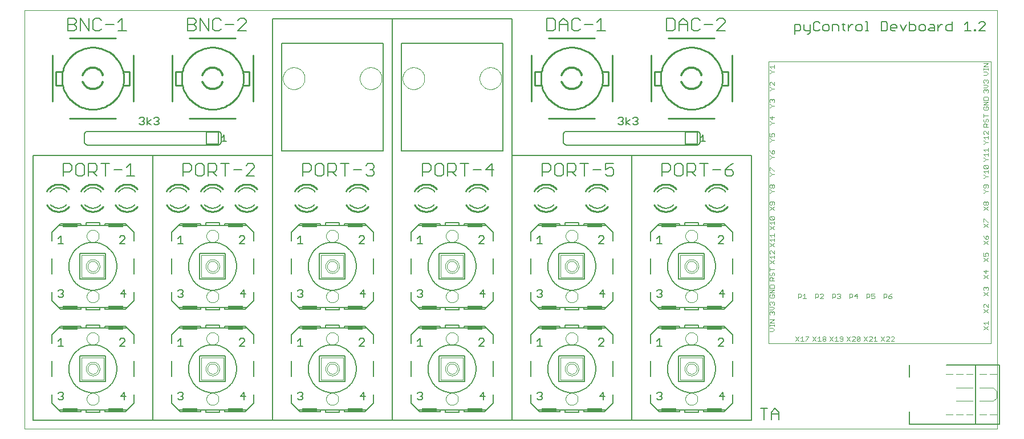
<source format=gto>
G75*
%MOIN*%
%OFA0B0*%
%FSLAX24Y24*%
%IPPOS*%
%LPD*%
%AMOC8*
5,1,8,0,0,1.08239X$1,22.5*
%
%ADD10C,0.0000*%
%ADD11C,0.0060*%
%ADD12C,0.0080*%
%ADD13C,0.0020*%
%ADD14C,0.0050*%
%ADD15R,0.0850X0.0200*%
%ADD16C,0.0100*%
%ADD17C,0.0120*%
%ADD18C,0.0030*%
%ADD19C,0.0010*%
%ADD20C,0.0040*%
D10*
X000180Y000180D02*
X000180Y024676D01*
X057050Y024676D01*
X057050Y000180D01*
X000180Y000180D01*
X003825Y001910D02*
X003827Y001947D01*
X003833Y001984D01*
X003842Y002020D01*
X003856Y002054D01*
X003873Y002087D01*
X003893Y002119D01*
X003916Y002148D01*
X003942Y002174D01*
X003971Y002197D01*
X004002Y002217D01*
X004036Y002234D01*
X004070Y002248D01*
X004106Y002257D01*
X004143Y002263D01*
X004180Y002265D01*
X004217Y002263D01*
X004254Y002257D01*
X004290Y002248D01*
X004324Y002234D01*
X004357Y002217D01*
X004389Y002197D01*
X004418Y002174D01*
X004444Y002148D01*
X004467Y002119D01*
X004487Y002088D01*
X004504Y002054D01*
X004518Y002020D01*
X004527Y001984D01*
X004533Y001947D01*
X004535Y001910D01*
X004533Y001873D01*
X004527Y001836D01*
X004518Y001800D01*
X004504Y001766D01*
X004487Y001733D01*
X004467Y001701D01*
X004444Y001672D01*
X004418Y001646D01*
X004389Y001623D01*
X004358Y001603D01*
X004324Y001586D01*
X004290Y001572D01*
X004254Y001563D01*
X004217Y001557D01*
X004180Y001555D01*
X004143Y001557D01*
X004106Y001563D01*
X004070Y001572D01*
X004036Y001586D01*
X004003Y001603D01*
X003971Y001623D01*
X003942Y001646D01*
X003916Y001672D01*
X003893Y001701D01*
X003873Y001732D01*
X003856Y001766D01*
X003842Y001800D01*
X003833Y001836D01*
X003827Y001873D01*
X003825Y001910D01*
X010825Y001910D02*
X010827Y001947D01*
X010833Y001984D01*
X010842Y002020D01*
X010856Y002054D01*
X010873Y002087D01*
X010893Y002119D01*
X010916Y002148D01*
X010942Y002174D01*
X010971Y002197D01*
X011002Y002217D01*
X011036Y002234D01*
X011070Y002248D01*
X011106Y002257D01*
X011143Y002263D01*
X011180Y002265D01*
X011217Y002263D01*
X011254Y002257D01*
X011290Y002248D01*
X011324Y002234D01*
X011357Y002217D01*
X011389Y002197D01*
X011418Y002174D01*
X011444Y002148D01*
X011467Y002119D01*
X011487Y002088D01*
X011504Y002054D01*
X011518Y002020D01*
X011527Y001984D01*
X011533Y001947D01*
X011535Y001910D01*
X011533Y001873D01*
X011527Y001836D01*
X011518Y001800D01*
X011504Y001766D01*
X011487Y001733D01*
X011467Y001701D01*
X011444Y001672D01*
X011418Y001646D01*
X011389Y001623D01*
X011358Y001603D01*
X011324Y001586D01*
X011290Y001572D01*
X011254Y001563D01*
X011217Y001557D01*
X011180Y001555D01*
X011143Y001557D01*
X011106Y001563D01*
X011070Y001572D01*
X011036Y001586D01*
X011003Y001603D01*
X010971Y001623D01*
X010942Y001646D01*
X010916Y001672D01*
X010893Y001701D01*
X010873Y001732D01*
X010856Y001766D01*
X010842Y001800D01*
X010833Y001836D01*
X010827Y001873D01*
X010825Y001910D01*
X017825Y001910D02*
X017827Y001947D01*
X017833Y001984D01*
X017842Y002020D01*
X017856Y002054D01*
X017873Y002087D01*
X017893Y002119D01*
X017916Y002148D01*
X017942Y002174D01*
X017971Y002197D01*
X018002Y002217D01*
X018036Y002234D01*
X018070Y002248D01*
X018106Y002257D01*
X018143Y002263D01*
X018180Y002265D01*
X018217Y002263D01*
X018254Y002257D01*
X018290Y002248D01*
X018324Y002234D01*
X018357Y002217D01*
X018389Y002197D01*
X018418Y002174D01*
X018444Y002148D01*
X018467Y002119D01*
X018487Y002088D01*
X018504Y002054D01*
X018518Y002020D01*
X018527Y001984D01*
X018533Y001947D01*
X018535Y001910D01*
X018533Y001873D01*
X018527Y001836D01*
X018518Y001800D01*
X018504Y001766D01*
X018487Y001733D01*
X018467Y001701D01*
X018444Y001672D01*
X018418Y001646D01*
X018389Y001623D01*
X018358Y001603D01*
X018324Y001586D01*
X018290Y001572D01*
X018254Y001563D01*
X018217Y001557D01*
X018180Y001555D01*
X018143Y001557D01*
X018106Y001563D01*
X018070Y001572D01*
X018036Y001586D01*
X018003Y001603D01*
X017971Y001623D01*
X017942Y001646D01*
X017916Y001672D01*
X017893Y001701D01*
X017873Y001732D01*
X017856Y001766D01*
X017842Y001800D01*
X017833Y001836D01*
X017827Y001873D01*
X017825Y001910D01*
X024825Y001910D02*
X024827Y001947D01*
X024833Y001984D01*
X024842Y002020D01*
X024856Y002054D01*
X024873Y002087D01*
X024893Y002119D01*
X024916Y002148D01*
X024942Y002174D01*
X024971Y002197D01*
X025002Y002217D01*
X025036Y002234D01*
X025070Y002248D01*
X025106Y002257D01*
X025143Y002263D01*
X025180Y002265D01*
X025217Y002263D01*
X025254Y002257D01*
X025290Y002248D01*
X025324Y002234D01*
X025357Y002217D01*
X025389Y002197D01*
X025418Y002174D01*
X025444Y002148D01*
X025467Y002119D01*
X025487Y002088D01*
X025504Y002054D01*
X025518Y002020D01*
X025527Y001984D01*
X025533Y001947D01*
X025535Y001910D01*
X025533Y001873D01*
X025527Y001836D01*
X025518Y001800D01*
X025504Y001766D01*
X025487Y001733D01*
X025467Y001701D01*
X025444Y001672D01*
X025418Y001646D01*
X025389Y001623D01*
X025358Y001603D01*
X025324Y001586D01*
X025290Y001572D01*
X025254Y001563D01*
X025217Y001557D01*
X025180Y001555D01*
X025143Y001557D01*
X025106Y001563D01*
X025070Y001572D01*
X025036Y001586D01*
X025003Y001603D01*
X024971Y001623D01*
X024942Y001646D01*
X024916Y001672D01*
X024893Y001701D01*
X024873Y001732D01*
X024856Y001766D01*
X024842Y001800D01*
X024833Y001836D01*
X024827Y001873D01*
X024825Y001910D01*
X031825Y001910D02*
X031827Y001947D01*
X031833Y001984D01*
X031842Y002020D01*
X031856Y002054D01*
X031873Y002087D01*
X031893Y002119D01*
X031916Y002148D01*
X031942Y002174D01*
X031971Y002197D01*
X032002Y002217D01*
X032036Y002234D01*
X032070Y002248D01*
X032106Y002257D01*
X032143Y002263D01*
X032180Y002265D01*
X032217Y002263D01*
X032254Y002257D01*
X032290Y002248D01*
X032324Y002234D01*
X032357Y002217D01*
X032389Y002197D01*
X032418Y002174D01*
X032444Y002148D01*
X032467Y002119D01*
X032487Y002088D01*
X032504Y002054D01*
X032518Y002020D01*
X032527Y001984D01*
X032533Y001947D01*
X032535Y001910D01*
X032533Y001873D01*
X032527Y001836D01*
X032518Y001800D01*
X032504Y001766D01*
X032487Y001733D01*
X032467Y001701D01*
X032444Y001672D01*
X032418Y001646D01*
X032389Y001623D01*
X032358Y001603D01*
X032324Y001586D01*
X032290Y001572D01*
X032254Y001563D01*
X032217Y001557D01*
X032180Y001555D01*
X032143Y001557D01*
X032106Y001563D01*
X032070Y001572D01*
X032036Y001586D01*
X032003Y001603D01*
X031971Y001623D01*
X031942Y001646D01*
X031916Y001672D01*
X031893Y001701D01*
X031873Y001732D01*
X031856Y001766D01*
X031842Y001800D01*
X031833Y001836D01*
X031827Y001873D01*
X031825Y001910D01*
X038825Y001910D02*
X038827Y001947D01*
X038833Y001984D01*
X038842Y002020D01*
X038856Y002054D01*
X038873Y002087D01*
X038893Y002119D01*
X038916Y002148D01*
X038942Y002174D01*
X038971Y002197D01*
X039002Y002217D01*
X039036Y002234D01*
X039070Y002248D01*
X039106Y002257D01*
X039143Y002263D01*
X039180Y002265D01*
X039217Y002263D01*
X039254Y002257D01*
X039290Y002248D01*
X039324Y002234D01*
X039357Y002217D01*
X039389Y002197D01*
X039418Y002174D01*
X039444Y002148D01*
X039467Y002119D01*
X039487Y002088D01*
X039504Y002054D01*
X039518Y002020D01*
X039527Y001984D01*
X039533Y001947D01*
X039535Y001910D01*
X039533Y001873D01*
X039527Y001836D01*
X039518Y001800D01*
X039504Y001766D01*
X039487Y001733D01*
X039467Y001701D01*
X039444Y001672D01*
X039418Y001646D01*
X039389Y001623D01*
X039358Y001603D01*
X039324Y001586D01*
X039290Y001572D01*
X039254Y001563D01*
X039217Y001557D01*
X039180Y001555D01*
X039143Y001557D01*
X039106Y001563D01*
X039070Y001572D01*
X039036Y001586D01*
X039003Y001603D01*
X038971Y001623D01*
X038942Y001646D01*
X038916Y001672D01*
X038893Y001701D01*
X038873Y001732D01*
X038856Y001766D01*
X038842Y001800D01*
X038833Y001836D01*
X038827Y001873D01*
X038825Y001910D01*
X038825Y005450D02*
X038827Y005487D01*
X038833Y005524D01*
X038842Y005560D01*
X038856Y005594D01*
X038873Y005627D01*
X038893Y005659D01*
X038916Y005688D01*
X038942Y005714D01*
X038971Y005737D01*
X039002Y005757D01*
X039036Y005774D01*
X039070Y005788D01*
X039106Y005797D01*
X039143Y005803D01*
X039180Y005805D01*
X039217Y005803D01*
X039254Y005797D01*
X039290Y005788D01*
X039324Y005774D01*
X039357Y005757D01*
X039389Y005737D01*
X039418Y005714D01*
X039444Y005688D01*
X039467Y005659D01*
X039487Y005628D01*
X039504Y005594D01*
X039518Y005560D01*
X039527Y005524D01*
X039533Y005487D01*
X039535Y005450D01*
X039533Y005413D01*
X039527Y005376D01*
X039518Y005340D01*
X039504Y005306D01*
X039487Y005273D01*
X039467Y005241D01*
X039444Y005212D01*
X039418Y005186D01*
X039389Y005163D01*
X039358Y005143D01*
X039324Y005126D01*
X039290Y005112D01*
X039254Y005103D01*
X039217Y005097D01*
X039180Y005095D01*
X039143Y005097D01*
X039106Y005103D01*
X039070Y005112D01*
X039036Y005126D01*
X039003Y005143D01*
X038971Y005163D01*
X038942Y005186D01*
X038916Y005212D01*
X038893Y005241D01*
X038873Y005272D01*
X038856Y005306D01*
X038842Y005340D01*
X038833Y005376D01*
X038827Y005413D01*
X038825Y005450D01*
X038825Y007910D02*
X038827Y007947D01*
X038833Y007984D01*
X038842Y008020D01*
X038856Y008054D01*
X038873Y008087D01*
X038893Y008119D01*
X038916Y008148D01*
X038942Y008174D01*
X038971Y008197D01*
X039002Y008217D01*
X039036Y008234D01*
X039070Y008248D01*
X039106Y008257D01*
X039143Y008263D01*
X039180Y008265D01*
X039217Y008263D01*
X039254Y008257D01*
X039290Y008248D01*
X039324Y008234D01*
X039357Y008217D01*
X039389Y008197D01*
X039418Y008174D01*
X039444Y008148D01*
X039467Y008119D01*
X039487Y008088D01*
X039504Y008054D01*
X039518Y008020D01*
X039527Y007984D01*
X039533Y007947D01*
X039535Y007910D01*
X039533Y007873D01*
X039527Y007836D01*
X039518Y007800D01*
X039504Y007766D01*
X039487Y007733D01*
X039467Y007701D01*
X039444Y007672D01*
X039418Y007646D01*
X039389Y007623D01*
X039358Y007603D01*
X039324Y007586D01*
X039290Y007572D01*
X039254Y007563D01*
X039217Y007557D01*
X039180Y007555D01*
X039143Y007557D01*
X039106Y007563D01*
X039070Y007572D01*
X039036Y007586D01*
X039003Y007603D01*
X038971Y007623D01*
X038942Y007646D01*
X038916Y007672D01*
X038893Y007701D01*
X038873Y007732D01*
X038856Y007766D01*
X038842Y007800D01*
X038833Y007836D01*
X038827Y007873D01*
X038825Y007910D01*
X031825Y007910D02*
X031827Y007947D01*
X031833Y007984D01*
X031842Y008020D01*
X031856Y008054D01*
X031873Y008087D01*
X031893Y008119D01*
X031916Y008148D01*
X031942Y008174D01*
X031971Y008197D01*
X032002Y008217D01*
X032036Y008234D01*
X032070Y008248D01*
X032106Y008257D01*
X032143Y008263D01*
X032180Y008265D01*
X032217Y008263D01*
X032254Y008257D01*
X032290Y008248D01*
X032324Y008234D01*
X032357Y008217D01*
X032389Y008197D01*
X032418Y008174D01*
X032444Y008148D01*
X032467Y008119D01*
X032487Y008088D01*
X032504Y008054D01*
X032518Y008020D01*
X032527Y007984D01*
X032533Y007947D01*
X032535Y007910D01*
X032533Y007873D01*
X032527Y007836D01*
X032518Y007800D01*
X032504Y007766D01*
X032487Y007733D01*
X032467Y007701D01*
X032444Y007672D01*
X032418Y007646D01*
X032389Y007623D01*
X032358Y007603D01*
X032324Y007586D01*
X032290Y007572D01*
X032254Y007563D01*
X032217Y007557D01*
X032180Y007555D01*
X032143Y007557D01*
X032106Y007563D01*
X032070Y007572D01*
X032036Y007586D01*
X032003Y007603D01*
X031971Y007623D01*
X031942Y007646D01*
X031916Y007672D01*
X031893Y007701D01*
X031873Y007732D01*
X031856Y007766D01*
X031842Y007800D01*
X031833Y007836D01*
X031827Y007873D01*
X031825Y007910D01*
X031825Y005450D02*
X031827Y005487D01*
X031833Y005524D01*
X031842Y005560D01*
X031856Y005594D01*
X031873Y005627D01*
X031893Y005659D01*
X031916Y005688D01*
X031942Y005714D01*
X031971Y005737D01*
X032002Y005757D01*
X032036Y005774D01*
X032070Y005788D01*
X032106Y005797D01*
X032143Y005803D01*
X032180Y005805D01*
X032217Y005803D01*
X032254Y005797D01*
X032290Y005788D01*
X032324Y005774D01*
X032357Y005757D01*
X032389Y005737D01*
X032418Y005714D01*
X032444Y005688D01*
X032467Y005659D01*
X032487Y005628D01*
X032504Y005594D01*
X032518Y005560D01*
X032527Y005524D01*
X032533Y005487D01*
X032535Y005450D01*
X032533Y005413D01*
X032527Y005376D01*
X032518Y005340D01*
X032504Y005306D01*
X032487Y005273D01*
X032467Y005241D01*
X032444Y005212D01*
X032418Y005186D01*
X032389Y005163D01*
X032358Y005143D01*
X032324Y005126D01*
X032290Y005112D01*
X032254Y005103D01*
X032217Y005097D01*
X032180Y005095D01*
X032143Y005097D01*
X032106Y005103D01*
X032070Y005112D01*
X032036Y005126D01*
X032003Y005143D01*
X031971Y005163D01*
X031942Y005186D01*
X031916Y005212D01*
X031893Y005241D01*
X031873Y005272D01*
X031856Y005306D01*
X031842Y005340D01*
X031833Y005376D01*
X031827Y005413D01*
X031825Y005450D01*
X024825Y005450D02*
X024827Y005487D01*
X024833Y005524D01*
X024842Y005560D01*
X024856Y005594D01*
X024873Y005627D01*
X024893Y005659D01*
X024916Y005688D01*
X024942Y005714D01*
X024971Y005737D01*
X025002Y005757D01*
X025036Y005774D01*
X025070Y005788D01*
X025106Y005797D01*
X025143Y005803D01*
X025180Y005805D01*
X025217Y005803D01*
X025254Y005797D01*
X025290Y005788D01*
X025324Y005774D01*
X025357Y005757D01*
X025389Y005737D01*
X025418Y005714D01*
X025444Y005688D01*
X025467Y005659D01*
X025487Y005628D01*
X025504Y005594D01*
X025518Y005560D01*
X025527Y005524D01*
X025533Y005487D01*
X025535Y005450D01*
X025533Y005413D01*
X025527Y005376D01*
X025518Y005340D01*
X025504Y005306D01*
X025487Y005273D01*
X025467Y005241D01*
X025444Y005212D01*
X025418Y005186D01*
X025389Y005163D01*
X025358Y005143D01*
X025324Y005126D01*
X025290Y005112D01*
X025254Y005103D01*
X025217Y005097D01*
X025180Y005095D01*
X025143Y005097D01*
X025106Y005103D01*
X025070Y005112D01*
X025036Y005126D01*
X025003Y005143D01*
X024971Y005163D01*
X024942Y005186D01*
X024916Y005212D01*
X024893Y005241D01*
X024873Y005272D01*
X024856Y005306D01*
X024842Y005340D01*
X024833Y005376D01*
X024827Y005413D01*
X024825Y005450D01*
X024825Y007910D02*
X024827Y007947D01*
X024833Y007984D01*
X024842Y008020D01*
X024856Y008054D01*
X024873Y008087D01*
X024893Y008119D01*
X024916Y008148D01*
X024942Y008174D01*
X024971Y008197D01*
X025002Y008217D01*
X025036Y008234D01*
X025070Y008248D01*
X025106Y008257D01*
X025143Y008263D01*
X025180Y008265D01*
X025217Y008263D01*
X025254Y008257D01*
X025290Y008248D01*
X025324Y008234D01*
X025357Y008217D01*
X025389Y008197D01*
X025418Y008174D01*
X025444Y008148D01*
X025467Y008119D01*
X025487Y008088D01*
X025504Y008054D01*
X025518Y008020D01*
X025527Y007984D01*
X025533Y007947D01*
X025535Y007910D01*
X025533Y007873D01*
X025527Y007836D01*
X025518Y007800D01*
X025504Y007766D01*
X025487Y007733D01*
X025467Y007701D01*
X025444Y007672D01*
X025418Y007646D01*
X025389Y007623D01*
X025358Y007603D01*
X025324Y007586D01*
X025290Y007572D01*
X025254Y007563D01*
X025217Y007557D01*
X025180Y007555D01*
X025143Y007557D01*
X025106Y007563D01*
X025070Y007572D01*
X025036Y007586D01*
X025003Y007603D01*
X024971Y007623D01*
X024942Y007646D01*
X024916Y007672D01*
X024893Y007701D01*
X024873Y007732D01*
X024856Y007766D01*
X024842Y007800D01*
X024833Y007836D01*
X024827Y007873D01*
X024825Y007910D01*
X017825Y007910D02*
X017827Y007947D01*
X017833Y007984D01*
X017842Y008020D01*
X017856Y008054D01*
X017873Y008087D01*
X017893Y008119D01*
X017916Y008148D01*
X017942Y008174D01*
X017971Y008197D01*
X018002Y008217D01*
X018036Y008234D01*
X018070Y008248D01*
X018106Y008257D01*
X018143Y008263D01*
X018180Y008265D01*
X018217Y008263D01*
X018254Y008257D01*
X018290Y008248D01*
X018324Y008234D01*
X018357Y008217D01*
X018389Y008197D01*
X018418Y008174D01*
X018444Y008148D01*
X018467Y008119D01*
X018487Y008088D01*
X018504Y008054D01*
X018518Y008020D01*
X018527Y007984D01*
X018533Y007947D01*
X018535Y007910D01*
X018533Y007873D01*
X018527Y007836D01*
X018518Y007800D01*
X018504Y007766D01*
X018487Y007733D01*
X018467Y007701D01*
X018444Y007672D01*
X018418Y007646D01*
X018389Y007623D01*
X018358Y007603D01*
X018324Y007586D01*
X018290Y007572D01*
X018254Y007563D01*
X018217Y007557D01*
X018180Y007555D01*
X018143Y007557D01*
X018106Y007563D01*
X018070Y007572D01*
X018036Y007586D01*
X018003Y007603D01*
X017971Y007623D01*
X017942Y007646D01*
X017916Y007672D01*
X017893Y007701D01*
X017873Y007732D01*
X017856Y007766D01*
X017842Y007800D01*
X017833Y007836D01*
X017827Y007873D01*
X017825Y007910D01*
X017825Y005450D02*
X017827Y005487D01*
X017833Y005524D01*
X017842Y005560D01*
X017856Y005594D01*
X017873Y005627D01*
X017893Y005659D01*
X017916Y005688D01*
X017942Y005714D01*
X017971Y005737D01*
X018002Y005757D01*
X018036Y005774D01*
X018070Y005788D01*
X018106Y005797D01*
X018143Y005803D01*
X018180Y005805D01*
X018217Y005803D01*
X018254Y005797D01*
X018290Y005788D01*
X018324Y005774D01*
X018357Y005757D01*
X018389Y005737D01*
X018418Y005714D01*
X018444Y005688D01*
X018467Y005659D01*
X018487Y005628D01*
X018504Y005594D01*
X018518Y005560D01*
X018527Y005524D01*
X018533Y005487D01*
X018535Y005450D01*
X018533Y005413D01*
X018527Y005376D01*
X018518Y005340D01*
X018504Y005306D01*
X018487Y005273D01*
X018467Y005241D01*
X018444Y005212D01*
X018418Y005186D01*
X018389Y005163D01*
X018358Y005143D01*
X018324Y005126D01*
X018290Y005112D01*
X018254Y005103D01*
X018217Y005097D01*
X018180Y005095D01*
X018143Y005097D01*
X018106Y005103D01*
X018070Y005112D01*
X018036Y005126D01*
X018003Y005143D01*
X017971Y005163D01*
X017942Y005186D01*
X017916Y005212D01*
X017893Y005241D01*
X017873Y005272D01*
X017856Y005306D01*
X017842Y005340D01*
X017833Y005376D01*
X017827Y005413D01*
X017825Y005450D01*
X010825Y005450D02*
X010827Y005487D01*
X010833Y005524D01*
X010842Y005560D01*
X010856Y005594D01*
X010873Y005627D01*
X010893Y005659D01*
X010916Y005688D01*
X010942Y005714D01*
X010971Y005737D01*
X011002Y005757D01*
X011036Y005774D01*
X011070Y005788D01*
X011106Y005797D01*
X011143Y005803D01*
X011180Y005805D01*
X011217Y005803D01*
X011254Y005797D01*
X011290Y005788D01*
X011324Y005774D01*
X011357Y005757D01*
X011389Y005737D01*
X011418Y005714D01*
X011444Y005688D01*
X011467Y005659D01*
X011487Y005628D01*
X011504Y005594D01*
X011518Y005560D01*
X011527Y005524D01*
X011533Y005487D01*
X011535Y005450D01*
X011533Y005413D01*
X011527Y005376D01*
X011518Y005340D01*
X011504Y005306D01*
X011487Y005273D01*
X011467Y005241D01*
X011444Y005212D01*
X011418Y005186D01*
X011389Y005163D01*
X011358Y005143D01*
X011324Y005126D01*
X011290Y005112D01*
X011254Y005103D01*
X011217Y005097D01*
X011180Y005095D01*
X011143Y005097D01*
X011106Y005103D01*
X011070Y005112D01*
X011036Y005126D01*
X011003Y005143D01*
X010971Y005163D01*
X010942Y005186D01*
X010916Y005212D01*
X010893Y005241D01*
X010873Y005272D01*
X010856Y005306D01*
X010842Y005340D01*
X010833Y005376D01*
X010827Y005413D01*
X010825Y005450D01*
X010825Y007910D02*
X010827Y007947D01*
X010833Y007984D01*
X010842Y008020D01*
X010856Y008054D01*
X010873Y008087D01*
X010893Y008119D01*
X010916Y008148D01*
X010942Y008174D01*
X010971Y008197D01*
X011002Y008217D01*
X011036Y008234D01*
X011070Y008248D01*
X011106Y008257D01*
X011143Y008263D01*
X011180Y008265D01*
X011217Y008263D01*
X011254Y008257D01*
X011290Y008248D01*
X011324Y008234D01*
X011357Y008217D01*
X011389Y008197D01*
X011418Y008174D01*
X011444Y008148D01*
X011467Y008119D01*
X011487Y008088D01*
X011504Y008054D01*
X011518Y008020D01*
X011527Y007984D01*
X011533Y007947D01*
X011535Y007910D01*
X011533Y007873D01*
X011527Y007836D01*
X011518Y007800D01*
X011504Y007766D01*
X011487Y007733D01*
X011467Y007701D01*
X011444Y007672D01*
X011418Y007646D01*
X011389Y007623D01*
X011358Y007603D01*
X011324Y007586D01*
X011290Y007572D01*
X011254Y007563D01*
X011217Y007557D01*
X011180Y007555D01*
X011143Y007557D01*
X011106Y007563D01*
X011070Y007572D01*
X011036Y007586D01*
X011003Y007603D01*
X010971Y007623D01*
X010942Y007646D01*
X010916Y007672D01*
X010893Y007701D01*
X010873Y007732D01*
X010856Y007766D01*
X010842Y007800D01*
X010833Y007836D01*
X010827Y007873D01*
X010825Y007910D01*
X003825Y007910D02*
X003827Y007947D01*
X003833Y007984D01*
X003842Y008020D01*
X003856Y008054D01*
X003873Y008087D01*
X003893Y008119D01*
X003916Y008148D01*
X003942Y008174D01*
X003971Y008197D01*
X004002Y008217D01*
X004036Y008234D01*
X004070Y008248D01*
X004106Y008257D01*
X004143Y008263D01*
X004180Y008265D01*
X004217Y008263D01*
X004254Y008257D01*
X004290Y008248D01*
X004324Y008234D01*
X004357Y008217D01*
X004389Y008197D01*
X004418Y008174D01*
X004444Y008148D01*
X004467Y008119D01*
X004487Y008088D01*
X004504Y008054D01*
X004518Y008020D01*
X004527Y007984D01*
X004533Y007947D01*
X004535Y007910D01*
X004533Y007873D01*
X004527Y007836D01*
X004518Y007800D01*
X004504Y007766D01*
X004487Y007733D01*
X004467Y007701D01*
X004444Y007672D01*
X004418Y007646D01*
X004389Y007623D01*
X004358Y007603D01*
X004324Y007586D01*
X004290Y007572D01*
X004254Y007563D01*
X004217Y007557D01*
X004180Y007555D01*
X004143Y007557D01*
X004106Y007563D01*
X004070Y007572D01*
X004036Y007586D01*
X004003Y007603D01*
X003971Y007623D01*
X003942Y007646D01*
X003916Y007672D01*
X003893Y007701D01*
X003873Y007732D01*
X003856Y007766D01*
X003842Y007800D01*
X003833Y007836D01*
X003827Y007873D01*
X003825Y007910D01*
X003825Y005450D02*
X003827Y005487D01*
X003833Y005524D01*
X003842Y005560D01*
X003856Y005594D01*
X003873Y005627D01*
X003893Y005659D01*
X003916Y005688D01*
X003942Y005714D01*
X003971Y005737D01*
X004002Y005757D01*
X004036Y005774D01*
X004070Y005788D01*
X004106Y005797D01*
X004143Y005803D01*
X004180Y005805D01*
X004217Y005803D01*
X004254Y005797D01*
X004290Y005788D01*
X004324Y005774D01*
X004357Y005757D01*
X004389Y005737D01*
X004418Y005714D01*
X004444Y005688D01*
X004467Y005659D01*
X004487Y005628D01*
X004504Y005594D01*
X004518Y005560D01*
X004527Y005524D01*
X004533Y005487D01*
X004535Y005450D01*
X004533Y005413D01*
X004527Y005376D01*
X004518Y005340D01*
X004504Y005306D01*
X004487Y005273D01*
X004467Y005241D01*
X004444Y005212D01*
X004418Y005186D01*
X004389Y005163D01*
X004358Y005143D01*
X004324Y005126D01*
X004290Y005112D01*
X004254Y005103D01*
X004217Y005097D01*
X004180Y005095D01*
X004143Y005097D01*
X004106Y005103D01*
X004070Y005112D01*
X004036Y005126D01*
X004003Y005143D01*
X003971Y005163D01*
X003942Y005186D01*
X003916Y005212D01*
X003893Y005241D01*
X003873Y005272D01*
X003856Y005306D01*
X003842Y005340D01*
X003833Y005376D01*
X003827Y005413D01*
X003825Y005450D01*
X003825Y011450D02*
X003827Y011487D01*
X003833Y011524D01*
X003842Y011560D01*
X003856Y011594D01*
X003873Y011627D01*
X003893Y011659D01*
X003916Y011688D01*
X003942Y011714D01*
X003971Y011737D01*
X004002Y011757D01*
X004036Y011774D01*
X004070Y011788D01*
X004106Y011797D01*
X004143Y011803D01*
X004180Y011805D01*
X004217Y011803D01*
X004254Y011797D01*
X004290Y011788D01*
X004324Y011774D01*
X004357Y011757D01*
X004389Y011737D01*
X004418Y011714D01*
X004444Y011688D01*
X004467Y011659D01*
X004487Y011628D01*
X004504Y011594D01*
X004518Y011560D01*
X004527Y011524D01*
X004533Y011487D01*
X004535Y011450D01*
X004533Y011413D01*
X004527Y011376D01*
X004518Y011340D01*
X004504Y011306D01*
X004487Y011273D01*
X004467Y011241D01*
X004444Y011212D01*
X004418Y011186D01*
X004389Y011163D01*
X004358Y011143D01*
X004324Y011126D01*
X004290Y011112D01*
X004254Y011103D01*
X004217Y011097D01*
X004180Y011095D01*
X004143Y011097D01*
X004106Y011103D01*
X004070Y011112D01*
X004036Y011126D01*
X004003Y011143D01*
X003971Y011163D01*
X003942Y011186D01*
X003916Y011212D01*
X003893Y011241D01*
X003873Y011272D01*
X003856Y011306D01*
X003842Y011340D01*
X003833Y011376D01*
X003827Y011413D01*
X003825Y011450D01*
X010825Y011450D02*
X010827Y011487D01*
X010833Y011524D01*
X010842Y011560D01*
X010856Y011594D01*
X010873Y011627D01*
X010893Y011659D01*
X010916Y011688D01*
X010942Y011714D01*
X010971Y011737D01*
X011002Y011757D01*
X011036Y011774D01*
X011070Y011788D01*
X011106Y011797D01*
X011143Y011803D01*
X011180Y011805D01*
X011217Y011803D01*
X011254Y011797D01*
X011290Y011788D01*
X011324Y011774D01*
X011357Y011757D01*
X011389Y011737D01*
X011418Y011714D01*
X011444Y011688D01*
X011467Y011659D01*
X011487Y011628D01*
X011504Y011594D01*
X011518Y011560D01*
X011527Y011524D01*
X011533Y011487D01*
X011535Y011450D01*
X011533Y011413D01*
X011527Y011376D01*
X011518Y011340D01*
X011504Y011306D01*
X011487Y011273D01*
X011467Y011241D01*
X011444Y011212D01*
X011418Y011186D01*
X011389Y011163D01*
X011358Y011143D01*
X011324Y011126D01*
X011290Y011112D01*
X011254Y011103D01*
X011217Y011097D01*
X011180Y011095D01*
X011143Y011097D01*
X011106Y011103D01*
X011070Y011112D01*
X011036Y011126D01*
X011003Y011143D01*
X010971Y011163D01*
X010942Y011186D01*
X010916Y011212D01*
X010893Y011241D01*
X010873Y011272D01*
X010856Y011306D01*
X010842Y011340D01*
X010833Y011376D01*
X010827Y011413D01*
X010825Y011450D01*
X017825Y011450D02*
X017827Y011487D01*
X017833Y011524D01*
X017842Y011560D01*
X017856Y011594D01*
X017873Y011627D01*
X017893Y011659D01*
X017916Y011688D01*
X017942Y011714D01*
X017971Y011737D01*
X018002Y011757D01*
X018036Y011774D01*
X018070Y011788D01*
X018106Y011797D01*
X018143Y011803D01*
X018180Y011805D01*
X018217Y011803D01*
X018254Y011797D01*
X018290Y011788D01*
X018324Y011774D01*
X018357Y011757D01*
X018389Y011737D01*
X018418Y011714D01*
X018444Y011688D01*
X018467Y011659D01*
X018487Y011628D01*
X018504Y011594D01*
X018518Y011560D01*
X018527Y011524D01*
X018533Y011487D01*
X018535Y011450D01*
X018533Y011413D01*
X018527Y011376D01*
X018518Y011340D01*
X018504Y011306D01*
X018487Y011273D01*
X018467Y011241D01*
X018444Y011212D01*
X018418Y011186D01*
X018389Y011163D01*
X018358Y011143D01*
X018324Y011126D01*
X018290Y011112D01*
X018254Y011103D01*
X018217Y011097D01*
X018180Y011095D01*
X018143Y011097D01*
X018106Y011103D01*
X018070Y011112D01*
X018036Y011126D01*
X018003Y011143D01*
X017971Y011163D01*
X017942Y011186D01*
X017916Y011212D01*
X017893Y011241D01*
X017873Y011272D01*
X017856Y011306D01*
X017842Y011340D01*
X017833Y011376D01*
X017827Y011413D01*
X017825Y011450D01*
X024825Y011450D02*
X024827Y011487D01*
X024833Y011524D01*
X024842Y011560D01*
X024856Y011594D01*
X024873Y011627D01*
X024893Y011659D01*
X024916Y011688D01*
X024942Y011714D01*
X024971Y011737D01*
X025002Y011757D01*
X025036Y011774D01*
X025070Y011788D01*
X025106Y011797D01*
X025143Y011803D01*
X025180Y011805D01*
X025217Y011803D01*
X025254Y011797D01*
X025290Y011788D01*
X025324Y011774D01*
X025357Y011757D01*
X025389Y011737D01*
X025418Y011714D01*
X025444Y011688D01*
X025467Y011659D01*
X025487Y011628D01*
X025504Y011594D01*
X025518Y011560D01*
X025527Y011524D01*
X025533Y011487D01*
X025535Y011450D01*
X025533Y011413D01*
X025527Y011376D01*
X025518Y011340D01*
X025504Y011306D01*
X025487Y011273D01*
X025467Y011241D01*
X025444Y011212D01*
X025418Y011186D01*
X025389Y011163D01*
X025358Y011143D01*
X025324Y011126D01*
X025290Y011112D01*
X025254Y011103D01*
X025217Y011097D01*
X025180Y011095D01*
X025143Y011097D01*
X025106Y011103D01*
X025070Y011112D01*
X025036Y011126D01*
X025003Y011143D01*
X024971Y011163D01*
X024942Y011186D01*
X024916Y011212D01*
X024893Y011241D01*
X024873Y011272D01*
X024856Y011306D01*
X024842Y011340D01*
X024833Y011376D01*
X024827Y011413D01*
X024825Y011450D01*
X031825Y011450D02*
X031827Y011487D01*
X031833Y011524D01*
X031842Y011560D01*
X031856Y011594D01*
X031873Y011627D01*
X031893Y011659D01*
X031916Y011688D01*
X031942Y011714D01*
X031971Y011737D01*
X032002Y011757D01*
X032036Y011774D01*
X032070Y011788D01*
X032106Y011797D01*
X032143Y011803D01*
X032180Y011805D01*
X032217Y011803D01*
X032254Y011797D01*
X032290Y011788D01*
X032324Y011774D01*
X032357Y011757D01*
X032389Y011737D01*
X032418Y011714D01*
X032444Y011688D01*
X032467Y011659D01*
X032487Y011628D01*
X032504Y011594D01*
X032518Y011560D01*
X032527Y011524D01*
X032533Y011487D01*
X032535Y011450D01*
X032533Y011413D01*
X032527Y011376D01*
X032518Y011340D01*
X032504Y011306D01*
X032487Y011273D01*
X032467Y011241D01*
X032444Y011212D01*
X032418Y011186D01*
X032389Y011163D01*
X032358Y011143D01*
X032324Y011126D01*
X032290Y011112D01*
X032254Y011103D01*
X032217Y011097D01*
X032180Y011095D01*
X032143Y011097D01*
X032106Y011103D01*
X032070Y011112D01*
X032036Y011126D01*
X032003Y011143D01*
X031971Y011163D01*
X031942Y011186D01*
X031916Y011212D01*
X031893Y011241D01*
X031873Y011272D01*
X031856Y011306D01*
X031842Y011340D01*
X031833Y011376D01*
X031827Y011413D01*
X031825Y011450D01*
X038825Y011450D02*
X038827Y011487D01*
X038833Y011524D01*
X038842Y011560D01*
X038856Y011594D01*
X038873Y011627D01*
X038893Y011659D01*
X038916Y011688D01*
X038942Y011714D01*
X038971Y011737D01*
X039002Y011757D01*
X039036Y011774D01*
X039070Y011788D01*
X039106Y011797D01*
X039143Y011803D01*
X039180Y011805D01*
X039217Y011803D01*
X039254Y011797D01*
X039290Y011788D01*
X039324Y011774D01*
X039357Y011757D01*
X039389Y011737D01*
X039418Y011714D01*
X039444Y011688D01*
X039467Y011659D01*
X039487Y011628D01*
X039504Y011594D01*
X039518Y011560D01*
X039527Y011524D01*
X039533Y011487D01*
X039535Y011450D01*
X039533Y011413D01*
X039527Y011376D01*
X039518Y011340D01*
X039504Y011306D01*
X039487Y011273D01*
X039467Y011241D01*
X039444Y011212D01*
X039418Y011186D01*
X039389Y011163D01*
X039358Y011143D01*
X039324Y011126D01*
X039290Y011112D01*
X039254Y011103D01*
X039217Y011097D01*
X039180Y011095D01*
X039143Y011097D01*
X039106Y011103D01*
X039070Y011112D01*
X039036Y011126D01*
X039003Y011143D01*
X038971Y011163D01*
X038942Y011186D01*
X038916Y011212D01*
X038893Y011241D01*
X038873Y011272D01*
X038856Y011306D01*
X038842Y011340D01*
X038833Y011376D01*
X038827Y011413D01*
X038825Y011450D01*
X026790Y020680D02*
X026792Y020730D01*
X026798Y020780D01*
X026808Y020829D01*
X026821Y020878D01*
X026839Y020925D01*
X026860Y020971D01*
X026884Y021014D01*
X026912Y021056D01*
X026943Y021096D01*
X026977Y021133D01*
X027014Y021167D01*
X027054Y021198D01*
X027096Y021226D01*
X027139Y021250D01*
X027185Y021271D01*
X027232Y021289D01*
X027281Y021302D01*
X027330Y021312D01*
X027380Y021318D01*
X027430Y021320D01*
X027480Y021318D01*
X027530Y021312D01*
X027579Y021302D01*
X027628Y021289D01*
X027675Y021271D01*
X027721Y021250D01*
X027764Y021226D01*
X027806Y021198D01*
X027846Y021167D01*
X027883Y021133D01*
X027917Y021096D01*
X027948Y021056D01*
X027976Y021014D01*
X028000Y020971D01*
X028021Y020925D01*
X028039Y020878D01*
X028052Y020829D01*
X028062Y020780D01*
X028068Y020730D01*
X028070Y020680D01*
X028068Y020630D01*
X028062Y020580D01*
X028052Y020531D01*
X028039Y020482D01*
X028021Y020435D01*
X028000Y020389D01*
X027976Y020346D01*
X027948Y020304D01*
X027917Y020264D01*
X027883Y020227D01*
X027846Y020193D01*
X027806Y020162D01*
X027764Y020134D01*
X027721Y020110D01*
X027675Y020089D01*
X027628Y020071D01*
X027579Y020058D01*
X027530Y020048D01*
X027480Y020042D01*
X027430Y020040D01*
X027380Y020042D01*
X027330Y020048D01*
X027281Y020058D01*
X027232Y020071D01*
X027185Y020089D01*
X027139Y020110D01*
X027096Y020134D01*
X027054Y020162D01*
X027014Y020193D01*
X026977Y020227D01*
X026943Y020264D01*
X026912Y020304D01*
X026884Y020346D01*
X026860Y020389D01*
X026839Y020435D01*
X026821Y020482D01*
X026808Y020531D01*
X026798Y020580D01*
X026792Y020630D01*
X026790Y020680D01*
X022290Y020680D02*
X022292Y020730D01*
X022298Y020780D01*
X022308Y020829D01*
X022321Y020878D01*
X022339Y020925D01*
X022360Y020971D01*
X022384Y021014D01*
X022412Y021056D01*
X022443Y021096D01*
X022477Y021133D01*
X022514Y021167D01*
X022554Y021198D01*
X022596Y021226D01*
X022639Y021250D01*
X022685Y021271D01*
X022732Y021289D01*
X022781Y021302D01*
X022830Y021312D01*
X022880Y021318D01*
X022930Y021320D01*
X022980Y021318D01*
X023030Y021312D01*
X023079Y021302D01*
X023128Y021289D01*
X023175Y021271D01*
X023221Y021250D01*
X023264Y021226D01*
X023306Y021198D01*
X023346Y021167D01*
X023383Y021133D01*
X023417Y021096D01*
X023448Y021056D01*
X023476Y021014D01*
X023500Y020971D01*
X023521Y020925D01*
X023539Y020878D01*
X023552Y020829D01*
X023562Y020780D01*
X023568Y020730D01*
X023570Y020680D01*
X023568Y020630D01*
X023562Y020580D01*
X023552Y020531D01*
X023539Y020482D01*
X023521Y020435D01*
X023500Y020389D01*
X023476Y020346D01*
X023448Y020304D01*
X023417Y020264D01*
X023383Y020227D01*
X023346Y020193D01*
X023306Y020162D01*
X023264Y020134D01*
X023221Y020110D01*
X023175Y020089D01*
X023128Y020071D01*
X023079Y020058D01*
X023030Y020048D01*
X022980Y020042D01*
X022930Y020040D01*
X022880Y020042D01*
X022830Y020048D01*
X022781Y020058D01*
X022732Y020071D01*
X022685Y020089D01*
X022639Y020110D01*
X022596Y020134D01*
X022554Y020162D01*
X022514Y020193D01*
X022477Y020227D01*
X022443Y020264D01*
X022412Y020304D01*
X022384Y020346D01*
X022360Y020389D01*
X022339Y020435D01*
X022321Y020482D01*
X022308Y020531D01*
X022298Y020580D01*
X022292Y020630D01*
X022290Y020680D01*
X019790Y020680D02*
X019792Y020730D01*
X019798Y020780D01*
X019808Y020829D01*
X019821Y020878D01*
X019839Y020925D01*
X019860Y020971D01*
X019884Y021014D01*
X019912Y021056D01*
X019943Y021096D01*
X019977Y021133D01*
X020014Y021167D01*
X020054Y021198D01*
X020096Y021226D01*
X020139Y021250D01*
X020185Y021271D01*
X020232Y021289D01*
X020281Y021302D01*
X020330Y021312D01*
X020380Y021318D01*
X020430Y021320D01*
X020480Y021318D01*
X020530Y021312D01*
X020579Y021302D01*
X020628Y021289D01*
X020675Y021271D01*
X020721Y021250D01*
X020764Y021226D01*
X020806Y021198D01*
X020846Y021167D01*
X020883Y021133D01*
X020917Y021096D01*
X020948Y021056D01*
X020976Y021014D01*
X021000Y020971D01*
X021021Y020925D01*
X021039Y020878D01*
X021052Y020829D01*
X021062Y020780D01*
X021068Y020730D01*
X021070Y020680D01*
X021068Y020630D01*
X021062Y020580D01*
X021052Y020531D01*
X021039Y020482D01*
X021021Y020435D01*
X021000Y020389D01*
X020976Y020346D01*
X020948Y020304D01*
X020917Y020264D01*
X020883Y020227D01*
X020846Y020193D01*
X020806Y020162D01*
X020764Y020134D01*
X020721Y020110D01*
X020675Y020089D01*
X020628Y020071D01*
X020579Y020058D01*
X020530Y020048D01*
X020480Y020042D01*
X020430Y020040D01*
X020380Y020042D01*
X020330Y020048D01*
X020281Y020058D01*
X020232Y020071D01*
X020185Y020089D01*
X020139Y020110D01*
X020096Y020134D01*
X020054Y020162D01*
X020014Y020193D01*
X019977Y020227D01*
X019943Y020264D01*
X019912Y020304D01*
X019884Y020346D01*
X019860Y020389D01*
X019839Y020435D01*
X019821Y020482D01*
X019808Y020531D01*
X019798Y020580D01*
X019792Y020630D01*
X019790Y020680D01*
X015290Y020680D02*
X015292Y020730D01*
X015298Y020780D01*
X015308Y020829D01*
X015321Y020878D01*
X015339Y020925D01*
X015360Y020971D01*
X015384Y021014D01*
X015412Y021056D01*
X015443Y021096D01*
X015477Y021133D01*
X015514Y021167D01*
X015554Y021198D01*
X015596Y021226D01*
X015639Y021250D01*
X015685Y021271D01*
X015732Y021289D01*
X015781Y021302D01*
X015830Y021312D01*
X015880Y021318D01*
X015930Y021320D01*
X015980Y021318D01*
X016030Y021312D01*
X016079Y021302D01*
X016128Y021289D01*
X016175Y021271D01*
X016221Y021250D01*
X016264Y021226D01*
X016306Y021198D01*
X016346Y021167D01*
X016383Y021133D01*
X016417Y021096D01*
X016448Y021056D01*
X016476Y021014D01*
X016500Y020971D01*
X016521Y020925D01*
X016539Y020878D01*
X016552Y020829D01*
X016562Y020780D01*
X016568Y020730D01*
X016570Y020680D01*
X016568Y020630D01*
X016562Y020580D01*
X016552Y020531D01*
X016539Y020482D01*
X016521Y020435D01*
X016500Y020389D01*
X016476Y020346D01*
X016448Y020304D01*
X016417Y020264D01*
X016383Y020227D01*
X016346Y020193D01*
X016306Y020162D01*
X016264Y020134D01*
X016221Y020110D01*
X016175Y020089D01*
X016128Y020071D01*
X016079Y020058D01*
X016030Y020048D01*
X015980Y020042D01*
X015930Y020040D01*
X015880Y020042D01*
X015830Y020048D01*
X015781Y020058D01*
X015732Y020071D01*
X015685Y020089D01*
X015639Y020110D01*
X015596Y020134D01*
X015554Y020162D01*
X015514Y020193D01*
X015477Y020227D01*
X015443Y020264D01*
X015412Y020304D01*
X015384Y020346D01*
X015360Y020389D01*
X015339Y020435D01*
X015321Y020482D01*
X015308Y020531D01*
X015298Y020580D01*
X015292Y020630D01*
X015290Y020680D01*
D11*
X013150Y023460D02*
X012657Y023460D01*
X013150Y023954D01*
X013150Y024077D01*
X013027Y024201D01*
X012780Y024201D01*
X012657Y024077D01*
X012414Y023830D02*
X011920Y023830D01*
X011677Y023583D02*
X011554Y023460D01*
X011307Y023460D01*
X011183Y023583D01*
X011183Y024077D01*
X011307Y024201D01*
X011554Y024201D01*
X011677Y024077D01*
X010940Y024201D02*
X010940Y023460D01*
X010447Y024201D01*
X010447Y023460D01*
X010204Y023583D02*
X010204Y023707D01*
X010080Y023830D01*
X009710Y023830D01*
X009710Y023460D02*
X010080Y023460D01*
X010204Y023583D01*
X010080Y023830D02*
X010204Y023954D01*
X010204Y024077D01*
X010080Y024201D01*
X009710Y024201D01*
X009710Y023460D01*
X006150Y023460D02*
X005657Y023460D01*
X005903Y023460D02*
X005903Y024201D01*
X005657Y023954D01*
X005414Y023830D02*
X004920Y023830D01*
X004677Y023583D02*
X004554Y023460D01*
X004307Y023460D01*
X004183Y023583D01*
X004183Y024077D01*
X004307Y024201D01*
X004554Y024201D01*
X004677Y024077D01*
X003940Y024201D02*
X003940Y023460D01*
X003447Y024201D01*
X003447Y023460D01*
X003204Y023583D02*
X003204Y023707D01*
X003080Y023830D01*
X002710Y023830D01*
X002710Y023460D02*
X003080Y023460D01*
X003204Y023583D01*
X003080Y023830D02*
X003204Y023954D01*
X003204Y024077D01*
X003080Y024201D01*
X002710Y024201D01*
X002710Y023460D01*
X003880Y017580D02*
X011480Y017580D01*
X011530Y017530D02*
X011530Y016830D01*
X010830Y016830D01*
X010830Y017530D01*
X011530Y017530D01*
X011480Y017580D02*
X011506Y017578D01*
X011532Y017573D01*
X011557Y017565D01*
X011580Y017553D01*
X011602Y017539D01*
X011621Y017521D01*
X011639Y017502D01*
X011653Y017480D01*
X011665Y017457D01*
X011673Y017432D01*
X011678Y017406D01*
X011680Y017380D01*
X011680Y016980D01*
X011678Y016954D01*
X011673Y016928D01*
X011665Y016903D01*
X011653Y016880D01*
X011639Y016858D01*
X011621Y016839D01*
X011602Y016821D01*
X011580Y016807D01*
X011557Y016795D01*
X011532Y016787D01*
X011506Y016782D01*
X011480Y016780D01*
X003880Y016780D01*
X003854Y016782D01*
X003828Y016787D01*
X003803Y016795D01*
X003780Y016807D01*
X003758Y016821D01*
X003739Y016839D01*
X003721Y016858D01*
X003707Y016880D01*
X003695Y016903D01*
X003687Y016928D01*
X003682Y016954D01*
X003680Y016980D01*
X003680Y017380D01*
X003682Y017406D01*
X003687Y017432D01*
X003695Y017457D01*
X003707Y017480D01*
X003721Y017502D01*
X003739Y017521D01*
X003758Y017539D01*
X003780Y017553D01*
X003803Y017565D01*
X003828Y017573D01*
X003854Y017578D01*
X003880Y017580D01*
X003933Y015701D02*
X004304Y015701D01*
X004427Y015577D01*
X004427Y015330D01*
X004304Y015207D01*
X003933Y015207D01*
X003933Y014960D02*
X003933Y015701D01*
X003690Y015577D02*
X003567Y015701D01*
X003320Y015701D01*
X003197Y015577D01*
X003197Y015083D01*
X003320Y014960D01*
X003567Y014960D01*
X003690Y015083D01*
X003690Y015577D01*
X004180Y015207D02*
X004427Y014960D01*
X004917Y014960D02*
X004917Y015701D01*
X004670Y015701D02*
X005164Y015701D01*
X006143Y015454D02*
X006390Y015701D01*
X006390Y014960D01*
X006143Y014960D02*
X006637Y014960D01*
X005900Y015330D02*
X005407Y015330D01*
X002954Y015330D02*
X002830Y015207D01*
X002460Y015207D01*
X002460Y014960D02*
X002460Y015701D01*
X002830Y015701D01*
X002954Y015577D01*
X002954Y015330D01*
X001706Y013312D02*
X001736Y013277D01*
X001767Y013244D01*
X001802Y013214D01*
X001838Y013187D01*
X001876Y013163D01*
X001916Y013141D01*
X001958Y013123D01*
X002001Y013107D01*
X002045Y013095D01*
X002089Y013087D01*
X002135Y013082D01*
X002180Y013080D01*
X001700Y014040D02*
X001729Y014076D01*
X001761Y014110D01*
X001796Y014141D01*
X001832Y014169D01*
X001871Y014194D01*
X001912Y014217D01*
X001954Y014236D01*
X001997Y014252D01*
X002042Y014264D01*
X002088Y014273D01*
X002134Y014278D01*
X002180Y014280D01*
X002654Y013312D02*
X002624Y013277D01*
X002593Y013244D01*
X002558Y013214D01*
X002522Y013187D01*
X002484Y013163D01*
X002444Y013141D01*
X002402Y013123D01*
X002359Y013107D01*
X002315Y013095D01*
X002271Y013087D01*
X002225Y013082D01*
X002180Y013080D01*
X002668Y014029D02*
X002639Y014066D01*
X002607Y014101D01*
X002572Y014134D01*
X002535Y014164D01*
X002496Y014190D01*
X002455Y014213D01*
X002411Y014234D01*
X002367Y014250D01*
X002321Y014263D01*
X002275Y014272D01*
X002227Y014278D01*
X002180Y014280D01*
X004180Y014280D02*
X004227Y014278D01*
X004275Y014272D01*
X004321Y014263D01*
X004367Y014250D01*
X004411Y014234D01*
X004455Y014213D01*
X004496Y014190D01*
X004535Y014164D01*
X004572Y014134D01*
X004607Y014101D01*
X004639Y014066D01*
X004668Y014029D01*
X004180Y013080D02*
X004135Y013082D01*
X004089Y013087D01*
X004045Y013095D01*
X004001Y013107D01*
X003958Y013123D01*
X003916Y013141D01*
X003876Y013163D01*
X003838Y013187D01*
X003802Y013214D01*
X003767Y013244D01*
X003736Y013277D01*
X003706Y013312D01*
X004180Y013080D02*
X004225Y013082D01*
X004271Y013087D01*
X004315Y013095D01*
X004359Y013107D01*
X004402Y013123D01*
X004444Y013141D01*
X004484Y013163D01*
X004522Y013187D01*
X004558Y013214D01*
X004593Y013244D01*
X004624Y013277D01*
X004654Y013312D01*
X004180Y014280D02*
X004134Y014278D01*
X004088Y014273D01*
X004042Y014264D01*
X003997Y014252D01*
X003954Y014236D01*
X003912Y014217D01*
X003871Y014194D01*
X003832Y014169D01*
X003796Y014141D01*
X003761Y014110D01*
X003729Y014076D01*
X003700Y014040D01*
X006180Y014280D02*
X006227Y014278D01*
X006275Y014272D01*
X006321Y014263D01*
X006367Y014250D01*
X006411Y014234D01*
X006455Y014213D01*
X006496Y014190D01*
X006535Y014164D01*
X006572Y014134D01*
X006607Y014101D01*
X006639Y014066D01*
X006668Y014029D01*
X006180Y013080D02*
X006135Y013082D01*
X006089Y013087D01*
X006045Y013095D01*
X006001Y013107D01*
X005958Y013123D01*
X005916Y013141D01*
X005876Y013163D01*
X005838Y013187D01*
X005802Y013214D01*
X005767Y013244D01*
X005736Y013277D01*
X005706Y013312D01*
X006180Y013080D02*
X006225Y013082D01*
X006271Y013087D01*
X006315Y013095D01*
X006359Y013107D01*
X006402Y013123D01*
X006444Y013141D01*
X006484Y013163D01*
X006522Y013187D01*
X006558Y013214D01*
X006593Y013244D01*
X006624Y013277D01*
X006654Y013312D01*
X006180Y014280D02*
X006134Y014278D01*
X006088Y014273D01*
X006042Y014264D01*
X005997Y014252D01*
X005954Y014236D01*
X005912Y014217D01*
X005871Y014194D01*
X005832Y014169D01*
X005796Y014141D01*
X005761Y014110D01*
X005729Y014076D01*
X005700Y014040D01*
X004580Y012230D02*
X003780Y012230D01*
X003780Y012080D01*
X003480Y012080D01*
X003480Y012180D01*
X002280Y012180D01*
X002180Y012080D01*
X001780Y011680D01*
X001780Y011180D01*
X003430Y010430D02*
X003430Y008930D01*
X004930Y008930D01*
X004930Y010430D01*
X003430Y010430D01*
X001780Y010130D02*
X001780Y009230D01*
X002780Y009680D02*
X002782Y009755D01*
X002788Y009829D01*
X002798Y009903D01*
X002812Y009976D01*
X002829Y010048D01*
X002851Y010120D01*
X002876Y010190D01*
X002905Y010258D01*
X002938Y010326D01*
X002974Y010391D01*
X003013Y010454D01*
X003056Y010515D01*
X003102Y010574D01*
X003151Y010630D01*
X003203Y010683D01*
X003258Y010734D01*
X003315Y010781D01*
X003375Y010826D01*
X003437Y010867D01*
X003502Y010905D01*
X003568Y010939D01*
X003636Y010970D01*
X003705Y010997D01*
X003776Y011020D01*
X003848Y011040D01*
X003921Y011056D01*
X003994Y011068D01*
X004068Y011076D01*
X004143Y011080D01*
X004217Y011080D01*
X004292Y011076D01*
X004366Y011068D01*
X004439Y011056D01*
X004512Y011040D01*
X004584Y011020D01*
X004655Y010997D01*
X004724Y010970D01*
X004792Y010939D01*
X004858Y010905D01*
X004923Y010867D01*
X004985Y010826D01*
X005045Y010781D01*
X005102Y010734D01*
X005157Y010683D01*
X005209Y010630D01*
X005258Y010574D01*
X005304Y010515D01*
X005347Y010454D01*
X005386Y010391D01*
X005422Y010326D01*
X005455Y010258D01*
X005484Y010190D01*
X005509Y010120D01*
X005531Y010048D01*
X005548Y009976D01*
X005562Y009903D01*
X005572Y009829D01*
X005578Y009755D01*
X005580Y009680D01*
X005578Y009605D01*
X005572Y009531D01*
X005562Y009457D01*
X005548Y009384D01*
X005531Y009312D01*
X005509Y009240D01*
X005484Y009170D01*
X005455Y009102D01*
X005422Y009034D01*
X005386Y008969D01*
X005347Y008906D01*
X005304Y008845D01*
X005258Y008786D01*
X005209Y008730D01*
X005157Y008677D01*
X005102Y008626D01*
X005045Y008579D01*
X004985Y008534D01*
X004923Y008493D01*
X004858Y008455D01*
X004792Y008421D01*
X004724Y008390D01*
X004655Y008363D01*
X004584Y008340D01*
X004512Y008320D01*
X004439Y008304D01*
X004366Y008292D01*
X004292Y008284D01*
X004217Y008280D01*
X004143Y008280D01*
X004068Y008284D01*
X003994Y008292D01*
X003921Y008304D01*
X003848Y008320D01*
X003776Y008340D01*
X003705Y008363D01*
X003636Y008390D01*
X003568Y008421D01*
X003502Y008455D01*
X003437Y008493D01*
X003375Y008534D01*
X003315Y008579D01*
X003258Y008626D01*
X003203Y008677D01*
X003151Y008730D01*
X003102Y008786D01*
X003056Y008845D01*
X003013Y008906D01*
X002974Y008969D01*
X002938Y009034D01*
X002905Y009102D01*
X002876Y009170D01*
X002851Y009240D01*
X002829Y009312D01*
X002812Y009384D01*
X002798Y009457D01*
X002788Y009531D01*
X002782Y009605D01*
X002780Y009680D01*
X001780Y008180D02*
X001780Y007680D01*
X002180Y007280D01*
X002280Y007180D01*
X003480Y007180D01*
X003480Y007280D01*
X003780Y007280D01*
X004580Y007280D01*
X004880Y007280D01*
X006180Y007280D01*
X006080Y007180D01*
X004880Y007180D01*
X004880Y007280D01*
X004580Y007280D02*
X004580Y007130D01*
X003780Y007130D01*
X003780Y007280D01*
X003480Y007280D02*
X002180Y007280D01*
X003780Y006230D02*
X004580Y006230D01*
X004580Y006080D01*
X004880Y006080D01*
X004880Y006180D01*
X006080Y006180D01*
X006180Y006080D01*
X004880Y006080D01*
X004580Y006080D02*
X003780Y006080D01*
X003480Y006080D01*
X003480Y006180D01*
X002280Y006180D01*
X002180Y006080D01*
X001780Y005680D01*
X001780Y005180D01*
X003430Y004430D02*
X003430Y002930D01*
X004930Y002930D01*
X004930Y004430D01*
X003430Y004430D01*
X001780Y004130D02*
X001780Y003230D01*
X001780Y002180D02*
X001780Y001680D01*
X002180Y001280D01*
X002280Y001180D01*
X003480Y001180D01*
X003480Y001280D01*
X003780Y001280D01*
X004580Y001280D01*
X004880Y001280D01*
X006180Y001280D01*
X006080Y001180D01*
X004880Y001180D01*
X004880Y001280D01*
X004580Y001280D02*
X004580Y001130D01*
X003780Y001130D01*
X003780Y001280D01*
X003480Y001280D02*
X002180Y001280D01*
X006180Y001280D02*
X006580Y001680D01*
X006580Y002180D01*
X006580Y003230D02*
X006580Y004130D01*
X006580Y005180D02*
X006580Y005680D01*
X006180Y006080D01*
X003780Y006080D02*
X003780Y006230D01*
X003480Y006080D02*
X002180Y006080D01*
X006180Y007280D02*
X006580Y007680D01*
X006580Y008180D01*
X008780Y008180D02*
X008780Y007680D01*
X009180Y007280D01*
X009280Y007180D01*
X010480Y007180D01*
X010480Y007280D01*
X010780Y007280D01*
X011580Y007280D01*
X011880Y007280D01*
X013180Y007280D01*
X013080Y007180D01*
X011880Y007180D01*
X011880Y007280D01*
X011580Y007280D02*
X011580Y007130D01*
X010780Y007130D01*
X010780Y007280D01*
X010480Y007280D02*
X009180Y007280D01*
X010780Y006230D02*
X011580Y006230D01*
X011580Y006080D01*
X011880Y006080D01*
X011880Y006180D01*
X013080Y006180D01*
X013180Y006080D01*
X011880Y006080D01*
X011580Y006080D02*
X010780Y006080D01*
X010480Y006080D01*
X010480Y006180D01*
X009280Y006180D01*
X009180Y006080D01*
X008780Y005680D01*
X008780Y005180D01*
X010430Y004430D02*
X010430Y002930D01*
X011930Y002930D01*
X011930Y004430D01*
X010430Y004430D01*
X009780Y003680D02*
X009782Y003755D01*
X009788Y003829D01*
X009798Y003903D01*
X009812Y003976D01*
X009829Y004048D01*
X009851Y004120D01*
X009876Y004190D01*
X009905Y004258D01*
X009938Y004326D01*
X009974Y004391D01*
X010013Y004454D01*
X010056Y004515D01*
X010102Y004574D01*
X010151Y004630D01*
X010203Y004683D01*
X010258Y004734D01*
X010315Y004781D01*
X010375Y004826D01*
X010437Y004867D01*
X010502Y004905D01*
X010568Y004939D01*
X010636Y004970D01*
X010705Y004997D01*
X010776Y005020D01*
X010848Y005040D01*
X010921Y005056D01*
X010994Y005068D01*
X011068Y005076D01*
X011143Y005080D01*
X011217Y005080D01*
X011292Y005076D01*
X011366Y005068D01*
X011439Y005056D01*
X011512Y005040D01*
X011584Y005020D01*
X011655Y004997D01*
X011724Y004970D01*
X011792Y004939D01*
X011858Y004905D01*
X011923Y004867D01*
X011985Y004826D01*
X012045Y004781D01*
X012102Y004734D01*
X012157Y004683D01*
X012209Y004630D01*
X012258Y004574D01*
X012304Y004515D01*
X012347Y004454D01*
X012386Y004391D01*
X012422Y004326D01*
X012455Y004258D01*
X012484Y004190D01*
X012509Y004120D01*
X012531Y004048D01*
X012548Y003976D01*
X012562Y003903D01*
X012572Y003829D01*
X012578Y003755D01*
X012580Y003680D01*
X012578Y003605D01*
X012572Y003531D01*
X012562Y003457D01*
X012548Y003384D01*
X012531Y003312D01*
X012509Y003240D01*
X012484Y003170D01*
X012455Y003102D01*
X012422Y003034D01*
X012386Y002969D01*
X012347Y002906D01*
X012304Y002845D01*
X012258Y002786D01*
X012209Y002730D01*
X012157Y002677D01*
X012102Y002626D01*
X012045Y002579D01*
X011985Y002534D01*
X011923Y002493D01*
X011858Y002455D01*
X011792Y002421D01*
X011724Y002390D01*
X011655Y002363D01*
X011584Y002340D01*
X011512Y002320D01*
X011439Y002304D01*
X011366Y002292D01*
X011292Y002284D01*
X011217Y002280D01*
X011143Y002280D01*
X011068Y002284D01*
X010994Y002292D01*
X010921Y002304D01*
X010848Y002320D01*
X010776Y002340D01*
X010705Y002363D01*
X010636Y002390D01*
X010568Y002421D01*
X010502Y002455D01*
X010437Y002493D01*
X010375Y002534D01*
X010315Y002579D01*
X010258Y002626D01*
X010203Y002677D01*
X010151Y002730D01*
X010102Y002786D01*
X010056Y002845D01*
X010013Y002906D01*
X009974Y002969D01*
X009938Y003034D01*
X009905Y003102D01*
X009876Y003170D01*
X009851Y003240D01*
X009829Y003312D01*
X009812Y003384D01*
X009798Y003457D01*
X009788Y003531D01*
X009782Y003605D01*
X009780Y003680D01*
X008780Y004130D02*
X008780Y003230D01*
X008780Y002180D02*
X008780Y001680D01*
X009180Y001280D01*
X009280Y001180D01*
X010480Y001180D01*
X010480Y001280D01*
X010780Y001280D01*
X011580Y001280D01*
X011880Y001280D01*
X013180Y001280D01*
X013080Y001180D01*
X011880Y001180D01*
X011880Y001280D01*
X011580Y001280D02*
X011580Y001130D01*
X010780Y001130D01*
X010780Y001280D01*
X010480Y001280D02*
X009180Y001280D01*
X013180Y001280D02*
X013580Y001680D01*
X013580Y002180D01*
X013580Y003230D02*
X013580Y004130D01*
X013580Y005180D02*
X013580Y005680D01*
X013180Y006080D01*
X010780Y006080D02*
X010780Y006230D01*
X010480Y006080D02*
X009180Y006080D01*
X013180Y007280D02*
X013580Y007680D01*
X013580Y008180D01*
X011930Y008930D02*
X010430Y008930D01*
X010430Y010430D01*
X011930Y010430D01*
X011930Y008930D01*
X009780Y009680D02*
X009782Y009755D01*
X009788Y009829D01*
X009798Y009903D01*
X009812Y009976D01*
X009829Y010048D01*
X009851Y010120D01*
X009876Y010190D01*
X009905Y010258D01*
X009938Y010326D01*
X009974Y010391D01*
X010013Y010454D01*
X010056Y010515D01*
X010102Y010574D01*
X010151Y010630D01*
X010203Y010683D01*
X010258Y010734D01*
X010315Y010781D01*
X010375Y010826D01*
X010437Y010867D01*
X010502Y010905D01*
X010568Y010939D01*
X010636Y010970D01*
X010705Y010997D01*
X010776Y011020D01*
X010848Y011040D01*
X010921Y011056D01*
X010994Y011068D01*
X011068Y011076D01*
X011143Y011080D01*
X011217Y011080D01*
X011292Y011076D01*
X011366Y011068D01*
X011439Y011056D01*
X011512Y011040D01*
X011584Y011020D01*
X011655Y010997D01*
X011724Y010970D01*
X011792Y010939D01*
X011858Y010905D01*
X011923Y010867D01*
X011985Y010826D01*
X012045Y010781D01*
X012102Y010734D01*
X012157Y010683D01*
X012209Y010630D01*
X012258Y010574D01*
X012304Y010515D01*
X012347Y010454D01*
X012386Y010391D01*
X012422Y010326D01*
X012455Y010258D01*
X012484Y010190D01*
X012509Y010120D01*
X012531Y010048D01*
X012548Y009976D01*
X012562Y009903D01*
X012572Y009829D01*
X012578Y009755D01*
X012580Y009680D01*
X012578Y009605D01*
X012572Y009531D01*
X012562Y009457D01*
X012548Y009384D01*
X012531Y009312D01*
X012509Y009240D01*
X012484Y009170D01*
X012455Y009102D01*
X012422Y009034D01*
X012386Y008969D01*
X012347Y008906D01*
X012304Y008845D01*
X012258Y008786D01*
X012209Y008730D01*
X012157Y008677D01*
X012102Y008626D01*
X012045Y008579D01*
X011985Y008534D01*
X011923Y008493D01*
X011858Y008455D01*
X011792Y008421D01*
X011724Y008390D01*
X011655Y008363D01*
X011584Y008340D01*
X011512Y008320D01*
X011439Y008304D01*
X011366Y008292D01*
X011292Y008284D01*
X011217Y008280D01*
X011143Y008280D01*
X011068Y008284D01*
X010994Y008292D01*
X010921Y008304D01*
X010848Y008320D01*
X010776Y008340D01*
X010705Y008363D01*
X010636Y008390D01*
X010568Y008421D01*
X010502Y008455D01*
X010437Y008493D01*
X010375Y008534D01*
X010315Y008579D01*
X010258Y008626D01*
X010203Y008677D01*
X010151Y008730D01*
X010102Y008786D01*
X010056Y008845D01*
X010013Y008906D01*
X009974Y008969D01*
X009938Y009034D01*
X009905Y009102D01*
X009876Y009170D01*
X009851Y009240D01*
X009829Y009312D01*
X009812Y009384D01*
X009798Y009457D01*
X009788Y009531D01*
X009782Y009605D01*
X009780Y009680D01*
X008780Y010130D02*
X008780Y009230D01*
X006580Y009230D02*
X006580Y010130D01*
X006580Y011180D02*
X006580Y011680D01*
X006180Y012080D01*
X006080Y012180D01*
X004880Y012180D01*
X004880Y012080D01*
X004580Y012080D01*
X004580Y012230D01*
X004580Y012080D02*
X003780Y012080D01*
X003480Y012080D02*
X002180Y012080D01*
X004880Y012080D02*
X006180Y012080D01*
X008780Y011680D02*
X008780Y011180D01*
X008780Y011680D02*
X009180Y012080D01*
X009280Y012180D01*
X010480Y012180D01*
X010480Y012080D01*
X010780Y012080D01*
X011580Y012080D01*
X011880Y012080D01*
X011880Y012180D01*
X013080Y012180D01*
X013180Y012080D01*
X011880Y012080D01*
X011580Y012080D02*
X011580Y012230D01*
X010780Y012230D01*
X010780Y012080D01*
X010480Y012080D02*
X009180Y012080D01*
X013180Y012080D02*
X013580Y011680D01*
X013580Y011180D01*
X013580Y010130D02*
X013580Y009230D01*
X015780Y009230D02*
X015780Y010130D01*
X017430Y010430D02*
X017430Y008930D01*
X018930Y008930D01*
X018930Y010430D01*
X017430Y010430D01*
X016780Y009680D02*
X016782Y009755D01*
X016788Y009829D01*
X016798Y009903D01*
X016812Y009976D01*
X016829Y010048D01*
X016851Y010120D01*
X016876Y010190D01*
X016905Y010258D01*
X016938Y010326D01*
X016974Y010391D01*
X017013Y010454D01*
X017056Y010515D01*
X017102Y010574D01*
X017151Y010630D01*
X017203Y010683D01*
X017258Y010734D01*
X017315Y010781D01*
X017375Y010826D01*
X017437Y010867D01*
X017502Y010905D01*
X017568Y010939D01*
X017636Y010970D01*
X017705Y010997D01*
X017776Y011020D01*
X017848Y011040D01*
X017921Y011056D01*
X017994Y011068D01*
X018068Y011076D01*
X018143Y011080D01*
X018217Y011080D01*
X018292Y011076D01*
X018366Y011068D01*
X018439Y011056D01*
X018512Y011040D01*
X018584Y011020D01*
X018655Y010997D01*
X018724Y010970D01*
X018792Y010939D01*
X018858Y010905D01*
X018923Y010867D01*
X018985Y010826D01*
X019045Y010781D01*
X019102Y010734D01*
X019157Y010683D01*
X019209Y010630D01*
X019258Y010574D01*
X019304Y010515D01*
X019347Y010454D01*
X019386Y010391D01*
X019422Y010326D01*
X019455Y010258D01*
X019484Y010190D01*
X019509Y010120D01*
X019531Y010048D01*
X019548Y009976D01*
X019562Y009903D01*
X019572Y009829D01*
X019578Y009755D01*
X019580Y009680D01*
X019578Y009605D01*
X019572Y009531D01*
X019562Y009457D01*
X019548Y009384D01*
X019531Y009312D01*
X019509Y009240D01*
X019484Y009170D01*
X019455Y009102D01*
X019422Y009034D01*
X019386Y008969D01*
X019347Y008906D01*
X019304Y008845D01*
X019258Y008786D01*
X019209Y008730D01*
X019157Y008677D01*
X019102Y008626D01*
X019045Y008579D01*
X018985Y008534D01*
X018923Y008493D01*
X018858Y008455D01*
X018792Y008421D01*
X018724Y008390D01*
X018655Y008363D01*
X018584Y008340D01*
X018512Y008320D01*
X018439Y008304D01*
X018366Y008292D01*
X018292Y008284D01*
X018217Y008280D01*
X018143Y008280D01*
X018068Y008284D01*
X017994Y008292D01*
X017921Y008304D01*
X017848Y008320D01*
X017776Y008340D01*
X017705Y008363D01*
X017636Y008390D01*
X017568Y008421D01*
X017502Y008455D01*
X017437Y008493D01*
X017375Y008534D01*
X017315Y008579D01*
X017258Y008626D01*
X017203Y008677D01*
X017151Y008730D01*
X017102Y008786D01*
X017056Y008845D01*
X017013Y008906D01*
X016974Y008969D01*
X016938Y009034D01*
X016905Y009102D01*
X016876Y009170D01*
X016851Y009240D01*
X016829Y009312D01*
X016812Y009384D01*
X016798Y009457D01*
X016788Y009531D01*
X016782Y009605D01*
X016780Y009680D01*
X015780Y008180D02*
X015780Y007680D01*
X016180Y007280D01*
X016280Y007180D01*
X017480Y007180D01*
X017480Y007280D01*
X017780Y007280D01*
X018580Y007280D01*
X018880Y007280D01*
X020180Y007280D01*
X020080Y007180D01*
X018880Y007180D01*
X018880Y007280D01*
X018580Y007280D02*
X018580Y007130D01*
X017780Y007130D01*
X017780Y007280D01*
X017480Y007280D02*
X016180Y007280D01*
X017780Y006230D02*
X018580Y006230D01*
X018580Y006080D01*
X018880Y006080D01*
X018880Y006180D01*
X020080Y006180D01*
X020180Y006080D01*
X018880Y006080D01*
X018580Y006080D02*
X017780Y006080D01*
X017480Y006080D01*
X017480Y006180D01*
X016280Y006180D01*
X016180Y006080D01*
X015780Y005680D01*
X015780Y005180D01*
X017430Y004430D02*
X017430Y002930D01*
X018930Y002930D01*
X018930Y004430D01*
X017430Y004430D01*
X016780Y003680D02*
X016782Y003755D01*
X016788Y003829D01*
X016798Y003903D01*
X016812Y003976D01*
X016829Y004048D01*
X016851Y004120D01*
X016876Y004190D01*
X016905Y004258D01*
X016938Y004326D01*
X016974Y004391D01*
X017013Y004454D01*
X017056Y004515D01*
X017102Y004574D01*
X017151Y004630D01*
X017203Y004683D01*
X017258Y004734D01*
X017315Y004781D01*
X017375Y004826D01*
X017437Y004867D01*
X017502Y004905D01*
X017568Y004939D01*
X017636Y004970D01*
X017705Y004997D01*
X017776Y005020D01*
X017848Y005040D01*
X017921Y005056D01*
X017994Y005068D01*
X018068Y005076D01*
X018143Y005080D01*
X018217Y005080D01*
X018292Y005076D01*
X018366Y005068D01*
X018439Y005056D01*
X018512Y005040D01*
X018584Y005020D01*
X018655Y004997D01*
X018724Y004970D01*
X018792Y004939D01*
X018858Y004905D01*
X018923Y004867D01*
X018985Y004826D01*
X019045Y004781D01*
X019102Y004734D01*
X019157Y004683D01*
X019209Y004630D01*
X019258Y004574D01*
X019304Y004515D01*
X019347Y004454D01*
X019386Y004391D01*
X019422Y004326D01*
X019455Y004258D01*
X019484Y004190D01*
X019509Y004120D01*
X019531Y004048D01*
X019548Y003976D01*
X019562Y003903D01*
X019572Y003829D01*
X019578Y003755D01*
X019580Y003680D01*
X019578Y003605D01*
X019572Y003531D01*
X019562Y003457D01*
X019548Y003384D01*
X019531Y003312D01*
X019509Y003240D01*
X019484Y003170D01*
X019455Y003102D01*
X019422Y003034D01*
X019386Y002969D01*
X019347Y002906D01*
X019304Y002845D01*
X019258Y002786D01*
X019209Y002730D01*
X019157Y002677D01*
X019102Y002626D01*
X019045Y002579D01*
X018985Y002534D01*
X018923Y002493D01*
X018858Y002455D01*
X018792Y002421D01*
X018724Y002390D01*
X018655Y002363D01*
X018584Y002340D01*
X018512Y002320D01*
X018439Y002304D01*
X018366Y002292D01*
X018292Y002284D01*
X018217Y002280D01*
X018143Y002280D01*
X018068Y002284D01*
X017994Y002292D01*
X017921Y002304D01*
X017848Y002320D01*
X017776Y002340D01*
X017705Y002363D01*
X017636Y002390D01*
X017568Y002421D01*
X017502Y002455D01*
X017437Y002493D01*
X017375Y002534D01*
X017315Y002579D01*
X017258Y002626D01*
X017203Y002677D01*
X017151Y002730D01*
X017102Y002786D01*
X017056Y002845D01*
X017013Y002906D01*
X016974Y002969D01*
X016938Y003034D01*
X016905Y003102D01*
X016876Y003170D01*
X016851Y003240D01*
X016829Y003312D01*
X016812Y003384D01*
X016798Y003457D01*
X016788Y003531D01*
X016782Y003605D01*
X016780Y003680D01*
X015780Y004130D02*
X015780Y003230D01*
X015780Y002180D02*
X015780Y001680D01*
X016180Y001280D01*
X016280Y001180D01*
X017480Y001180D01*
X017480Y001280D01*
X017780Y001280D01*
X018580Y001280D01*
X018880Y001280D01*
X020180Y001280D01*
X020080Y001180D01*
X018880Y001180D01*
X018880Y001280D01*
X018580Y001280D02*
X018580Y001130D01*
X017780Y001130D01*
X017780Y001280D01*
X017480Y001280D02*
X016180Y001280D01*
X020180Y001280D02*
X020580Y001680D01*
X020580Y002180D01*
X020580Y003230D02*
X020580Y004130D01*
X020580Y005180D02*
X020580Y005680D01*
X020180Y006080D01*
X022780Y005680D02*
X022780Y005180D01*
X022780Y005680D02*
X023180Y006080D01*
X023280Y006180D01*
X024480Y006180D01*
X024480Y006080D01*
X024780Y006080D01*
X025580Y006080D01*
X025880Y006080D01*
X025880Y006180D01*
X027080Y006180D01*
X027180Y006080D01*
X025880Y006080D01*
X025580Y006080D02*
X025580Y006230D01*
X024780Y006230D01*
X024780Y006080D01*
X024480Y006080D02*
X023180Y006080D01*
X023280Y007180D02*
X023180Y007280D01*
X024480Y007280D01*
X024780Y007280D01*
X025580Y007280D01*
X025880Y007280D01*
X027180Y007280D01*
X027080Y007180D01*
X025880Y007180D01*
X025880Y007280D01*
X025580Y007280D02*
X025580Y007130D01*
X024780Y007130D01*
X024780Y007280D01*
X024480Y007280D02*
X024480Y007180D01*
X023280Y007180D01*
X023180Y007280D02*
X022780Y007680D01*
X022780Y008180D01*
X024430Y008930D02*
X024430Y010430D01*
X025930Y010430D01*
X025930Y008930D01*
X024430Y008930D01*
X023780Y009680D02*
X023782Y009755D01*
X023788Y009829D01*
X023798Y009903D01*
X023812Y009976D01*
X023829Y010048D01*
X023851Y010120D01*
X023876Y010190D01*
X023905Y010258D01*
X023938Y010326D01*
X023974Y010391D01*
X024013Y010454D01*
X024056Y010515D01*
X024102Y010574D01*
X024151Y010630D01*
X024203Y010683D01*
X024258Y010734D01*
X024315Y010781D01*
X024375Y010826D01*
X024437Y010867D01*
X024502Y010905D01*
X024568Y010939D01*
X024636Y010970D01*
X024705Y010997D01*
X024776Y011020D01*
X024848Y011040D01*
X024921Y011056D01*
X024994Y011068D01*
X025068Y011076D01*
X025143Y011080D01*
X025217Y011080D01*
X025292Y011076D01*
X025366Y011068D01*
X025439Y011056D01*
X025512Y011040D01*
X025584Y011020D01*
X025655Y010997D01*
X025724Y010970D01*
X025792Y010939D01*
X025858Y010905D01*
X025923Y010867D01*
X025985Y010826D01*
X026045Y010781D01*
X026102Y010734D01*
X026157Y010683D01*
X026209Y010630D01*
X026258Y010574D01*
X026304Y010515D01*
X026347Y010454D01*
X026386Y010391D01*
X026422Y010326D01*
X026455Y010258D01*
X026484Y010190D01*
X026509Y010120D01*
X026531Y010048D01*
X026548Y009976D01*
X026562Y009903D01*
X026572Y009829D01*
X026578Y009755D01*
X026580Y009680D01*
X026578Y009605D01*
X026572Y009531D01*
X026562Y009457D01*
X026548Y009384D01*
X026531Y009312D01*
X026509Y009240D01*
X026484Y009170D01*
X026455Y009102D01*
X026422Y009034D01*
X026386Y008969D01*
X026347Y008906D01*
X026304Y008845D01*
X026258Y008786D01*
X026209Y008730D01*
X026157Y008677D01*
X026102Y008626D01*
X026045Y008579D01*
X025985Y008534D01*
X025923Y008493D01*
X025858Y008455D01*
X025792Y008421D01*
X025724Y008390D01*
X025655Y008363D01*
X025584Y008340D01*
X025512Y008320D01*
X025439Y008304D01*
X025366Y008292D01*
X025292Y008284D01*
X025217Y008280D01*
X025143Y008280D01*
X025068Y008284D01*
X024994Y008292D01*
X024921Y008304D01*
X024848Y008320D01*
X024776Y008340D01*
X024705Y008363D01*
X024636Y008390D01*
X024568Y008421D01*
X024502Y008455D01*
X024437Y008493D01*
X024375Y008534D01*
X024315Y008579D01*
X024258Y008626D01*
X024203Y008677D01*
X024151Y008730D01*
X024102Y008786D01*
X024056Y008845D01*
X024013Y008906D01*
X023974Y008969D01*
X023938Y009034D01*
X023905Y009102D01*
X023876Y009170D01*
X023851Y009240D01*
X023829Y009312D01*
X023812Y009384D01*
X023798Y009457D01*
X023788Y009531D01*
X023782Y009605D01*
X023780Y009680D01*
X022780Y010130D02*
X022780Y009230D01*
X020580Y009230D02*
X020580Y010130D01*
X020580Y011180D02*
X020580Y011680D01*
X020180Y012080D01*
X020080Y012180D01*
X018880Y012180D01*
X018880Y012080D01*
X018580Y012080D01*
X018580Y012230D01*
X017780Y012230D01*
X017780Y012080D01*
X017480Y012080D01*
X017480Y012180D01*
X016280Y012180D01*
X016180Y012080D01*
X015780Y011680D01*
X015780Y011180D01*
X016180Y012080D02*
X017480Y012080D01*
X017780Y012080D02*
X018580Y012080D01*
X018880Y012080D02*
X020180Y012080D01*
X022780Y011680D02*
X022780Y011180D01*
X022780Y011680D02*
X023180Y012080D01*
X023280Y012180D01*
X024480Y012180D01*
X024480Y012080D01*
X024780Y012080D01*
X025580Y012080D01*
X025880Y012080D01*
X025880Y012180D01*
X027080Y012180D01*
X027180Y012080D01*
X025880Y012080D01*
X025580Y012080D02*
X025580Y012230D01*
X024780Y012230D01*
X024780Y012080D01*
X024480Y012080D02*
X023180Y012080D01*
X024168Y014029D02*
X024139Y014066D01*
X024107Y014101D01*
X024072Y014134D01*
X024035Y014164D01*
X023996Y014190D01*
X023955Y014213D01*
X023911Y014234D01*
X023867Y014250D01*
X023821Y014263D01*
X023775Y014272D01*
X023727Y014278D01*
X023680Y014280D01*
X023206Y013312D02*
X023236Y013277D01*
X023267Y013244D01*
X023302Y013214D01*
X023338Y013187D01*
X023376Y013163D01*
X023416Y013141D01*
X023458Y013123D01*
X023501Y013107D01*
X023545Y013095D01*
X023589Y013087D01*
X023635Y013082D01*
X023680Y013080D01*
X023200Y014040D02*
X023229Y014076D01*
X023261Y014110D01*
X023296Y014141D01*
X023332Y014169D01*
X023371Y014194D01*
X023412Y014217D01*
X023454Y014236D01*
X023497Y014252D01*
X023542Y014264D01*
X023588Y014273D01*
X023634Y014278D01*
X023680Y014280D01*
X024154Y013312D02*
X024124Y013277D01*
X024093Y013244D01*
X024058Y013214D01*
X024022Y013187D01*
X023984Y013163D01*
X023944Y013141D01*
X023902Y013123D01*
X023859Y013107D01*
X023815Y013095D01*
X023771Y013087D01*
X023725Y013082D01*
X023680Y013080D01*
X026680Y014280D02*
X026727Y014278D01*
X026775Y014272D01*
X026821Y014263D01*
X026867Y014250D01*
X026911Y014234D01*
X026955Y014213D01*
X026996Y014190D01*
X027035Y014164D01*
X027072Y014134D01*
X027107Y014101D01*
X027139Y014066D01*
X027168Y014029D01*
X026680Y013080D02*
X026635Y013082D01*
X026589Y013087D01*
X026545Y013095D01*
X026501Y013107D01*
X026458Y013123D01*
X026416Y013141D01*
X026376Y013163D01*
X026338Y013187D01*
X026302Y013214D01*
X026267Y013244D01*
X026236Y013277D01*
X026206Y013312D01*
X026680Y013080D02*
X026725Y013082D01*
X026771Y013087D01*
X026815Y013095D01*
X026859Y013107D01*
X026902Y013123D01*
X026944Y013141D01*
X026984Y013163D01*
X027022Y013187D01*
X027058Y013214D01*
X027093Y013244D01*
X027124Y013277D01*
X027154Y013312D01*
X026680Y014280D02*
X026634Y014278D01*
X026588Y014273D01*
X026542Y014264D01*
X026497Y014252D01*
X026454Y014236D01*
X026412Y014217D01*
X026371Y014194D01*
X026332Y014169D01*
X026296Y014141D01*
X026261Y014110D01*
X026229Y014076D01*
X026200Y014040D01*
X025917Y014960D02*
X025917Y015701D01*
X025670Y015701D02*
X026164Y015701D01*
X025427Y015577D02*
X025427Y015330D01*
X025304Y015207D01*
X024933Y015207D01*
X024933Y014960D02*
X024933Y015701D01*
X025304Y015701D01*
X025427Y015577D01*
X025180Y015207D02*
X025427Y014960D01*
X024690Y015083D02*
X024690Y015577D01*
X024567Y015701D01*
X024320Y015701D01*
X024197Y015577D01*
X024197Y015083D01*
X024320Y014960D01*
X024567Y014960D01*
X024690Y015083D01*
X023954Y015330D02*
X023954Y015577D01*
X023830Y015701D01*
X023460Y015701D01*
X023460Y014960D01*
X023460Y015207D02*
X023830Y015207D01*
X023954Y015330D01*
X026407Y015330D02*
X026900Y015330D01*
X027143Y015330D02*
X027637Y015330D01*
X027513Y014960D02*
X027513Y015701D01*
X027143Y015330D01*
X030460Y015207D02*
X030830Y015207D01*
X030954Y015330D01*
X030954Y015577D01*
X030830Y015701D01*
X030460Y015701D01*
X030460Y014960D01*
X031197Y015083D02*
X031320Y014960D01*
X031567Y014960D01*
X031690Y015083D01*
X031690Y015577D01*
X031567Y015701D01*
X031320Y015701D01*
X031197Y015577D01*
X031197Y015083D01*
X031933Y014960D02*
X031933Y015701D01*
X032304Y015701D01*
X032427Y015577D01*
X032427Y015330D01*
X032304Y015207D01*
X031933Y015207D01*
X032180Y015207D02*
X032427Y014960D01*
X032917Y014960D02*
X032917Y015701D01*
X032670Y015701D02*
X033164Y015701D01*
X033407Y015330D02*
X033900Y015330D01*
X034143Y015330D02*
X034390Y015454D01*
X034513Y015454D01*
X034637Y015330D01*
X034637Y015083D01*
X034513Y014960D01*
X034267Y014960D01*
X034143Y015083D01*
X034143Y015330D02*
X034143Y015701D01*
X034637Y015701D01*
X037460Y015701D02*
X037460Y014960D01*
X037460Y015207D02*
X037830Y015207D01*
X037954Y015330D01*
X037954Y015577D01*
X037830Y015701D01*
X037460Y015701D01*
X038197Y015577D02*
X038197Y015083D01*
X038320Y014960D01*
X038567Y014960D01*
X038690Y015083D01*
X038690Y015577D01*
X038567Y015701D01*
X038320Y015701D01*
X038197Y015577D01*
X038933Y015701D02*
X039304Y015701D01*
X039427Y015577D01*
X039427Y015330D01*
X039304Y015207D01*
X038933Y015207D01*
X038933Y014960D02*
X038933Y015701D01*
X039180Y015207D02*
X039427Y014960D01*
X039917Y014960D02*
X039917Y015701D01*
X039670Y015701D02*
X040164Y015701D01*
X040407Y015330D02*
X040900Y015330D01*
X041143Y015330D02*
X041513Y015330D01*
X041637Y015207D01*
X041637Y015083D01*
X041513Y014960D01*
X041267Y014960D01*
X041143Y015083D01*
X041143Y015330D01*
X041390Y015577D01*
X041637Y015701D01*
X039530Y016830D02*
X038830Y016830D01*
X038830Y017530D01*
X039530Y017530D01*
X039530Y016830D01*
X039480Y016780D02*
X031880Y016780D01*
X031854Y016782D01*
X031828Y016787D01*
X031803Y016795D01*
X031780Y016807D01*
X031758Y016821D01*
X031739Y016839D01*
X031721Y016858D01*
X031707Y016880D01*
X031695Y016903D01*
X031687Y016928D01*
X031682Y016954D01*
X031680Y016980D01*
X031680Y017380D01*
X031682Y017406D01*
X031687Y017432D01*
X031695Y017457D01*
X031707Y017480D01*
X031721Y017502D01*
X031739Y017521D01*
X031758Y017539D01*
X031780Y017553D01*
X031803Y017565D01*
X031828Y017573D01*
X031854Y017578D01*
X031880Y017580D01*
X039480Y017580D01*
X039506Y017578D01*
X039532Y017573D01*
X039557Y017565D01*
X039580Y017553D01*
X039602Y017539D01*
X039621Y017521D01*
X039639Y017502D01*
X039653Y017480D01*
X039665Y017457D01*
X039673Y017432D01*
X039678Y017406D01*
X039680Y017380D01*
X039680Y016980D01*
X039678Y016954D01*
X039673Y016928D01*
X039665Y016903D01*
X039653Y016880D01*
X039639Y016858D01*
X039621Y016839D01*
X039602Y016821D01*
X039580Y016807D01*
X039557Y016795D01*
X039532Y016787D01*
X039506Y016782D01*
X039480Y016780D01*
X040680Y014280D02*
X040727Y014278D01*
X040775Y014272D01*
X040821Y014263D01*
X040867Y014250D01*
X040911Y014234D01*
X040955Y014213D01*
X040996Y014190D01*
X041035Y014164D01*
X041072Y014134D01*
X041107Y014101D01*
X041139Y014066D01*
X041168Y014029D01*
X040680Y013080D02*
X040635Y013082D01*
X040589Y013087D01*
X040545Y013095D01*
X040501Y013107D01*
X040458Y013123D01*
X040416Y013141D01*
X040376Y013163D01*
X040338Y013187D01*
X040302Y013214D01*
X040267Y013244D01*
X040236Y013277D01*
X040206Y013312D01*
X040680Y013080D02*
X040725Y013082D01*
X040771Y013087D01*
X040815Y013095D01*
X040859Y013107D01*
X040902Y013123D01*
X040944Y013141D01*
X040984Y013163D01*
X041022Y013187D01*
X041058Y013214D01*
X041093Y013244D01*
X041124Y013277D01*
X041154Y013312D01*
X040680Y014280D02*
X040634Y014278D01*
X040588Y014273D01*
X040542Y014264D01*
X040497Y014252D01*
X040454Y014236D01*
X040412Y014217D01*
X040371Y014194D01*
X040332Y014169D01*
X040296Y014141D01*
X040261Y014110D01*
X040229Y014076D01*
X040200Y014040D01*
X037680Y013080D02*
X037635Y013082D01*
X037589Y013087D01*
X037545Y013095D01*
X037501Y013107D01*
X037458Y013123D01*
X037416Y013141D01*
X037376Y013163D01*
X037338Y013187D01*
X037302Y013214D01*
X037267Y013244D01*
X037236Y013277D01*
X037206Y013312D01*
X037680Y014280D02*
X037727Y014278D01*
X037775Y014272D01*
X037821Y014263D01*
X037867Y014250D01*
X037911Y014234D01*
X037955Y014213D01*
X037996Y014190D01*
X038035Y014164D01*
X038072Y014134D01*
X038107Y014101D01*
X038139Y014066D01*
X038168Y014029D01*
X037680Y014280D02*
X037634Y014278D01*
X037588Y014273D01*
X037542Y014264D01*
X037497Y014252D01*
X037454Y014236D01*
X037412Y014217D01*
X037371Y014194D01*
X037332Y014169D01*
X037296Y014141D01*
X037261Y014110D01*
X037229Y014076D01*
X037200Y014040D01*
X037680Y013080D02*
X037725Y013082D01*
X037771Y013087D01*
X037815Y013095D01*
X037859Y013107D01*
X037902Y013123D01*
X037944Y013141D01*
X037984Y013163D01*
X038022Y013187D01*
X038058Y013214D01*
X038093Y013244D01*
X038124Y013277D01*
X038154Y013312D01*
X038780Y012230D02*
X039580Y012230D01*
X039580Y012080D01*
X039880Y012080D01*
X039880Y012180D01*
X041080Y012180D01*
X041180Y012080D01*
X039880Y012080D01*
X039580Y012080D02*
X038780Y012080D01*
X038480Y012080D01*
X038480Y012180D01*
X037280Y012180D01*
X037180Y012080D01*
X036780Y011680D01*
X036780Y011180D01*
X038430Y010430D02*
X038430Y008930D01*
X039930Y008930D01*
X039930Y010430D01*
X038430Y010430D01*
X036780Y010130D02*
X036780Y009230D01*
X034580Y009230D02*
X034580Y010130D01*
X032930Y010430D02*
X032930Y008930D01*
X031430Y008930D01*
X031430Y010430D01*
X032930Y010430D01*
X030780Y009680D02*
X030782Y009755D01*
X030788Y009829D01*
X030798Y009903D01*
X030812Y009976D01*
X030829Y010048D01*
X030851Y010120D01*
X030876Y010190D01*
X030905Y010258D01*
X030938Y010326D01*
X030974Y010391D01*
X031013Y010454D01*
X031056Y010515D01*
X031102Y010574D01*
X031151Y010630D01*
X031203Y010683D01*
X031258Y010734D01*
X031315Y010781D01*
X031375Y010826D01*
X031437Y010867D01*
X031502Y010905D01*
X031568Y010939D01*
X031636Y010970D01*
X031705Y010997D01*
X031776Y011020D01*
X031848Y011040D01*
X031921Y011056D01*
X031994Y011068D01*
X032068Y011076D01*
X032143Y011080D01*
X032217Y011080D01*
X032292Y011076D01*
X032366Y011068D01*
X032439Y011056D01*
X032512Y011040D01*
X032584Y011020D01*
X032655Y010997D01*
X032724Y010970D01*
X032792Y010939D01*
X032858Y010905D01*
X032923Y010867D01*
X032985Y010826D01*
X033045Y010781D01*
X033102Y010734D01*
X033157Y010683D01*
X033209Y010630D01*
X033258Y010574D01*
X033304Y010515D01*
X033347Y010454D01*
X033386Y010391D01*
X033422Y010326D01*
X033455Y010258D01*
X033484Y010190D01*
X033509Y010120D01*
X033531Y010048D01*
X033548Y009976D01*
X033562Y009903D01*
X033572Y009829D01*
X033578Y009755D01*
X033580Y009680D01*
X033578Y009605D01*
X033572Y009531D01*
X033562Y009457D01*
X033548Y009384D01*
X033531Y009312D01*
X033509Y009240D01*
X033484Y009170D01*
X033455Y009102D01*
X033422Y009034D01*
X033386Y008969D01*
X033347Y008906D01*
X033304Y008845D01*
X033258Y008786D01*
X033209Y008730D01*
X033157Y008677D01*
X033102Y008626D01*
X033045Y008579D01*
X032985Y008534D01*
X032923Y008493D01*
X032858Y008455D01*
X032792Y008421D01*
X032724Y008390D01*
X032655Y008363D01*
X032584Y008340D01*
X032512Y008320D01*
X032439Y008304D01*
X032366Y008292D01*
X032292Y008284D01*
X032217Y008280D01*
X032143Y008280D01*
X032068Y008284D01*
X031994Y008292D01*
X031921Y008304D01*
X031848Y008320D01*
X031776Y008340D01*
X031705Y008363D01*
X031636Y008390D01*
X031568Y008421D01*
X031502Y008455D01*
X031437Y008493D01*
X031375Y008534D01*
X031315Y008579D01*
X031258Y008626D01*
X031203Y008677D01*
X031151Y008730D01*
X031102Y008786D01*
X031056Y008845D01*
X031013Y008906D01*
X030974Y008969D01*
X030938Y009034D01*
X030905Y009102D01*
X030876Y009170D01*
X030851Y009240D01*
X030829Y009312D01*
X030812Y009384D01*
X030798Y009457D01*
X030788Y009531D01*
X030782Y009605D01*
X030780Y009680D01*
X029780Y010130D02*
X029780Y009230D01*
X027580Y009230D02*
X027580Y010130D01*
X027580Y011180D02*
X027580Y011680D01*
X027180Y012080D01*
X029780Y011680D02*
X029780Y011180D01*
X029780Y011680D02*
X030180Y012080D01*
X030280Y012180D01*
X031480Y012180D01*
X031480Y012080D01*
X031780Y012080D01*
X032580Y012080D01*
X032880Y012080D01*
X032880Y012180D01*
X034080Y012180D01*
X034180Y012080D01*
X032880Y012080D01*
X032580Y012080D02*
X032580Y012230D01*
X031780Y012230D01*
X031780Y012080D01*
X031480Y012080D02*
X030180Y012080D01*
X031168Y014029D02*
X031139Y014066D01*
X031107Y014101D01*
X031072Y014134D01*
X031035Y014164D01*
X030996Y014190D01*
X030955Y014213D01*
X030911Y014234D01*
X030867Y014250D01*
X030821Y014263D01*
X030775Y014272D01*
X030727Y014278D01*
X030680Y014280D01*
X030206Y013312D02*
X030236Y013277D01*
X030267Y013244D01*
X030302Y013214D01*
X030338Y013187D01*
X030376Y013163D01*
X030416Y013141D01*
X030458Y013123D01*
X030501Y013107D01*
X030545Y013095D01*
X030589Y013087D01*
X030635Y013082D01*
X030680Y013080D01*
X030200Y014040D02*
X030229Y014076D01*
X030261Y014110D01*
X030296Y014141D01*
X030332Y014169D01*
X030371Y014194D01*
X030412Y014217D01*
X030454Y014236D01*
X030497Y014252D01*
X030542Y014264D01*
X030588Y014273D01*
X030634Y014278D01*
X030680Y014280D01*
X031154Y013312D02*
X031124Y013277D01*
X031093Y013244D01*
X031058Y013214D01*
X031022Y013187D01*
X030984Y013163D01*
X030944Y013141D01*
X030902Y013123D01*
X030859Y013107D01*
X030815Y013095D01*
X030771Y013087D01*
X030725Y013082D01*
X030680Y013080D01*
X033680Y014280D02*
X033727Y014278D01*
X033775Y014272D01*
X033821Y014263D01*
X033867Y014250D01*
X033911Y014234D01*
X033955Y014213D01*
X033996Y014190D01*
X034035Y014164D01*
X034072Y014134D01*
X034107Y014101D01*
X034139Y014066D01*
X034168Y014029D01*
X033680Y013080D02*
X033635Y013082D01*
X033589Y013087D01*
X033545Y013095D01*
X033501Y013107D01*
X033458Y013123D01*
X033416Y013141D01*
X033376Y013163D01*
X033338Y013187D01*
X033302Y013214D01*
X033267Y013244D01*
X033236Y013277D01*
X033206Y013312D01*
X033680Y013080D02*
X033725Y013082D01*
X033771Y013087D01*
X033815Y013095D01*
X033859Y013107D01*
X033902Y013123D01*
X033944Y013141D01*
X033984Y013163D01*
X034022Y013187D01*
X034058Y013214D01*
X034093Y013244D01*
X034124Y013277D01*
X034154Y013312D01*
X033680Y014280D02*
X033634Y014278D01*
X033588Y014273D01*
X033542Y014264D01*
X033497Y014252D01*
X033454Y014236D01*
X033412Y014217D01*
X033371Y014194D01*
X033332Y014169D01*
X033296Y014141D01*
X033261Y014110D01*
X033229Y014076D01*
X033200Y014040D01*
X034180Y012080D02*
X034580Y011680D01*
X034580Y011180D01*
X037180Y012080D02*
X038480Y012080D01*
X038780Y012080D02*
X038780Y012230D01*
X041180Y012080D02*
X041580Y011680D01*
X041580Y011180D01*
X041580Y010130D02*
X041580Y009230D01*
X037780Y009680D02*
X037782Y009755D01*
X037788Y009829D01*
X037798Y009903D01*
X037812Y009976D01*
X037829Y010048D01*
X037851Y010120D01*
X037876Y010190D01*
X037905Y010258D01*
X037938Y010326D01*
X037974Y010391D01*
X038013Y010454D01*
X038056Y010515D01*
X038102Y010574D01*
X038151Y010630D01*
X038203Y010683D01*
X038258Y010734D01*
X038315Y010781D01*
X038375Y010826D01*
X038437Y010867D01*
X038502Y010905D01*
X038568Y010939D01*
X038636Y010970D01*
X038705Y010997D01*
X038776Y011020D01*
X038848Y011040D01*
X038921Y011056D01*
X038994Y011068D01*
X039068Y011076D01*
X039143Y011080D01*
X039217Y011080D01*
X039292Y011076D01*
X039366Y011068D01*
X039439Y011056D01*
X039512Y011040D01*
X039584Y011020D01*
X039655Y010997D01*
X039724Y010970D01*
X039792Y010939D01*
X039858Y010905D01*
X039923Y010867D01*
X039985Y010826D01*
X040045Y010781D01*
X040102Y010734D01*
X040157Y010683D01*
X040209Y010630D01*
X040258Y010574D01*
X040304Y010515D01*
X040347Y010454D01*
X040386Y010391D01*
X040422Y010326D01*
X040455Y010258D01*
X040484Y010190D01*
X040509Y010120D01*
X040531Y010048D01*
X040548Y009976D01*
X040562Y009903D01*
X040572Y009829D01*
X040578Y009755D01*
X040580Y009680D01*
X040578Y009605D01*
X040572Y009531D01*
X040562Y009457D01*
X040548Y009384D01*
X040531Y009312D01*
X040509Y009240D01*
X040484Y009170D01*
X040455Y009102D01*
X040422Y009034D01*
X040386Y008969D01*
X040347Y008906D01*
X040304Y008845D01*
X040258Y008786D01*
X040209Y008730D01*
X040157Y008677D01*
X040102Y008626D01*
X040045Y008579D01*
X039985Y008534D01*
X039923Y008493D01*
X039858Y008455D01*
X039792Y008421D01*
X039724Y008390D01*
X039655Y008363D01*
X039584Y008340D01*
X039512Y008320D01*
X039439Y008304D01*
X039366Y008292D01*
X039292Y008284D01*
X039217Y008280D01*
X039143Y008280D01*
X039068Y008284D01*
X038994Y008292D01*
X038921Y008304D01*
X038848Y008320D01*
X038776Y008340D01*
X038705Y008363D01*
X038636Y008390D01*
X038568Y008421D01*
X038502Y008455D01*
X038437Y008493D01*
X038375Y008534D01*
X038315Y008579D01*
X038258Y008626D01*
X038203Y008677D01*
X038151Y008730D01*
X038102Y008786D01*
X038056Y008845D01*
X038013Y008906D01*
X037974Y008969D01*
X037938Y009034D01*
X037905Y009102D01*
X037876Y009170D01*
X037851Y009240D01*
X037829Y009312D01*
X037812Y009384D01*
X037798Y009457D01*
X037788Y009531D01*
X037782Y009605D01*
X037780Y009680D01*
X036780Y008180D02*
X036780Y007680D01*
X037180Y007280D01*
X037280Y007180D01*
X038480Y007180D01*
X038480Y007280D01*
X038780Y007280D01*
X039580Y007280D01*
X039880Y007280D01*
X041180Y007280D01*
X041080Y007180D01*
X039880Y007180D01*
X039880Y007280D01*
X039580Y007280D02*
X039580Y007130D01*
X038780Y007130D01*
X038780Y007280D01*
X038480Y007280D02*
X037180Y007280D01*
X038780Y006230D02*
X039580Y006230D01*
X039580Y006080D01*
X039880Y006080D01*
X039880Y006180D01*
X041080Y006180D01*
X041180Y006080D01*
X039880Y006080D01*
X039580Y006080D02*
X038780Y006080D01*
X038480Y006080D01*
X038480Y006180D01*
X037280Y006180D01*
X037180Y006080D01*
X036780Y005680D01*
X036780Y005180D01*
X038430Y004430D02*
X038430Y002930D01*
X039930Y002930D01*
X039930Y004430D01*
X038430Y004430D01*
X036780Y004130D02*
X036780Y003230D01*
X036780Y002180D02*
X036780Y001680D01*
X037180Y001280D01*
X037280Y001180D01*
X038480Y001180D01*
X038480Y001280D01*
X038780Y001280D01*
X039580Y001280D01*
X039880Y001280D01*
X041180Y001280D01*
X041080Y001180D01*
X039880Y001180D01*
X039880Y001280D01*
X039580Y001280D02*
X039580Y001130D01*
X038780Y001130D01*
X038780Y001280D01*
X038480Y001280D02*
X037180Y001280D01*
X034580Y001680D02*
X034580Y002180D01*
X034580Y001680D02*
X034180Y001280D01*
X034080Y001180D01*
X032880Y001180D01*
X032880Y001280D01*
X034180Y001280D01*
X032880Y001280D02*
X032580Y001280D01*
X031780Y001280D01*
X031480Y001280D01*
X031480Y001180D01*
X030280Y001180D01*
X030180Y001280D01*
X031480Y001280D01*
X031780Y001280D02*
X031780Y001130D01*
X032580Y001130D01*
X032580Y001280D01*
X030180Y001280D02*
X029780Y001680D01*
X029780Y002180D01*
X031430Y002930D02*
X031430Y004430D01*
X032930Y004430D01*
X032930Y002930D01*
X031430Y002930D01*
X030780Y003680D02*
X030782Y003755D01*
X030788Y003829D01*
X030798Y003903D01*
X030812Y003976D01*
X030829Y004048D01*
X030851Y004120D01*
X030876Y004190D01*
X030905Y004258D01*
X030938Y004326D01*
X030974Y004391D01*
X031013Y004454D01*
X031056Y004515D01*
X031102Y004574D01*
X031151Y004630D01*
X031203Y004683D01*
X031258Y004734D01*
X031315Y004781D01*
X031375Y004826D01*
X031437Y004867D01*
X031502Y004905D01*
X031568Y004939D01*
X031636Y004970D01*
X031705Y004997D01*
X031776Y005020D01*
X031848Y005040D01*
X031921Y005056D01*
X031994Y005068D01*
X032068Y005076D01*
X032143Y005080D01*
X032217Y005080D01*
X032292Y005076D01*
X032366Y005068D01*
X032439Y005056D01*
X032512Y005040D01*
X032584Y005020D01*
X032655Y004997D01*
X032724Y004970D01*
X032792Y004939D01*
X032858Y004905D01*
X032923Y004867D01*
X032985Y004826D01*
X033045Y004781D01*
X033102Y004734D01*
X033157Y004683D01*
X033209Y004630D01*
X033258Y004574D01*
X033304Y004515D01*
X033347Y004454D01*
X033386Y004391D01*
X033422Y004326D01*
X033455Y004258D01*
X033484Y004190D01*
X033509Y004120D01*
X033531Y004048D01*
X033548Y003976D01*
X033562Y003903D01*
X033572Y003829D01*
X033578Y003755D01*
X033580Y003680D01*
X033578Y003605D01*
X033572Y003531D01*
X033562Y003457D01*
X033548Y003384D01*
X033531Y003312D01*
X033509Y003240D01*
X033484Y003170D01*
X033455Y003102D01*
X033422Y003034D01*
X033386Y002969D01*
X033347Y002906D01*
X033304Y002845D01*
X033258Y002786D01*
X033209Y002730D01*
X033157Y002677D01*
X033102Y002626D01*
X033045Y002579D01*
X032985Y002534D01*
X032923Y002493D01*
X032858Y002455D01*
X032792Y002421D01*
X032724Y002390D01*
X032655Y002363D01*
X032584Y002340D01*
X032512Y002320D01*
X032439Y002304D01*
X032366Y002292D01*
X032292Y002284D01*
X032217Y002280D01*
X032143Y002280D01*
X032068Y002284D01*
X031994Y002292D01*
X031921Y002304D01*
X031848Y002320D01*
X031776Y002340D01*
X031705Y002363D01*
X031636Y002390D01*
X031568Y002421D01*
X031502Y002455D01*
X031437Y002493D01*
X031375Y002534D01*
X031315Y002579D01*
X031258Y002626D01*
X031203Y002677D01*
X031151Y002730D01*
X031102Y002786D01*
X031056Y002845D01*
X031013Y002906D01*
X030974Y002969D01*
X030938Y003034D01*
X030905Y003102D01*
X030876Y003170D01*
X030851Y003240D01*
X030829Y003312D01*
X030812Y003384D01*
X030798Y003457D01*
X030788Y003531D01*
X030782Y003605D01*
X030780Y003680D01*
X029780Y004130D02*
X029780Y003230D01*
X027580Y003230D02*
X027580Y004130D01*
X025930Y004430D02*
X025930Y002930D01*
X024430Y002930D01*
X024430Y004430D01*
X025930Y004430D01*
X023780Y003680D02*
X023782Y003755D01*
X023788Y003829D01*
X023798Y003903D01*
X023812Y003976D01*
X023829Y004048D01*
X023851Y004120D01*
X023876Y004190D01*
X023905Y004258D01*
X023938Y004326D01*
X023974Y004391D01*
X024013Y004454D01*
X024056Y004515D01*
X024102Y004574D01*
X024151Y004630D01*
X024203Y004683D01*
X024258Y004734D01*
X024315Y004781D01*
X024375Y004826D01*
X024437Y004867D01*
X024502Y004905D01*
X024568Y004939D01*
X024636Y004970D01*
X024705Y004997D01*
X024776Y005020D01*
X024848Y005040D01*
X024921Y005056D01*
X024994Y005068D01*
X025068Y005076D01*
X025143Y005080D01*
X025217Y005080D01*
X025292Y005076D01*
X025366Y005068D01*
X025439Y005056D01*
X025512Y005040D01*
X025584Y005020D01*
X025655Y004997D01*
X025724Y004970D01*
X025792Y004939D01*
X025858Y004905D01*
X025923Y004867D01*
X025985Y004826D01*
X026045Y004781D01*
X026102Y004734D01*
X026157Y004683D01*
X026209Y004630D01*
X026258Y004574D01*
X026304Y004515D01*
X026347Y004454D01*
X026386Y004391D01*
X026422Y004326D01*
X026455Y004258D01*
X026484Y004190D01*
X026509Y004120D01*
X026531Y004048D01*
X026548Y003976D01*
X026562Y003903D01*
X026572Y003829D01*
X026578Y003755D01*
X026580Y003680D01*
X026578Y003605D01*
X026572Y003531D01*
X026562Y003457D01*
X026548Y003384D01*
X026531Y003312D01*
X026509Y003240D01*
X026484Y003170D01*
X026455Y003102D01*
X026422Y003034D01*
X026386Y002969D01*
X026347Y002906D01*
X026304Y002845D01*
X026258Y002786D01*
X026209Y002730D01*
X026157Y002677D01*
X026102Y002626D01*
X026045Y002579D01*
X025985Y002534D01*
X025923Y002493D01*
X025858Y002455D01*
X025792Y002421D01*
X025724Y002390D01*
X025655Y002363D01*
X025584Y002340D01*
X025512Y002320D01*
X025439Y002304D01*
X025366Y002292D01*
X025292Y002284D01*
X025217Y002280D01*
X025143Y002280D01*
X025068Y002284D01*
X024994Y002292D01*
X024921Y002304D01*
X024848Y002320D01*
X024776Y002340D01*
X024705Y002363D01*
X024636Y002390D01*
X024568Y002421D01*
X024502Y002455D01*
X024437Y002493D01*
X024375Y002534D01*
X024315Y002579D01*
X024258Y002626D01*
X024203Y002677D01*
X024151Y002730D01*
X024102Y002786D01*
X024056Y002845D01*
X024013Y002906D01*
X023974Y002969D01*
X023938Y003034D01*
X023905Y003102D01*
X023876Y003170D01*
X023851Y003240D01*
X023829Y003312D01*
X023812Y003384D01*
X023798Y003457D01*
X023788Y003531D01*
X023782Y003605D01*
X023780Y003680D01*
X022780Y004130D02*
X022780Y003230D01*
X022780Y002180D02*
X022780Y001680D01*
X023180Y001280D01*
X023280Y001180D01*
X024480Y001180D01*
X024480Y001280D01*
X024780Y001280D01*
X025580Y001280D01*
X025880Y001280D01*
X027180Y001280D01*
X027080Y001180D01*
X025880Y001180D01*
X025880Y001280D01*
X025580Y001280D02*
X025580Y001130D01*
X024780Y001130D01*
X024780Y001280D01*
X024480Y001280D02*
X023180Y001280D01*
X027180Y001280D02*
X027580Y001680D01*
X027580Y002180D01*
X027580Y005180D02*
X027580Y005680D01*
X027180Y006080D01*
X029780Y005680D02*
X029780Y005180D01*
X029780Y005680D02*
X030180Y006080D01*
X030280Y006180D01*
X031480Y006180D01*
X031480Y006080D01*
X031780Y006080D01*
X032580Y006080D01*
X032880Y006080D01*
X032880Y006180D01*
X034080Y006180D01*
X034180Y006080D01*
X032880Y006080D01*
X032580Y006080D02*
X032580Y006230D01*
X031780Y006230D01*
X031780Y006080D01*
X031480Y006080D02*
X030180Y006080D01*
X030280Y007180D02*
X030180Y007280D01*
X031480Y007280D01*
X031780Y007280D01*
X032580Y007280D01*
X032880Y007280D01*
X034180Y007280D01*
X034080Y007180D01*
X032880Y007180D01*
X032880Y007280D01*
X032580Y007280D02*
X032580Y007130D01*
X031780Y007130D01*
X031780Y007280D01*
X031480Y007280D02*
X031480Y007180D01*
X030280Y007180D01*
X030180Y007280D02*
X029780Y007680D01*
X029780Y008180D01*
X027580Y008180D02*
X027580Y007680D01*
X027180Y007280D01*
X020580Y007680D02*
X020180Y007280D01*
X020580Y007680D02*
X020580Y008180D01*
X017780Y006230D02*
X017780Y006080D01*
X017480Y006080D02*
X016180Y006080D01*
X002780Y003680D02*
X002782Y003755D01*
X002788Y003829D01*
X002798Y003903D01*
X002812Y003976D01*
X002829Y004048D01*
X002851Y004120D01*
X002876Y004190D01*
X002905Y004258D01*
X002938Y004326D01*
X002974Y004391D01*
X003013Y004454D01*
X003056Y004515D01*
X003102Y004574D01*
X003151Y004630D01*
X003203Y004683D01*
X003258Y004734D01*
X003315Y004781D01*
X003375Y004826D01*
X003437Y004867D01*
X003502Y004905D01*
X003568Y004939D01*
X003636Y004970D01*
X003705Y004997D01*
X003776Y005020D01*
X003848Y005040D01*
X003921Y005056D01*
X003994Y005068D01*
X004068Y005076D01*
X004143Y005080D01*
X004217Y005080D01*
X004292Y005076D01*
X004366Y005068D01*
X004439Y005056D01*
X004512Y005040D01*
X004584Y005020D01*
X004655Y004997D01*
X004724Y004970D01*
X004792Y004939D01*
X004858Y004905D01*
X004923Y004867D01*
X004985Y004826D01*
X005045Y004781D01*
X005102Y004734D01*
X005157Y004683D01*
X005209Y004630D01*
X005258Y004574D01*
X005304Y004515D01*
X005347Y004454D01*
X005386Y004391D01*
X005422Y004326D01*
X005455Y004258D01*
X005484Y004190D01*
X005509Y004120D01*
X005531Y004048D01*
X005548Y003976D01*
X005562Y003903D01*
X005572Y003829D01*
X005578Y003755D01*
X005580Y003680D01*
X005578Y003605D01*
X005572Y003531D01*
X005562Y003457D01*
X005548Y003384D01*
X005531Y003312D01*
X005509Y003240D01*
X005484Y003170D01*
X005455Y003102D01*
X005422Y003034D01*
X005386Y002969D01*
X005347Y002906D01*
X005304Y002845D01*
X005258Y002786D01*
X005209Y002730D01*
X005157Y002677D01*
X005102Y002626D01*
X005045Y002579D01*
X004985Y002534D01*
X004923Y002493D01*
X004858Y002455D01*
X004792Y002421D01*
X004724Y002390D01*
X004655Y002363D01*
X004584Y002340D01*
X004512Y002320D01*
X004439Y002304D01*
X004366Y002292D01*
X004292Y002284D01*
X004217Y002280D01*
X004143Y002280D01*
X004068Y002284D01*
X003994Y002292D01*
X003921Y002304D01*
X003848Y002320D01*
X003776Y002340D01*
X003705Y002363D01*
X003636Y002390D01*
X003568Y002421D01*
X003502Y002455D01*
X003437Y002493D01*
X003375Y002534D01*
X003315Y002579D01*
X003258Y002626D01*
X003203Y002677D01*
X003151Y002730D01*
X003102Y002786D01*
X003056Y002845D01*
X003013Y002906D01*
X002974Y002969D01*
X002938Y003034D01*
X002905Y003102D01*
X002876Y003170D01*
X002851Y003240D01*
X002829Y003312D01*
X002812Y003384D01*
X002798Y003457D01*
X002788Y003531D01*
X002782Y003605D01*
X002780Y003680D01*
X009180Y014280D02*
X009227Y014278D01*
X009275Y014272D01*
X009321Y014263D01*
X009367Y014250D01*
X009411Y014234D01*
X009455Y014213D01*
X009496Y014190D01*
X009535Y014164D01*
X009572Y014134D01*
X009607Y014101D01*
X009639Y014066D01*
X009668Y014029D01*
X009180Y013080D02*
X009135Y013082D01*
X009089Y013087D01*
X009045Y013095D01*
X009001Y013107D01*
X008958Y013123D01*
X008916Y013141D01*
X008876Y013163D01*
X008838Y013187D01*
X008802Y013214D01*
X008767Y013244D01*
X008736Y013277D01*
X008706Y013312D01*
X009180Y013080D02*
X009225Y013082D01*
X009271Y013087D01*
X009315Y013095D01*
X009359Y013107D01*
X009402Y013123D01*
X009444Y013141D01*
X009484Y013163D01*
X009522Y013187D01*
X009558Y013214D01*
X009593Y013244D01*
X009624Y013277D01*
X009654Y013312D01*
X009180Y014280D02*
X009134Y014278D01*
X009088Y014273D01*
X009042Y014264D01*
X008997Y014252D01*
X008954Y014236D01*
X008912Y014217D01*
X008871Y014194D01*
X008832Y014169D01*
X008796Y014141D01*
X008761Y014110D01*
X008729Y014076D01*
X008700Y014040D01*
X009460Y014960D02*
X009460Y015701D01*
X009830Y015701D01*
X009954Y015577D01*
X009954Y015330D01*
X009830Y015207D01*
X009460Y015207D01*
X010197Y015083D02*
X010320Y014960D01*
X010567Y014960D01*
X010690Y015083D01*
X010690Y015577D01*
X010567Y015701D01*
X010320Y015701D01*
X010197Y015577D01*
X010197Y015083D01*
X010933Y014960D02*
X010933Y015701D01*
X011304Y015701D01*
X011427Y015577D01*
X011427Y015330D01*
X011304Y015207D01*
X010933Y015207D01*
X011180Y015207D02*
X011427Y014960D01*
X011917Y014960D02*
X011917Y015701D01*
X011670Y015701D02*
X012164Y015701D01*
X013143Y015577D02*
X013267Y015701D01*
X013513Y015701D01*
X013637Y015577D01*
X013637Y015454D01*
X013143Y014960D01*
X013637Y014960D01*
X012900Y015330D02*
X012407Y015330D01*
X013180Y014280D02*
X013227Y014278D01*
X013275Y014272D01*
X013321Y014263D01*
X013367Y014250D01*
X013411Y014234D01*
X013455Y014213D01*
X013496Y014190D01*
X013535Y014164D01*
X013572Y014134D01*
X013607Y014101D01*
X013639Y014066D01*
X013668Y014029D01*
X013180Y013080D02*
X013135Y013082D01*
X013089Y013087D01*
X013045Y013095D01*
X013001Y013107D01*
X012958Y013123D01*
X012916Y013141D01*
X012876Y013163D01*
X012838Y013187D01*
X012802Y013214D01*
X012767Y013244D01*
X012736Y013277D01*
X012706Y013312D01*
X013180Y013080D02*
X013225Y013082D01*
X013271Y013087D01*
X013315Y013095D01*
X013359Y013107D01*
X013402Y013123D01*
X013444Y013141D01*
X013484Y013163D01*
X013522Y013187D01*
X013558Y013214D01*
X013593Y013244D01*
X013624Y013277D01*
X013654Y013312D01*
X013180Y014280D02*
X013134Y014278D01*
X013088Y014273D01*
X013042Y014264D01*
X012997Y014252D01*
X012954Y014236D01*
X012912Y014217D01*
X012871Y014194D01*
X012832Y014169D01*
X012796Y014141D01*
X012761Y014110D01*
X012729Y014076D01*
X012700Y014040D01*
X011180Y013080D02*
X011135Y013082D01*
X011089Y013087D01*
X011045Y013095D01*
X011001Y013107D01*
X010958Y013123D01*
X010916Y013141D01*
X010876Y013163D01*
X010838Y013187D01*
X010802Y013214D01*
X010767Y013244D01*
X010736Y013277D01*
X010706Y013312D01*
X011180Y014280D02*
X011227Y014278D01*
X011275Y014272D01*
X011321Y014263D01*
X011367Y014250D01*
X011411Y014234D01*
X011455Y014213D01*
X011496Y014190D01*
X011535Y014164D01*
X011572Y014134D01*
X011607Y014101D01*
X011639Y014066D01*
X011668Y014029D01*
X011180Y014280D02*
X011134Y014278D01*
X011088Y014273D01*
X011042Y014264D01*
X010997Y014252D01*
X010954Y014236D01*
X010912Y014217D01*
X010871Y014194D01*
X010832Y014169D01*
X010796Y014141D01*
X010761Y014110D01*
X010729Y014076D01*
X010700Y014040D01*
X011180Y013080D02*
X011225Y013082D01*
X011271Y013087D01*
X011315Y013095D01*
X011359Y013107D01*
X011402Y013123D01*
X011444Y013141D01*
X011484Y013163D01*
X011522Y013187D01*
X011558Y013214D01*
X011593Y013244D01*
X011624Y013277D01*
X011654Y013312D01*
X016460Y014960D02*
X016460Y015701D01*
X016830Y015701D01*
X016954Y015577D01*
X016954Y015330D01*
X016830Y015207D01*
X016460Y015207D01*
X017197Y015083D02*
X017320Y014960D01*
X017567Y014960D01*
X017690Y015083D01*
X017690Y015577D01*
X017567Y015701D01*
X017320Y015701D01*
X017197Y015577D01*
X017197Y015083D01*
X017933Y014960D02*
X017933Y015701D01*
X018304Y015701D01*
X018427Y015577D01*
X018427Y015330D01*
X018304Y015207D01*
X017933Y015207D01*
X018180Y015207D02*
X018427Y014960D01*
X018917Y014960D02*
X018917Y015701D01*
X018670Y015701D02*
X019164Y015701D01*
X019407Y015330D02*
X019900Y015330D01*
X020143Y015083D02*
X020267Y014960D01*
X020513Y014960D01*
X020637Y015083D01*
X020637Y015207D01*
X020513Y015330D01*
X020390Y015330D01*
X020513Y015330D02*
X020637Y015454D01*
X020637Y015577D01*
X020513Y015701D01*
X020267Y015701D01*
X020143Y015577D01*
X019206Y013312D02*
X019236Y013277D01*
X019267Y013244D01*
X019302Y013214D01*
X019338Y013187D01*
X019376Y013163D01*
X019416Y013141D01*
X019458Y013123D01*
X019501Y013107D01*
X019545Y013095D01*
X019589Y013087D01*
X019635Y013082D01*
X019680Y013080D01*
X019200Y014040D02*
X019229Y014076D01*
X019261Y014110D01*
X019296Y014141D01*
X019332Y014169D01*
X019371Y014194D01*
X019412Y014217D01*
X019454Y014236D01*
X019497Y014252D01*
X019542Y014264D01*
X019588Y014273D01*
X019634Y014278D01*
X019680Y014280D01*
X020154Y013312D02*
X020124Y013277D01*
X020093Y013244D01*
X020058Y013214D01*
X020022Y013187D01*
X019984Y013163D01*
X019944Y013141D01*
X019902Y013123D01*
X019859Y013107D01*
X019815Y013095D01*
X019771Y013087D01*
X019725Y013082D01*
X019680Y013080D01*
X020168Y014029D02*
X020139Y014066D01*
X020107Y014101D01*
X020072Y014134D01*
X020035Y014164D01*
X019996Y014190D01*
X019955Y014213D01*
X019911Y014234D01*
X019867Y014250D01*
X019821Y014263D01*
X019775Y014272D01*
X019727Y014278D01*
X019680Y014280D01*
X016680Y013080D02*
X016635Y013082D01*
X016589Y013087D01*
X016545Y013095D01*
X016501Y013107D01*
X016458Y013123D01*
X016416Y013141D01*
X016376Y013163D01*
X016338Y013187D01*
X016302Y013214D01*
X016267Y013244D01*
X016236Y013277D01*
X016206Y013312D01*
X016680Y014280D02*
X016727Y014278D01*
X016775Y014272D01*
X016821Y014263D01*
X016867Y014250D01*
X016911Y014234D01*
X016955Y014213D01*
X016996Y014190D01*
X017035Y014164D01*
X017072Y014134D01*
X017107Y014101D01*
X017139Y014066D01*
X017168Y014029D01*
X016680Y014280D02*
X016634Y014278D01*
X016588Y014273D01*
X016542Y014264D01*
X016497Y014252D01*
X016454Y014236D01*
X016412Y014217D01*
X016371Y014194D01*
X016332Y014169D01*
X016296Y014141D01*
X016261Y014110D01*
X016229Y014076D01*
X016200Y014040D01*
X016680Y013080D02*
X016725Y013082D01*
X016771Y013087D01*
X016815Y013095D01*
X016859Y013107D01*
X016902Y013123D01*
X016944Y013141D01*
X016984Y013163D01*
X017022Y013187D01*
X017058Y013214D01*
X017093Y013244D01*
X017124Y013277D01*
X017154Y013312D01*
X034180Y007280D02*
X034580Y007680D01*
X034580Y008180D01*
X038780Y006230D02*
X038780Y006080D01*
X038480Y006080D02*
X037180Y006080D01*
X034580Y005680D02*
X034580Y005180D01*
X034580Y005680D02*
X034180Y006080D01*
X034580Y004130D02*
X034580Y003230D01*
X037780Y003680D02*
X037782Y003755D01*
X037788Y003829D01*
X037798Y003903D01*
X037812Y003976D01*
X037829Y004048D01*
X037851Y004120D01*
X037876Y004190D01*
X037905Y004258D01*
X037938Y004326D01*
X037974Y004391D01*
X038013Y004454D01*
X038056Y004515D01*
X038102Y004574D01*
X038151Y004630D01*
X038203Y004683D01*
X038258Y004734D01*
X038315Y004781D01*
X038375Y004826D01*
X038437Y004867D01*
X038502Y004905D01*
X038568Y004939D01*
X038636Y004970D01*
X038705Y004997D01*
X038776Y005020D01*
X038848Y005040D01*
X038921Y005056D01*
X038994Y005068D01*
X039068Y005076D01*
X039143Y005080D01*
X039217Y005080D01*
X039292Y005076D01*
X039366Y005068D01*
X039439Y005056D01*
X039512Y005040D01*
X039584Y005020D01*
X039655Y004997D01*
X039724Y004970D01*
X039792Y004939D01*
X039858Y004905D01*
X039923Y004867D01*
X039985Y004826D01*
X040045Y004781D01*
X040102Y004734D01*
X040157Y004683D01*
X040209Y004630D01*
X040258Y004574D01*
X040304Y004515D01*
X040347Y004454D01*
X040386Y004391D01*
X040422Y004326D01*
X040455Y004258D01*
X040484Y004190D01*
X040509Y004120D01*
X040531Y004048D01*
X040548Y003976D01*
X040562Y003903D01*
X040572Y003829D01*
X040578Y003755D01*
X040580Y003680D01*
X040578Y003605D01*
X040572Y003531D01*
X040562Y003457D01*
X040548Y003384D01*
X040531Y003312D01*
X040509Y003240D01*
X040484Y003170D01*
X040455Y003102D01*
X040422Y003034D01*
X040386Y002969D01*
X040347Y002906D01*
X040304Y002845D01*
X040258Y002786D01*
X040209Y002730D01*
X040157Y002677D01*
X040102Y002626D01*
X040045Y002579D01*
X039985Y002534D01*
X039923Y002493D01*
X039858Y002455D01*
X039792Y002421D01*
X039724Y002390D01*
X039655Y002363D01*
X039584Y002340D01*
X039512Y002320D01*
X039439Y002304D01*
X039366Y002292D01*
X039292Y002284D01*
X039217Y002280D01*
X039143Y002280D01*
X039068Y002284D01*
X038994Y002292D01*
X038921Y002304D01*
X038848Y002320D01*
X038776Y002340D01*
X038705Y002363D01*
X038636Y002390D01*
X038568Y002421D01*
X038502Y002455D01*
X038437Y002493D01*
X038375Y002534D01*
X038315Y002579D01*
X038258Y002626D01*
X038203Y002677D01*
X038151Y002730D01*
X038102Y002786D01*
X038056Y002845D01*
X038013Y002906D01*
X037974Y002969D01*
X037938Y003034D01*
X037905Y003102D01*
X037876Y003170D01*
X037851Y003240D01*
X037829Y003312D01*
X037812Y003384D01*
X037798Y003457D01*
X037788Y003531D01*
X037782Y003605D01*
X037780Y003680D01*
X041580Y004130D02*
X041580Y003230D01*
X041580Y002180D02*
X041580Y001680D01*
X041180Y001280D01*
X043210Y001351D02*
X043637Y001351D01*
X043424Y001351D02*
X043424Y000710D01*
X043855Y000710D02*
X043855Y001137D01*
X044068Y001351D01*
X044282Y001137D01*
X044282Y000710D01*
X044282Y001030D02*
X043855Y001030D01*
X041580Y005180D02*
X041580Y005680D01*
X041180Y006080D01*
X041180Y007280D02*
X041580Y007680D01*
X041580Y008180D01*
X045210Y023280D02*
X045210Y023820D01*
X045480Y023820D01*
X045570Y023730D01*
X045570Y023550D01*
X045480Y023460D01*
X045210Y023460D01*
X045762Y023550D02*
X045762Y023820D01*
X045762Y023550D02*
X045853Y023460D01*
X046123Y023460D01*
X046123Y023370D02*
X046033Y023280D01*
X045943Y023280D01*
X046123Y023370D02*
X046123Y023820D01*
X046315Y023910D02*
X046315Y023550D01*
X046405Y023460D01*
X046585Y023460D01*
X046675Y023550D01*
X046867Y023550D02*
X046957Y023460D01*
X047138Y023460D01*
X047228Y023550D01*
X047228Y023730D01*
X047138Y023820D01*
X046957Y023820D01*
X046867Y023730D01*
X046867Y023550D01*
X047420Y023460D02*
X047420Y023820D01*
X047690Y023820D01*
X047780Y023730D01*
X047780Y023460D01*
X048062Y023550D02*
X048153Y023460D01*
X048062Y023550D02*
X048062Y023910D01*
X047972Y023820D02*
X048153Y023820D01*
X048341Y023820D02*
X048341Y023460D01*
X048341Y023640D02*
X048521Y023820D01*
X048611Y023820D01*
X048801Y023730D02*
X048801Y023550D01*
X048891Y023460D01*
X049071Y023460D01*
X049161Y023550D01*
X049161Y023730D01*
X049071Y023820D01*
X048891Y023820D01*
X048801Y023730D01*
X049354Y023460D02*
X049534Y023460D01*
X049444Y023460D02*
X049444Y024000D01*
X049354Y024000D01*
X050274Y024000D02*
X050545Y024000D01*
X050635Y023910D01*
X050635Y023550D01*
X050545Y023460D01*
X050274Y023460D01*
X050274Y024000D01*
X050827Y023730D02*
X050917Y023820D01*
X051097Y023820D01*
X051187Y023730D01*
X051187Y023640D01*
X050827Y023640D01*
X050827Y023550D02*
X050827Y023730D01*
X050827Y023550D02*
X050917Y023460D01*
X051097Y023460D01*
X051379Y023820D02*
X051559Y023460D01*
X051740Y023820D01*
X051932Y023820D02*
X052202Y023820D01*
X052292Y023730D01*
X052292Y023550D01*
X052202Y023460D01*
X051932Y023460D01*
X051932Y024000D01*
X052484Y023730D02*
X052484Y023550D01*
X052574Y023460D01*
X052754Y023460D01*
X052845Y023550D01*
X052845Y023730D01*
X052754Y023820D01*
X052574Y023820D01*
X052484Y023730D01*
X053037Y023550D02*
X053127Y023640D01*
X053397Y023640D01*
X053397Y023730D02*
X053397Y023460D01*
X053127Y023460D01*
X053037Y023550D01*
X053127Y023820D02*
X053307Y023820D01*
X053397Y023730D01*
X053589Y023640D02*
X053769Y023820D01*
X053859Y023820D01*
X054050Y023730D02*
X054050Y023550D01*
X054140Y023460D01*
X054410Y023460D01*
X054410Y024000D01*
X054410Y023820D02*
X054140Y023820D01*
X054050Y023730D01*
X053589Y023820D02*
X053589Y023460D01*
X055154Y023460D02*
X055515Y023460D01*
X055335Y023460D02*
X055335Y024000D01*
X055154Y023820D01*
X055707Y023550D02*
X055797Y023550D01*
X055797Y023460D01*
X055707Y023460D01*
X055707Y023550D01*
X055983Y023460D02*
X056344Y023820D01*
X056344Y023910D01*
X056253Y024000D01*
X056073Y024000D01*
X055983Y023910D01*
X055983Y023460D02*
X056344Y023460D01*
X046675Y023910D02*
X046585Y024000D01*
X046405Y024000D01*
X046315Y023910D01*
X041150Y023954D02*
X041150Y024077D01*
X041027Y024201D01*
X040780Y024201D01*
X040657Y024077D01*
X040414Y023830D02*
X039920Y023830D01*
X039677Y023583D02*
X039554Y023460D01*
X039307Y023460D01*
X039183Y023583D01*
X039183Y024077D01*
X039307Y024201D01*
X039554Y024201D01*
X039677Y024077D01*
X038940Y023954D02*
X038940Y023460D01*
X038940Y023830D02*
X038447Y023830D01*
X038447Y023954D02*
X038447Y023460D01*
X038204Y023583D02*
X038204Y024077D01*
X038080Y024201D01*
X037710Y024201D01*
X037710Y023460D01*
X038080Y023460D01*
X038204Y023583D01*
X038447Y023954D02*
X038694Y024201D01*
X038940Y023954D01*
X040657Y023460D02*
X041150Y023954D01*
X041150Y023460D02*
X040657Y023460D01*
X034150Y023460D02*
X033657Y023460D01*
X033903Y023460D02*
X033903Y024201D01*
X033657Y023954D01*
X033414Y023830D02*
X032920Y023830D01*
X032677Y023583D02*
X032554Y023460D01*
X032307Y023460D01*
X032183Y023583D01*
X032183Y024077D01*
X032307Y024201D01*
X032554Y024201D01*
X032677Y024077D01*
X031940Y023954D02*
X031694Y024201D01*
X031447Y023954D01*
X031447Y023460D01*
X031204Y023583D02*
X031204Y024077D01*
X031080Y024201D01*
X030710Y024201D01*
X030710Y023460D01*
X031080Y023460D01*
X031204Y023583D01*
X031447Y023830D02*
X031940Y023830D01*
X031940Y023954D02*
X031940Y023460D01*
D12*
X028680Y024180D02*
X028680Y016180D01*
X035680Y016180D01*
X042680Y016180D01*
X042680Y000680D01*
X035680Y000680D01*
X028680Y000680D01*
X021680Y000680D01*
X014680Y000680D01*
X007680Y000680D01*
X000680Y000680D01*
X000680Y016180D01*
X007680Y016180D01*
X014680Y016180D01*
X014680Y024180D01*
X021680Y024180D01*
X028680Y024180D01*
X028143Y022744D02*
X028143Y016421D01*
X022217Y016421D01*
X022217Y022744D01*
X028143Y022744D01*
X021680Y024180D02*
X021680Y000680D01*
X014680Y000680D02*
X014680Y016180D01*
X015217Y016421D02*
X015217Y022744D01*
X021143Y022744D01*
X021143Y016421D01*
X015217Y016421D01*
X007680Y016180D02*
X007680Y000680D01*
X028680Y000680D02*
X028680Y016180D01*
X035680Y016180D02*
X035680Y000680D01*
X051936Y000448D02*
X051936Y001156D01*
X051936Y000448D02*
X055794Y000448D01*
X055794Y003912D01*
X057172Y003912D02*
X054101Y003912D01*
X051936Y003912D02*
X051936Y003204D01*
X057172Y003912D02*
X057172Y000448D01*
X055794Y000448D01*
D13*
X039830Y003030D02*
X038530Y003030D01*
X038530Y004330D01*
X039830Y004330D01*
X039830Y003030D01*
X038880Y003680D02*
X038882Y003714D01*
X038888Y003748D01*
X038897Y003781D01*
X038911Y003812D01*
X038928Y003842D01*
X038948Y003870D01*
X038971Y003895D01*
X038997Y003918D01*
X039025Y003937D01*
X039055Y003953D01*
X039087Y003965D01*
X039120Y003974D01*
X039154Y003979D01*
X039189Y003980D01*
X039223Y003977D01*
X039256Y003970D01*
X039289Y003960D01*
X039320Y003945D01*
X039349Y003928D01*
X039376Y003907D01*
X039401Y003883D01*
X039423Y003856D01*
X039441Y003828D01*
X039456Y003797D01*
X039468Y003765D01*
X039476Y003731D01*
X039480Y003697D01*
X039480Y003663D01*
X039476Y003629D01*
X039468Y003595D01*
X039456Y003563D01*
X039441Y003532D01*
X039423Y003504D01*
X039401Y003477D01*
X039376Y003453D01*
X039349Y003432D01*
X039320Y003415D01*
X039289Y003400D01*
X039256Y003390D01*
X039223Y003383D01*
X039189Y003380D01*
X039154Y003381D01*
X039120Y003386D01*
X039087Y003395D01*
X039055Y003407D01*
X039025Y003423D01*
X038997Y003442D01*
X038971Y003465D01*
X038948Y003490D01*
X038928Y003518D01*
X038911Y003548D01*
X038897Y003579D01*
X038888Y003612D01*
X038882Y003646D01*
X038880Y003680D01*
X038780Y003680D02*
X038782Y003720D01*
X038788Y003759D01*
X038798Y003798D01*
X038811Y003835D01*
X038829Y003871D01*
X038850Y003905D01*
X038874Y003937D01*
X038901Y003966D01*
X038931Y003993D01*
X038963Y004016D01*
X038998Y004036D01*
X039034Y004052D01*
X039072Y004065D01*
X039111Y004074D01*
X039150Y004079D01*
X039190Y004080D01*
X039230Y004077D01*
X039269Y004070D01*
X039307Y004059D01*
X039345Y004045D01*
X039380Y004026D01*
X039413Y004005D01*
X039445Y003980D01*
X039473Y003952D01*
X039499Y003922D01*
X039521Y003889D01*
X039540Y003854D01*
X039556Y003817D01*
X039568Y003779D01*
X039576Y003740D01*
X039580Y003700D01*
X039580Y003660D01*
X039576Y003620D01*
X039568Y003581D01*
X039556Y003543D01*
X039540Y003506D01*
X039521Y003471D01*
X039499Y003438D01*
X039473Y003408D01*
X039445Y003380D01*
X039413Y003355D01*
X039380Y003334D01*
X039345Y003315D01*
X039307Y003301D01*
X039269Y003290D01*
X039230Y003283D01*
X039190Y003280D01*
X039150Y003281D01*
X039111Y003286D01*
X039072Y003295D01*
X039034Y003308D01*
X038998Y003324D01*
X038963Y003344D01*
X038931Y003367D01*
X038901Y003394D01*
X038874Y003423D01*
X038850Y003455D01*
X038829Y003489D01*
X038811Y003525D01*
X038798Y003562D01*
X038788Y003601D01*
X038782Y003640D01*
X038780Y003680D01*
X032830Y003030D02*
X031530Y003030D01*
X031530Y004330D01*
X032830Y004330D01*
X032830Y003030D01*
X031880Y003680D02*
X031882Y003714D01*
X031888Y003748D01*
X031897Y003781D01*
X031911Y003812D01*
X031928Y003842D01*
X031948Y003870D01*
X031971Y003895D01*
X031997Y003918D01*
X032025Y003937D01*
X032055Y003953D01*
X032087Y003965D01*
X032120Y003974D01*
X032154Y003979D01*
X032189Y003980D01*
X032223Y003977D01*
X032256Y003970D01*
X032289Y003960D01*
X032320Y003945D01*
X032349Y003928D01*
X032376Y003907D01*
X032401Y003883D01*
X032423Y003856D01*
X032441Y003828D01*
X032456Y003797D01*
X032468Y003765D01*
X032476Y003731D01*
X032480Y003697D01*
X032480Y003663D01*
X032476Y003629D01*
X032468Y003595D01*
X032456Y003563D01*
X032441Y003532D01*
X032423Y003504D01*
X032401Y003477D01*
X032376Y003453D01*
X032349Y003432D01*
X032320Y003415D01*
X032289Y003400D01*
X032256Y003390D01*
X032223Y003383D01*
X032189Y003380D01*
X032154Y003381D01*
X032120Y003386D01*
X032087Y003395D01*
X032055Y003407D01*
X032025Y003423D01*
X031997Y003442D01*
X031971Y003465D01*
X031948Y003490D01*
X031928Y003518D01*
X031911Y003548D01*
X031897Y003579D01*
X031888Y003612D01*
X031882Y003646D01*
X031880Y003680D01*
X031780Y003680D02*
X031782Y003720D01*
X031788Y003759D01*
X031798Y003798D01*
X031811Y003835D01*
X031829Y003871D01*
X031850Y003905D01*
X031874Y003937D01*
X031901Y003966D01*
X031931Y003993D01*
X031963Y004016D01*
X031998Y004036D01*
X032034Y004052D01*
X032072Y004065D01*
X032111Y004074D01*
X032150Y004079D01*
X032190Y004080D01*
X032230Y004077D01*
X032269Y004070D01*
X032307Y004059D01*
X032345Y004045D01*
X032380Y004026D01*
X032413Y004005D01*
X032445Y003980D01*
X032473Y003952D01*
X032499Y003922D01*
X032521Y003889D01*
X032540Y003854D01*
X032556Y003817D01*
X032568Y003779D01*
X032576Y003740D01*
X032580Y003700D01*
X032580Y003660D01*
X032576Y003620D01*
X032568Y003581D01*
X032556Y003543D01*
X032540Y003506D01*
X032521Y003471D01*
X032499Y003438D01*
X032473Y003408D01*
X032445Y003380D01*
X032413Y003355D01*
X032380Y003334D01*
X032345Y003315D01*
X032307Y003301D01*
X032269Y003290D01*
X032230Y003283D01*
X032190Y003280D01*
X032150Y003281D01*
X032111Y003286D01*
X032072Y003295D01*
X032034Y003308D01*
X031998Y003324D01*
X031963Y003344D01*
X031931Y003367D01*
X031901Y003394D01*
X031874Y003423D01*
X031850Y003455D01*
X031829Y003489D01*
X031811Y003525D01*
X031798Y003562D01*
X031788Y003601D01*
X031782Y003640D01*
X031780Y003680D01*
X025830Y003030D02*
X024530Y003030D01*
X024530Y004330D01*
X025830Y004330D01*
X025830Y003030D01*
X024880Y003680D02*
X024882Y003714D01*
X024888Y003748D01*
X024897Y003781D01*
X024911Y003812D01*
X024928Y003842D01*
X024948Y003870D01*
X024971Y003895D01*
X024997Y003918D01*
X025025Y003937D01*
X025055Y003953D01*
X025087Y003965D01*
X025120Y003974D01*
X025154Y003979D01*
X025189Y003980D01*
X025223Y003977D01*
X025256Y003970D01*
X025289Y003960D01*
X025320Y003945D01*
X025349Y003928D01*
X025376Y003907D01*
X025401Y003883D01*
X025423Y003856D01*
X025441Y003828D01*
X025456Y003797D01*
X025468Y003765D01*
X025476Y003731D01*
X025480Y003697D01*
X025480Y003663D01*
X025476Y003629D01*
X025468Y003595D01*
X025456Y003563D01*
X025441Y003532D01*
X025423Y003504D01*
X025401Y003477D01*
X025376Y003453D01*
X025349Y003432D01*
X025320Y003415D01*
X025289Y003400D01*
X025256Y003390D01*
X025223Y003383D01*
X025189Y003380D01*
X025154Y003381D01*
X025120Y003386D01*
X025087Y003395D01*
X025055Y003407D01*
X025025Y003423D01*
X024997Y003442D01*
X024971Y003465D01*
X024948Y003490D01*
X024928Y003518D01*
X024911Y003548D01*
X024897Y003579D01*
X024888Y003612D01*
X024882Y003646D01*
X024880Y003680D01*
X024780Y003680D02*
X024782Y003720D01*
X024788Y003759D01*
X024798Y003798D01*
X024811Y003835D01*
X024829Y003871D01*
X024850Y003905D01*
X024874Y003937D01*
X024901Y003966D01*
X024931Y003993D01*
X024963Y004016D01*
X024998Y004036D01*
X025034Y004052D01*
X025072Y004065D01*
X025111Y004074D01*
X025150Y004079D01*
X025190Y004080D01*
X025230Y004077D01*
X025269Y004070D01*
X025307Y004059D01*
X025345Y004045D01*
X025380Y004026D01*
X025413Y004005D01*
X025445Y003980D01*
X025473Y003952D01*
X025499Y003922D01*
X025521Y003889D01*
X025540Y003854D01*
X025556Y003817D01*
X025568Y003779D01*
X025576Y003740D01*
X025580Y003700D01*
X025580Y003660D01*
X025576Y003620D01*
X025568Y003581D01*
X025556Y003543D01*
X025540Y003506D01*
X025521Y003471D01*
X025499Y003438D01*
X025473Y003408D01*
X025445Y003380D01*
X025413Y003355D01*
X025380Y003334D01*
X025345Y003315D01*
X025307Y003301D01*
X025269Y003290D01*
X025230Y003283D01*
X025190Y003280D01*
X025150Y003281D01*
X025111Y003286D01*
X025072Y003295D01*
X025034Y003308D01*
X024998Y003324D01*
X024963Y003344D01*
X024931Y003367D01*
X024901Y003394D01*
X024874Y003423D01*
X024850Y003455D01*
X024829Y003489D01*
X024811Y003525D01*
X024798Y003562D01*
X024788Y003601D01*
X024782Y003640D01*
X024780Y003680D01*
X018830Y003030D02*
X017530Y003030D01*
X017530Y004330D01*
X018830Y004330D01*
X018830Y003030D01*
X017880Y003680D02*
X017882Y003714D01*
X017888Y003748D01*
X017897Y003781D01*
X017911Y003812D01*
X017928Y003842D01*
X017948Y003870D01*
X017971Y003895D01*
X017997Y003918D01*
X018025Y003937D01*
X018055Y003953D01*
X018087Y003965D01*
X018120Y003974D01*
X018154Y003979D01*
X018189Y003980D01*
X018223Y003977D01*
X018256Y003970D01*
X018289Y003960D01*
X018320Y003945D01*
X018349Y003928D01*
X018376Y003907D01*
X018401Y003883D01*
X018423Y003856D01*
X018441Y003828D01*
X018456Y003797D01*
X018468Y003765D01*
X018476Y003731D01*
X018480Y003697D01*
X018480Y003663D01*
X018476Y003629D01*
X018468Y003595D01*
X018456Y003563D01*
X018441Y003532D01*
X018423Y003504D01*
X018401Y003477D01*
X018376Y003453D01*
X018349Y003432D01*
X018320Y003415D01*
X018289Y003400D01*
X018256Y003390D01*
X018223Y003383D01*
X018189Y003380D01*
X018154Y003381D01*
X018120Y003386D01*
X018087Y003395D01*
X018055Y003407D01*
X018025Y003423D01*
X017997Y003442D01*
X017971Y003465D01*
X017948Y003490D01*
X017928Y003518D01*
X017911Y003548D01*
X017897Y003579D01*
X017888Y003612D01*
X017882Y003646D01*
X017880Y003680D01*
X017780Y003680D02*
X017782Y003720D01*
X017788Y003759D01*
X017798Y003798D01*
X017811Y003835D01*
X017829Y003871D01*
X017850Y003905D01*
X017874Y003937D01*
X017901Y003966D01*
X017931Y003993D01*
X017963Y004016D01*
X017998Y004036D01*
X018034Y004052D01*
X018072Y004065D01*
X018111Y004074D01*
X018150Y004079D01*
X018190Y004080D01*
X018230Y004077D01*
X018269Y004070D01*
X018307Y004059D01*
X018345Y004045D01*
X018380Y004026D01*
X018413Y004005D01*
X018445Y003980D01*
X018473Y003952D01*
X018499Y003922D01*
X018521Y003889D01*
X018540Y003854D01*
X018556Y003817D01*
X018568Y003779D01*
X018576Y003740D01*
X018580Y003700D01*
X018580Y003660D01*
X018576Y003620D01*
X018568Y003581D01*
X018556Y003543D01*
X018540Y003506D01*
X018521Y003471D01*
X018499Y003438D01*
X018473Y003408D01*
X018445Y003380D01*
X018413Y003355D01*
X018380Y003334D01*
X018345Y003315D01*
X018307Y003301D01*
X018269Y003290D01*
X018230Y003283D01*
X018190Y003280D01*
X018150Y003281D01*
X018111Y003286D01*
X018072Y003295D01*
X018034Y003308D01*
X017998Y003324D01*
X017963Y003344D01*
X017931Y003367D01*
X017901Y003394D01*
X017874Y003423D01*
X017850Y003455D01*
X017829Y003489D01*
X017811Y003525D01*
X017798Y003562D01*
X017788Y003601D01*
X017782Y003640D01*
X017780Y003680D01*
X011830Y003030D02*
X010530Y003030D01*
X010530Y004330D01*
X011830Y004330D01*
X011830Y003030D01*
X010880Y003680D02*
X010882Y003714D01*
X010888Y003748D01*
X010897Y003781D01*
X010911Y003812D01*
X010928Y003842D01*
X010948Y003870D01*
X010971Y003895D01*
X010997Y003918D01*
X011025Y003937D01*
X011055Y003953D01*
X011087Y003965D01*
X011120Y003974D01*
X011154Y003979D01*
X011189Y003980D01*
X011223Y003977D01*
X011256Y003970D01*
X011289Y003960D01*
X011320Y003945D01*
X011349Y003928D01*
X011376Y003907D01*
X011401Y003883D01*
X011423Y003856D01*
X011441Y003828D01*
X011456Y003797D01*
X011468Y003765D01*
X011476Y003731D01*
X011480Y003697D01*
X011480Y003663D01*
X011476Y003629D01*
X011468Y003595D01*
X011456Y003563D01*
X011441Y003532D01*
X011423Y003504D01*
X011401Y003477D01*
X011376Y003453D01*
X011349Y003432D01*
X011320Y003415D01*
X011289Y003400D01*
X011256Y003390D01*
X011223Y003383D01*
X011189Y003380D01*
X011154Y003381D01*
X011120Y003386D01*
X011087Y003395D01*
X011055Y003407D01*
X011025Y003423D01*
X010997Y003442D01*
X010971Y003465D01*
X010948Y003490D01*
X010928Y003518D01*
X010911Y003548D01*
X010897Y003579D01*
X010888Y003612D01*
X010882Y003646D01*
X010880Y003680D01*
X010780Y003680D02*
X010782Y003720D01*
X010788Y003759D01*
X010798Y003798D01*
X010811Y003835D01*
X010829Y003871D01*
X010850Y003905D01*
X010874Y003937D01*
X010901Y003966D01*
X010931Y003993D01*
X010963Y004016D01*
X010998Y004036D01*
X011034Y004052D01*
X011072Y004065D01*
X011111Y004074D01*
X011150Y004079D01*
X011190Y004080D01*
X011230Y004077D01*
X011269Y004070D01*
X011307Y004059D01*
X011345Y004045D01*
X011380Y004026D01*
X011413Y004005D01*
X011445Y003980D01*
X011473Y003952D01*
X011499Y003922D01*
X011521Y003889D01*
X011540Y003854D01*
X011556Y003817D01*
X011568Y003779D01*
X011576Y003740D01*
X011580Y003700D01*
X011580Y003660D01*
X011576Y003620D01*
X011568Y003581D01*
X011556Y003543D01*
X011540Y003506D01*
X011521Y003471D01*
X011499Y003438D01*
X011473Y003408D01*
X011445Y003380D01*
X011413Y003355D01*
X011380Y003334D01*
X011345Y003315D01*
X011307Y003301D01*
X011269Y003290D01*
X011230Y003283D01*
X011190Y003280D01*
X011150Y003281D01*
X011111Y003286D01*
X011072Y003295D01*
X011034Y003308D01*
X010998Y003324D01*
X010963Y003344D01*
X010931Y003367D01*
X010901Y003394D01*
X010874Y003423D01*
X010850Y003455D01*
X010829Y003489D01*
X010811Y003525D01*
X010798Y003562D01*
X010788Y003601D01*
X010782Y003640D01*
X010780Y003680D01*
X004830Y003030D02*
X003530Y003030D01*
X003530Y004330D01*
X004830Y004330D01*
X004830Y003030D01*
X003880Y003680D02*
X003882Y003714D01*
X003888Y003748D01*
X003897Y003781D01*
X003911Y003812D01*
X003928Y003842D01*
X003948Y003870D01*
X003971Y003895D01*
X003997Y003918D01*
X004025Y003937D01*
X004055Y003953D01*
X004087Y003965D01*
X004120Y003974D01*
X004154Y003979D01*
X004189Y003980D01*
X004223Y003977D01*
X004256Y003970D01*
X004289Y003960D01*
X004320Y003945D01*
X004349Y003928D01*
X004376Y003907D01*
X004401Y003883D01*
X004423Y003856D01*
X004441Y003828D01*
X004456Y003797D01*
X004468Y003765D01*
X004476Y003731D01*
X004480Y003697D01*
X004480Y003663D01*
X004476Y003629D01*
X004468Y003595D01*
X004456Y003563D01*
X004441Y003532D01*
X004423Y003504D01*
X004401Y003477D01*
X004376Y003453D01*
X004349Y003432D01*
X004320Y003415D01*
X004289Y003400D01*
X004256Y003390D01*
X004223Y003383D01*
X004189Y003380D01*
X004154Y003381D01*
X004120Y003386D01*
X004087Y003395D01*
X004055Y003407D01*
X004025Y003423D01*
X003997Y003442D01*
X003971Y003465D01*
X003948Y003490D01*
X003928Y003518D01*
X003911Y003548D01*
X003897Y003579D01*
X003888Y003612D01*
X003882Y003646D01*
X003880Y003680D01*
X003780Y003680D02*
X003782Y003720D01*
X003788Y003759D01*
X003798Y003798D01*
X003811Y003835D01*
X003829Y003871D01*
X003850Y003905D01*
X003874Y003937D01*
X003901Y003966D01*
X003931Y003993D01*
X003963Y004016D01*
X003998Y004036D01*
X004034Y004052D01*
X004072Y004065D01*
X004111Y004074D01*
X004150Y004079D01*
X004190Y004080D01*
X004230Y004077D01*
X004269Y004070D01*
X004307Y004059D01*
X004345Y004045D01*
X004380Y004026D01*
X004413Y004005D01*
X004445Y003980D01*
X004473Y003952D01*
X004499Y003922D01*
X004521Y003889D01*
X004540Y003854D01*
X004556Y003817D01*
X004568Y003779D01*
X004576Y003740D01*
X004580Y003700D01*
X004580Y003660D01*
X004576Y003620D01*
X004568Y003581D01*
X004556Y003543D01*
X004540Y003506D01*
X004521Y003471D01*
X004499Y003438D01*
X004473Y003408D01*
X004445Y003380D01*
X004413Y003355D01*
X004380Y003334D01*
X004345Y003315D01*
X004307Y003301D01*
X004269Y003290D01*
X004230Y003283D01*
X004190Y003280D01*
X004150Y003281D01*
X004111Y003286D01*
X004072Y003295D01*
X004034Y003308D01*
X003998Y003324D01*
X003963Y003344D01*
X003931Y003367D01*
X003901Y003394D01*
X003874Y003423D01*
X003850Y003455D01*
X003829Y003489D01*
X003811Y003525D01*
X003798Y003562D01*
X003788Y003601D01*
X003782Y003640D01*
X003780Y003680D01*
X003530Y009030D02*
X003530Y010330D01*
X004830Y010330D01*
X004830Y009030D01*
X003530Y009030D01*
X003880Y009680D02*
X003882Y009714D01*
X003888Y009748D01*
X003897Y009781D01*
X003911Y009812D01*
X003928Y009842D01*
X003948Y009870D01*
X003971Y009895D01*
X003997Y009918D01*
X004025Y009937D01*
X004055Y009953D01*
X004087Y009965D01*
X004120Y009974D01*
X004154Y009979D01*
X004189Y009980D01*
X004223Y009977D01*
X004256Y009970D01*
X004289Y009960D01*
X004320Y009945D01*
X004349Y009928D01*
X004376Y009907D01*
X004401Y009883D01*
X004423Y009856D01*
X004441Y009828D01*
X004456Y009797D01*
X004468Y009765D01*
X004476Y009731D01*
X004480Y009697D01*
X004480Y009663D01*
X004476Y009629D01*
X004468Y009595D01*
X004456Y009563D01*
X004441Y009532D01*
X004423Y009504D01*
X004401Y009477D01*
X004376Y009453D01*
X004349Y009432D01*
X004320Y009415D01*
X004289Y009400D01*
X004256Y009390D01*
X004223Y009383D01*
X004189Y009380D01*
X004154Y009381D01*
X004120Y009386D01*
X004087Y009395D01*
X004055Y009407D01*
X004025Y009423D01*
X003997Y009442D01*
X003971Y009465D01*
X003948Y009490D01*
X003928Y009518D01*
X003911Y009548D01*
X003897Y009579D01*
X003888Y009612D01*
X003882Y009646D01*
X003880Y009680D01*
X003780Y009680D02*
X003782Y009720D01*
X003788Y009759D01*
X003798Y009798D01*
X003811Y009835D01*
X003829Y009871D01*
X003850Y009905D01*
X003874Y009937D01*
X003901Y009966D01*
X003931Y009993D01*
X003963Y010016D01*
X003998Y010036D01*
X004034Y010052D01*
X004072Y010065D01*
X004111Y010074D01*
X004150Y010079D01*
X004190Y010080D01*
X004230Y010077D01*
X004269Y010070D01*
X004307Y010059D01*
X004345Y010045D01*
X004380Y010026D01*
X004413Y010005D01*
X004445Y009980D01*
X004473Y009952D01*
X004499Y009922D01*
X004521Y009889D01*
X004540Y009854D01*
X004556Y009817D01*
X004568Y009779D01*
X004576Y009740D01*
X004580Y009700D01*
X004580Y009660D01*
X004576Y009620D01*
X004568Y009581D01*
X004556Y009543D01*
X004540Y009506D01*
X004521Y009471D01*
X004499Y009438D01*
X004473Y009408D01*
X004445Y009380D01*
X004413Y009355D01*
X004380Y009334D01*
X004345Y009315D01*
X004307Y009301D01*
X004269Y009290D01*
X004230Y009283D01*
X004190Y009280D01*
X004150Y009281D01*
X004111Y009286D01*
X004072Y009295D01*
X004034Y009308D01*
X003998Y009324D01*
X003963Y009344D01*
X003931Y009367D01*
X003901Y009394D01*
X003874Y009423D01*
X003850Y009455D01*
X003829Y009489D01*
X003811Y009525D01*
X003798Y009562D01*
X003788Y009601D01*
X003782Y009640D01*
X003780Y009680D01*
X010530Y010330D02*
X010530Y009030D01*
X011830Y009030D01*
X011830Y010330D01*
X010530Y010330D01*
X010880Y009680D02*
X010882Y009714D01*
X010888Y009748D01*
X010897Y009781D01*
X010911Y009812D01*
X010928Y009842D01*
X010948Y009870D01*
X010971Y009895D01*
X010997Y009918D01*
X011025Y009937D01*
X011055Y009953D01*
X011087Y009965D01*
X011120Y009974D01*
X011154Y009979D01*
X011189Y009980D01*
X011223Y009977D01*
X011256Y009970D01*
X011289Y009960D01*
X011320Y009945D01*
X011349Y009928D01*
X011376Y009907D01*
X011401Y009883D01*
X011423Y009856D01*
X011441Y009828D01*
X011456Y009797D01*
X011468Y009765D01*
X011476Y009731D01*
X011480Y009697D01*
X011480Y009663D01*
X011476Y009629D01*
X011468Y009595D01*
X011456Y009563D01*
X011441Y009532D01*
X011423Y009504D01*
X011401Y009477D01*
X011376Y009453D01*
X011349Y009432D01*
X011320Y009415D01*
X011289Y009400D01*
X011256Y009390D01*
X011223Y009383D01*
X011189Y009380D01*
X011154Y009381D01*
X011120Y009386D01*
X011087Y009395D01*
X011055Y009407D01*
X011025Y009423D01*
X010997Y009442D01*
X010971Y009465D01*
X010948Y009490D01*
X010928Y009518D01*
X010911Y009548D01*
X010897Y009579D01*
X010888Y009612D01*
X010882Y009646D01*
X010880Y009680D01*
X010780Y009680D02*
X010782Y009720D01*
X010788Y009759D01*
X010798Y009798D01*
X010811Y009835D01*
X010829Y009871D01*
X010850Y009905D01*
X010874Y009937D01*
X010901Y009966D01*
X010931Y009993D01*
X010963Y010016D01*
X010998Y010036D01*
X011034Y010052D01*
X011072Y010065D01*
X011111Y010074D01*
X011150Y010079D01*
X011190Y010080D01*
X011230Y010077D01*
X011269Y010070D01*
X011307Y010059D01*
X011345Y010045D01*
X011380Y010026D01*
X011413Y010005D01*
X011445Y009980D01*
X011473Y009952D01*
X011499Y009922D01*
X011521Y009889D01*
X011540Y009854D01*
X011556Y009817D01*
X011568Y009779D01*
X011576Y009740D01*
X011580Y009700D01*
X011580Y009660D01*
X011576Y009620D01*
X011568Y009581D01*
X011556Y009543D01*
X011540Y009506D01*
X011521Y009471D01*
X011499Y009438D01*
X011473Y009408D01*
X011445Y009380D01*
X011413Y009355D01*
X011380Y009334D01*
X011345Y009315D01*
X011307Y009301D01*
X011269Y009290D01*
X011230Y009283D01*
X011190Y009280D01*
X011150Y009281D01*
X011111Y009286D01*
X011072Y009295D01*
X011034Y009308D01*
X010998Y009324D01*
X010963Y009344D01*
X010931Y009367D01*
X010901Y009394D01*
X010874Y009423D01*
X010850Y009455D01*
X010829Y009489D01*
X010811Y009525D01*
X010798Y009562D01*
X010788Y009601D01*
X010782Y009640D01*
X010780Y009680D01*
X017530Y010330D02*
X017530Y009030D01*
X018830Y009030D01*
X018830Y010330D01*
X017530Y010330D01*
X017880Y009680D02*
X017882Y009714D01*
X017888Y009748D01*
X017897Y009781D01*
X017911Y009812D01*
X017928Y009842D01*
X017948Y009870D01*
X017971Y009895D01*
X017997Y009918D01*
X018025Y009937D01*
X018055Y009953D01*
X018087Y009965D01*
X018120Y009974D01*
X018154Y009979D01*
X018189Y009980D01*
X018223Y009977D01*
X018256Y009970D01*
X018289Y009960D01*
X018320Y009945D01*
X018349Y009928D01*
X018376Y009907D01*
X018401Y009883D01*
X018423Y009856D01*
X018441Y009828D01*
X018456Y009797D01*
X018468Y009765D01*
X018476Y009731D01*
X018480Y009697D01*
X018480Y009663D01*
X018476Y009629D01*
X018468Y009595D01*
X018456Y009563D01*
X018441Y009532D01*
X018423Y009504D01*
X018401Y009477D01*
X018376Y009453D01*
X018349Y009432D01*
X018320Y009415D01*
X018289Y009400D01*
X018256Y009390D01*
X018223Y009383D01*
X018189Y009380D01*
X018154Y009381D01*
X018120Y009386D01*
X018087Y009395D01*
X018055Y009407D01*
X018025Y009423D01*
X017997Y009442D01*
X017971Y009465D01*
X017948Y009490D01*
X017928Y009518D01*
X017911Y009548D01*
X017897Y009579D01*
X017888Y009612D01*
X017882Y009646D01*
X017880Y009680D01*
X017780Y009680D02*
X017782Y009720D01*
X017788Y009759D01*
X017798Y009798D01*
X017811Y009835D01*
X017829Y009871D01*
X017850Y009905D01*
X017874Y009937D01*
X017901Y009966D01*
X017931Y009993D01*
X017963Y010016D01*
X017998Y010036D01*
X018034Y010052D01*
X018072Y010065D01*
X018111Y010074D01*
X018150Y010079D01*
X018190Y010080D01*
X018230Y010077D01*
X018269Y010070D01*
X018307Y010059D01*
X018345Y010045D01*
X018380Y010026D01*
X018413Y010005D01*
X018445Y009980D01*
X018473Y009952D01*
X018499Y009922D01*
X018521Y009889D01*
X018540Y009854D01*
X018556Y009817D01*
X018568Y009779D01*
X018576Y009740D01*
X018580Y009700D01*
X018580Y009660D01*
X018576Y009620D01*
X018568Y009581D01*
X018556Y009543D01*
X018540Y009506D01*
X018521Y009471D01*
X018499Y009438D01*
X018473Y009408D01*
X018445Y009380D01*
X018413Y009355D01*
X018380Y009334D01*
X018345Y009315D01*
X018307Y009301D01*
X018269Y009290D01*
X018230Y009283D01*
X018190Y009280D01*
X018150Y009281D01*
X018111Y009286D01*
X018072Y009295D01*
X018034Y009308D01*
X017998Y009324D01*
X017963Y009344D01*
X017931Y009367D01*
X017901Y009394D01*
X017874Y009423D01*
X017850Y009455D01*
X017829Y009489D01*
X017811Y009525D01*
X017798Y009562D01*
X017788Y009601D01*
X017782Y009640D01*
X017780Y009680D01*
X024530Y010330D02*
X024530Y009030D01*
X025830Y009030D01*
X025830Y010330D01*
X024530Y010330D01*
X024880Y009680D02*
X024882Y009714D01*
X024888Y009748D01*
X024897Y009781D01*
X024911Y009812D01*
X024928Y009842D01*
X024948Y009870D01*
X024971Y009895D01*
X024997Y009918D01*
X025025Y009937D01*
X025055Y009953D01*
X025087Y009965D01*
X025120Y009974D01*
X025154Y009979D01*
X025189Y009980D01*
X025223Y009977D01*
X025256Y009970D01*
X025289Y009960D01*
X025320Y009945D01*
X025349Y009928D01*
X025376Y009907D01*
X025401Y009883D01*
X025423Y009856D01*
X025441Y009828D01*
X025456Y009797D01*
X025468Y009765D01*
X025476Y009731D01*
X025480Y009697D01*
X025480Y009663D01*
X025476Y009629D01*
X025468Y009595D01*
X025456Y009563D01*
X025441Y009532D01*
X025423Y009504D01*
X025401Y009477D01*
X025376Y009453D01*
X025349Y009432D01*
X025320Y009415D01*
X025289Y009400D01*
X025256Y009390D01*
X025223Y009383D01*
X025189Y009380D01*
X025154Y009381D01*
X025120Y009386D01*
X025087Y009395D01*
X025055Y009407D01*
X025025Y009423D01*
X024997Y009442D01*
X024971Y009465D01*
X024948Y009490D01*
X024928Y009518D01*
X024911Y009548D01*
X024897Y009579D01*
X024888Y009612D01*
X024882Y009646D01*
X024880Y009680D01*
X024780Y009680D02*
X024782Y009720D01*
X024788Y009759D01*
X024798Y009798D01*
X024811Y009835D01*
X024829Y009871D01*
X024850Y009905D01*
X024874Y009937D01*
X024901Y009966D01*
X024931Y009993D01*
X024963Y010016D01*
X024998Y010036D01*
X025034Y010052D01*
X025072Y010065D01*
X025111Y010074D01*
X025150Y010079D01*
X025190Y010080D01*
X025230Y010077D01*
X025269Y010070D01*
X025307Y010059D01*
X025345Y010045D01*
X025380Y010026D01*
X025413Y010005D01*
X025445Y009980D01*
X025473Y009952D01*
X025499Y009922D01*
X025521Y009889D01*
X025540Y009854D01*
X025556Y009817D01*
X025568Y009779D01*
X025576Y009740D01*
X025580Y009700D01*
X025580Y009660D01*
X025576Y009620D01*
X025568Y009581D01*
X025556Y009543D01*
X025540Y009506D01*
X025521Y009471D01*
X025499Y009438D01*
X025473Y009408D01*
X025445Y009380D01*
X025413Y009355D01*
X025380Y009334D01*
X025345Y009315D01*
X025307Y009301D01*
X025269Y009290D01*
X025230Y009283D01*
X025190Y009280D01*
X025150Y009281D01*
X025111Y009286D01*
X025072Y009295D01*
X025034Y009308D01*
X024998Y009324D01*
X024963Y009344D01*
X024931Y009367D01*
X024901Y009394D01*
X024874Y009423D01*
X024850Y009455D01*
X024829Y009489D01*
X024811Y009525D01*
X024798Y009562D01*
X024788Y009601D01*
X024782Y009640D01*
X024780Y009680D01*
X031530Y010330D02*
X031530Y009030D01*
X032830Y009030D01*
X032830Y010330D01*
X031530Y010330D01*
X031880Y009680D02*
X031882Y009714D01*
X031888Y009748D01*
X031897Y009781D01*
X031911Y009812D01*
X031928Y009842D01*
X031948Y009870D01*
X031971Y009895D01*
X031997Y009918D01*
X032025Y009937D01*
X032055Y009953D01*
X032087Y009965D01*
X032120Y009974D01*
X032154Y009979D01*
X032189Y009980D01*
X032223Y009977D01*
X032256Y009970D01*
X032289Y009960D01*
X032320Y009945D01*
X032349Y009928D01*
X032376Y009907D01*
X032401Y009883D01*
X032423Y009856D01*
X032441Y009828D01*
X032456Y009797D01*
X032468Y009765D01*
X032476Y009731D01*
X032480Y009697D01*
X032480Y009663D01*
X032476Y009629D01*
X032468Y009595D01*
X032456Y009563D01*
X032441Y009532D01*
X032423Y009504D01*
X032401Y009477D01*
X032376Y009453D01*
X032349Y009432D01*
X032320Y009415D01*
X032289Y009400D01*
X032256Y009390D01*
X032223Y009383D01*
X032189Y009380D01*
X032154Y009381D01*
X032120Y009386D01*
X032087Y009395D01*
X032055Y009407D01*
X032025Y009423D01*
X031997Y009442D01*
X031971Y009465D01*
X031948Y009490D01*
X031928Y009518D01*
X031911Y009548D01*
X031897Y009579D01*
X031888Y009612D01*
X031882Y009646D01*
X031880Y009680D01*
X031780Y009680D02*
X031782Y009720D01*
X031788Y009759D01*
X031798Y009798D01*
X031811Y009835D01*
X031829Y009871D01*
X031850Y009905D01*
X031874Y009937D01*
X031901Y009966D01*
X031931Y009993D01*
X031963Y010016D01*
X031998Y010036D01*
X032034Y010052D01*
X032072Y010065D01*
X032111Y010074D01*
X032150Y010079D01*
X032190Y010080D01*
X032230Y010077D01*
X032269Y010070D01*
X032307Y010059D01*
X032345Y010045D01*
X032380Y010026D01*
X032413Y010005D01*
X032445Y009980D01*
X032473Y009952D01*
X032499Y009922D01*
X032521Y009889D01*
X032540Y009854D01*
X032556Y009817D01*
X032568Y009779D01*
X032576Y009740D01*
X032580Y009700D01*
X032580Y009660D01*
X032576Y009620D01*
X032568Y009581D01*
X032556Y009543D01*
X032540Y009506D01*
X032521Y009471D01*
X032499Y009438D01*
X032473Y009408D01*
X032445Y009380D01*
X032413Y009355D01*
X032380Y009334D01*
X032345Y009315D01*
X032307Y009301D01*
X032269Y009290D01*
X032230Y009283D01*
X032190Y009280D01*
X032150Y009281D01*
X032111Y009286D01*
X032072Y009295D01*
X032034Y009308D01*
X031998Y009324D01*
X031963Y009344D01*
X031931Y009367D01*
X031901Y009394D01*
X031874Y009423D01*
X031850Y009455D01*
X031829Y009489D01*
X031811Y009525D01*
X031798Y009562D01*
X031788Y009601D01*
X031782Y009640D01*
X031780Y009680D01*
X038530Y010330D02*
X038530Y009030D01*
X039830Y009030D01*
X039830Y010330D01*
X038530Y010330D01*
X038880Y009680D02*
X038882Y009714D01*
X038888Y009748D01*
X038897Y009781D01*
X038911Y009812D01*
X038928Y009842D01*
X038948Y009870D01*
X038971Y009895D01*
X038997Y009918D01*
X039025Y009937D01*
X039055Y009953D01*
X039087Y009965D01*
X039120Y009974D01*
X039154Y009979D01*
X039189Y009980D01*
X039223Y009977D01*
X039256Y009970D01*
X039289Y009960D01*
X039320Y009945D01*
X039349Y009928D01*
X039376Y009907D01*
X039401Y009883D01*
X039423Y009856D01*
X039441Y009828D01*
X039456Y009797D01*
X039468Y009765D01*
X039476Y009731D01*
X039480Y009697D01*
X039480Y009663D01*
X039476Y009629D01*
X039468Y009595D01*
X039456Y009563D01*
X039441Y009532D01*
X039423Y009504D01*
X039401Y009477D01*
X039376Y009453D01*
X039349Y009432D01*
X039320Y009415D01*
X039289Y009400D01*
X039256Y009390D01*
X039223Y009383D01*
X039189Y009380D01*
X039154Y009381D01*
X039120Y009386D01*
X039087Y009395D01*
X039055Y009407D01*
X039025Y009423D01*
X038997Y009442D01*
X038971Y009465D01*
X038948Y009490D01*
X038928Y009518D01*
X038911Y009548D01*
X038897Y009579D01*
X038888Y009612D01*
X038882Y009646D01*
X038880Y009680D01*
X038780Y009680D02*
X038782Y009720D01*
X038788Y009759D01*
X038798Y009798D01*
X038811Y009835D01*
X038829Y009871D01*
X038850Y009905D01*
X038874Y009937D01*
X038901Y009966D01*
X038931Y009993D01*
X038963Y010016D01*
X038998Y010036D01*
X039034Y010052D01*
X039072Y010065D01*
X039111Y010074D01*
X039150Y010079D01*
X039190Y010080D01*
X039230Y010077D01*
X039269Y010070D01*
X039307Y010059D01*
X039345Y010045D01*
X039380Y010026D01*
X039413Y010005D01*
X039445Y009980D01*
X039473Y009952D01*
X039499Y009922D01*
X039521Y009889D01*
X039540Y009854D01*
X039556Y009817D01*
X039568Y009779D01*
X039576Y009740D01*
X039580Y009700D01*
X039580Y009660D01*
X039576Y009620D01*
X039568Y009581D01*
X039556Y009543D01*
X039540Y009506D01*
X039521Y009471D01*
X039499Y009438D01*
X039473Y009408D01*
X039445Y009380D01*
X039413Y009355D01*
X039380Y009334D01*
X039345Y009315D01*
X039307Y009301D01*
X039269Y009290D01*
X039230Y009283D01*
X039190Y009280D01*
X039150Y009281D01*
X039111Y009286D01*
X039072Y009295D01*
X039034Y009308D01*
X038998Y009324D01*
X038963Y009344D01*
X038931Y009367D01*
X038901Y009394D01*
X038874Y009423D01*
X038850Y009455D01*
X038829Y009489D01*
X038811Y009525D01*
X038798Y009562D01*
X038788Y009601D01*
X038782Y009640D01*
X038780Y009680D01*
D14*
X037380Y008305D02*
X037230Y008305D01*
X037155Y008230D01*
X037305Y008080D02*
X037380Y008080D01*
X037455Y008005D01*
X037455Y007930D01*
X037380Y007855D01*
X037230Y007855D01*
X037155Y007930D01*
X037380Y008080D02*
X037455Y008155D01*
X037455Y008230D01*
X037380Y008305D01*
X034105Y008080D02*
X033805Y008080D01*
X034030Y008305D01*
X034030Y007855D01*
X030455Y007930D02*
X030380Y007855D01*
X030230Y007855D01*
X030155Y007930D01*
X030305Y008080D02*
X030380Y008080D01*
X030455Y008005D01*
X030455Y007930D01*
X030380Y008080D02*
X030455Y008155D01*
X030455Y008230D01*
X030380Y008305D01*
X030230Y008305D01*
X030155Y008230D01*
X027105Y008080D02*
X026805Y008080D01*
X027030Y008305D01*
X027030Y007855D01*
X023455Y007930D02*
X023380Y007855D01*
X023230Y007855D01*
X023155Y007930D01*
X023305Y008080D02*
X023380Y008080D01*
X023455Y008005D01*
X023455Y007930D01*
X023380Y008080D02*
X023455Y008155D01*
X023455Y008230D01*
X023380Y008305D01*
X023230Y008305D01*
X023155Y008230D01*
X020105Y008080D02*
X019805Y008080D01*
X020030Y008305D01*
X020030Y007855D01*
X016455Y007930D02*
X016380Y007855D01*
X016230Y007855D01*
X016155Y007930D01*
X016305Y008080D02*
X016380Y008080D01*
X016455Y008005D01*
X016455Y007930D01*
X016380Y008080D02*
X016455Y008155D01*
X016455Y008230D01*
X016380Y008305D01*
X016230Y008305D01*
X016155Y008230D01*
X013105Y008080D02*
X012805Y008080D01*
X013030Y008305D01*
X013030Y007855D01*
X009455Y007930D02*
X009380Y007855D01*
X009230Y007855D01*
X009155Y007930D01*
X009305Y008080D02*
X009380Y008080D01*
X009455Y008005D01*
X009455Y007930D01*
X009380Y008080D02*
X009455Y008155D01*
X009455Y008230D01*
X009380Y008305D01*
X009230Y008305D01*
X009155Y008230D01*
X006105Y008080D02*
X005805Y008080D01*
X006030Y008305D01*
X006030Y007855D01*
X002455Y007930D02*
X002380Y007855D01*
X002230Y007855D01*
X002155Y007930D01*
X002305Y008080D02*
X002380Y008080D01*
X002455Y008005D01*
X002455Y007930D01*
X002380Y008080D02*
X002455Y008155D01*
X002455Y008230D01*
X002380Y008305D01*
X002230Y008305D01*
X002155Y008230D01*
X002155Y011005D02*
X002455Y011005D01*
X002305Y011005D02*
X002305Y011455D01*
X002155Y011305D01*
X005755Y011380D02*
X005830Y011455D01*
X005980Y011455D01*
X006055Y011380D01*
X006055Y011305D01*
X005755Y011005D01*
X006055Y011005D01*
X009155Y011005D02*
X009455Y011005D01*
X009305Y011005D02*
X009305Y011455D01*
X009155Y011305D01*
X012755Y011380D02*
X012830Y011455D01*
X012980Y011455D01*
X013055Y011380D01*
X013055Y011305D01*
X012755Y011005D01*
X013055Y011005D01*
X016155Y011005D02*
X016455Y011005D01*
X016305Y011005D02*
X016305Y011455D01*
X016155Y011305D01*
X019755Y011380D02*
X019830Y011455D01*
X019980Y011455D01*
X020055Y011380D01*
X020055Y011305D01*
X019755Y011005D01*
X020055Y011005D01*
X023155Y011005D02*
X023455Y011005D01*
X023305Y011005D02*
X023305Y011455D01*
X023155Y011305D01*
X026755Y011380D02*
X026830Y011455D01*
X026980Y011455D01*
X027055Y011380D01*
X027055Y011305D01*
X026755Y011005D01*
X027055Y011005D01*
X030155Y011005D02*
X030455Y011005D01*
X030305Y011005D02*
X030305Y011455D01*
X030155Y011305D01*
X033755Y011380D02*
X033830Y011455D01*
X033980Y011455D01*
X034055Y011380D01*
X034055Y011305D01*
X033755Y011005D01*
X034055Y011005D01*
X037155Y011005D02*
X037455Y011005D01*
X037305Y011005D02*
X037305Y011455D01*
X037155Y011305D01*
X040755Y011380D02*
X040830Y011455D01*
X040980Y011455D01*
X041055Y011380D01*
X041055Y011305D01*
X040755Y011005D01*
X041055Y011005D01*
X041030Y008305D02*
X040805Y008080D01*
X041105Y008080D01*
X041030Y007855D02*
X041030Y008305D01*
X040980Y005455D02*
X040830Y005455D01*
X040755Y005380D01*
X040980Y005455D02*
X041055Y005380D01*
X041055Y005305D01*
X040755Y005005D01*
X041055Y005005D01*
X037455Y005005D02*
X037155Y005005D01*
X037305Y005005D02*
X037305Y005455D01*
X037155Y005305D01*
X034055Y005305D02*
X034055Y005380D01*
X033980Y005455D01*
X033830Y005455D01*
X033755Y005380D01*
X034055Y005305D02*
X033755Y005005D01*
X034055Y005005D01*
X030455Y005005D02*
X030155Y005005D01*
X030305Y005005D02*
X030305Y005455D01*
X030155Y005305D01*
X027055Y005305D02*
X027055Y005380D01*
X026980Y005455D01*
X026830Y005455D01*
X026755Y005380D01*
X027055Y005305D02*
X026755Y005005D01*
X027055Y005005D01*
X023455Y005005D02*
X023155Y005005D01*
X023305Y005005D02*
X023305Y005455D01*
X023155Y005305D01*
X020055Y005305D02*
X019755Y005005D01*
X020055Y005005D01*
X020055Y005305D02*
X020055Y005380D01*
X019980Y005455D01*
X019830Y005455D01*
X019755Y005380D01*
X016455Y005005D02*
X016155Y005005D01*
X016305Y005005D02*
X016305Y005455D01*
X016155Y005305D01*
X013055Y005305D02*
X012755Y005005D01*
X013055Y005005D01*
X013055Y005305D02*
X013055Y005380D01*
X012980Y005455D01*
X012830Y005455D01*
X012755Y005380D01*
X009455Y005005D02*
X009155Y005005D01*
X009305Y005005D02*
X009305Y005455D01*
X009155Y005305D01*
X006055Y005305D02*
X005755Y005005D01*
X006055Y005005D01*
X006055Y005305D02*
X006055Y005380D01*
X005980Y005455D01*
X005830Y005455D01*
X005755Y005380D01*
X002455Y005005D02*
X002155Y005005D01*
X002305Y005005D02*
X002305Y005455D01*
X002155Y005305D01*
X002230Y002305D02*
X002380Y002305D01*
X002455Y002230D01*
X002455Y002155D01*
X002380Y002080D01*
X002455Y002005D01*
X002455Y001930D01*
X002380Y001855D01*
X002230Y001855D01*
X002155Y001930D01*
X002305Y002080D02*
X002380Y002080D01*
X002155Y002230D02*
X002230Y002305D01*
X005805Y002080D02*
X006105Y002080D01*
X006030Y001855D02*
X006030Y002305D01*
X005805Y002080D01*
X009155Y001930D02*
X009230Y001855D01*
X009380Y001855D01*
X009455Y001930D01*
X009455Y002005D01*
X009380Y002080D01*
X009305Y002080D01*
X009380Y002080D02*
X009455Y002155D01*
X009455Y002230D01*
X009380Y002305D01*
X009230Y002305D01*
X009155Y002230D01*
X012805Y002080D02*
X013105Y002080D01*
X013030Y001855D02*
X013030Y002305D01*
X012805Y002080D01*
X016155Y001930D02*
X016230Y001855D01*
X016380Y001855D01*
X016455Y001930D01*
X016455Y002005D01*
X016380Y002080D01*
X016305Y002080D01*
X016380Y002080D02*
X016455Y002155D01*
X016455Y002230D01*
X016380Y002305D01*
X016230Y002305D01*
X016155Y002230D01*
X019805Y002080D02*
X020105Y002080D01*
X020030Y001855D02*
X020030Y002305D01*
X019805Y002080D01*
X023155Y001930D02*
X023230Y001855D01*
X023380Y001855D01*
X023455Y001930D01*
X023455Y002005D01*
X023380Y002080D01*
X023305Y002080D01*
X023380Y002080D02*
X023455Y002155D01*
X023455Y002230D01*
X023380Y002305D01*
X023230Y002305D01*
X023155Y002230D01*
X026805Y002080D02*
X027105Y002080D01*
X027030Y001855D02*
X027030Y002305D01*
X026805Y002080D01*
X030155Y001930D02*
X030230Y001855D01*
X030380Y001855D01*
X030455Y001930D01*
X030455Y002005D01*
X030380Y002080D01*
X030305Y002080D01*
X030380Y002080D02*
X030455Y002155D01*
X030455Y002230D01*
X030380Y002305D01*
X030230Y002305D01*
X030155Y002230D01*
X033805Y002080D02*
X034105Y002080D01*
X034030Y001855D02*
X034030Y002305D01*
X033805Y002080D01*
X037155Y001930D02*
X037230Y001855D01*
X037380Y001855D01*
X037455Y001930D01*
X037455Y002005D01*
X037380Y002080D01*
X037305Y002080D01*
X037380Y002080D02*
X037455Y002155D01*
X037455Y002230D01*
X037380Y002305D01*
X037230Y002305D01*
X037155Y002230D01*
X040805Y002080D02*
X041105Y002080D01*
X041030Y001855D02*
X041030Y002305D01*
X040805Y002080D01*
X039973Y017015D02*
X039746Y017015D01*
X039859Y017015D02*
X039859Y017355D01*
X039746Y017242D01*
X036045Y018030D02*
X035970Y017955D01*
X035820Y017955D01*
X035745Y018030D01*
X035586Y017955D02*
X035361Y018105D01*
X035586Y018255D01*
X035745Y018330D02*
X035820Y018405D01*
X035970Y018405D01*
X036045Y018330D01*
X036045Y018255D01*
X035970Y018180D01*
X036045Y018105D01*
X036045Y018030D01*
X035970Y018180D02*
X035895Y018180D01*
X035361Y017955D02*
X035361Y018405D01*
X035201Y018330D02*
X035126Y018405D01*
X034976Y018405D01*
X034901Y018330D01*
X035051Y018180D02*
X035126Y018180D01*
X035201Y018105D01*
X035201Y018030D01*
X035126Y017955D01*
X034976Y017955D01*
X034901Y018030D01*
X035126Y018180D02*
X035201Y018255D01*
X035201Y018330D01*
X011973Y017015D02*
X011746Y017015D01*
X011859Y017015D02*
X011859Y017355D01*
X011746Y017242D01*
X008045Y018030D02*
X007970Y017955D01*
X007820Y017955D01*
X007745Y018030D01*
X007586Y017955D02*
X007361Y018105D01*
X007586Y018255D01*
X007745Y018330D02*
X007820Y018405D01*
X007970Y018405D01*
X008045Y018330D01*
X008045Y018255D01*
X007970Y018180D01*
X008045Y018105D01*
X008045Y018030D01*
X007970Y018180D02*
X007895Y018180D01*
X007361Y017955D02*
X007361Y018405D01*
X007201Y018330D02*
X007126Y018405D01*
X006976Y018405D01*
X006901Y018330D01*
X007051Y018180D02*
X007126Y018180D01*
X007201Y018105D01*
X007201Y018030D01*
X007126Y017955D01*
X006976Y017955D01*
X006901Y018030D01*
X007126Y018180D02*
X007201Y018255D01*
X007201Y018330D01*
D15*
X005505Y012080D03*
X002855Y012080D03*
X009855Y012080D03*
X012505Y012080D03*
X016855Y012080D03*
X019505Y012080D03*
X023855Y012080D03*
X026505Y012080D03*
X030855Y012080D03*
X033505Y012080D03*
X037855Y012080D03*
X040505Y012080D03*
X040505Y007280D03*
X040505Y006080D03*
X037855Y006080D03*
X037855Y007280D03*
X033505Y007280D03*
X033505Y006080D03*
X030855Y006080D03*
X030855Y007280D03*
X026505Y007280D03*
X026505Y006080D03*
X023855Y006080D03*
X023855Y007280D03*
X019505Y007280D03*
X019505Y006080D03*
X016855Y006080D03*
X016855Y007280D03*
X012505Y007280D03*
X009855Y007280D03*
X009855Y006080D03*
X012505Y006080D03*
X005505Y006080D03*
X005505Y007280D03*
X002855Y007280D03*
X002855Y006080D03*
X002855Y001280D03*
X005505Y001280D03*
X009855Y001280D03*
X012505Y001280D03*
X016855Y001280D03*
X019505Y001280D03*
X023855Y001280D03*
X026505Y001280D03*
X030855Y001280D03*
X033505Y001280D03*
X037855Y001280D03*
X040505Y001280D03*
D16*
X039974Y014056D02*
X040001Y014103D01*
X040031Y014148D01*
X040064Y014191D01*
X040100Y014231D01*
X040139Y014269D01*
X040180Y014304D01*
X040223Y014337D01*
X040268Y014366D01*
X040316Y014392D01*
X040365Y014415D01*
X040415Y014435D01*
X040466Y014451D01*
X040519Y014464D01*
X040572Y014473D01*
X040626Y014478D01*
X040680Y014480D01*
X039985Y013283D02*
X040015Y013235D01*
X040048Y013190D01*
X040084Y013147D01*
X040122Y013106D01*
X040164Y013069D01*
X040208Y013034D01*
X040254Y013003D01*
X040303Y012974D01*
X040353Y012950D01*
X040405Y012929D01*
X040459Y012911D01*
X040513Y012898D01*
X040568Y012888D01*
X040624Y012882D01*
X040680Y012880D01*
X040733Y012882D01*
X040787Y012887D01*
X040839Y012896D01*
X040891Y012908D01*
X040942Y012924D01*
X040992Y012943D01*
X041041Y012966D01*
X041088Y012992D01*
X041133Y013020D01*
X041176Y013052D01*
X041216Y013086D01*
X041255Y013124D01*
X041291Y013163D01*
X041295Y014192D02*
X041259Y014232D01*
X041220Y014270D01*
X041179Y014305D01*
X041136Y014337D01*
X041091Y014367D01*
X041044Y014393D01*
X040995Y014415D01*
X040944Y014435D01*
X040893Y014451D01*
X040841Y014464D01*
X040787Y014473D01*
X040734Y014478D01*
X040680Y014480D01*
X037680Y014480D02*
X037626Y014478D01*
X037572Y014473D01*
X037519Y014464D01*
X037466Y014451D01*
X037415Y014435D01*
X037365Y014415D01*
X037316Y014392D01*
X037268Y014366D01*
X037223Y014337D01*
X037180Y014304D01*
X037139Y014269D01*
X037100Y014231D01*
X037064Y014191D01*
X037031Y014148D01*
X037001Y014103D01*
X036974Y014056D01*
X036985Y013283D02*
X037015Y013235D01*
X037048Y013190D01*
X037084Y013147D01*
X037122Y013106D01*
X037164Y013069D01*
X037208Y013034D01*
X037254Y013003D01*
X037303Y012974D01*
X037353Y012950D01*
X037405Y012929D01*
X037459Y012911D01*
X037513Y012898D01*
X037568Y012888D01*
X037624Y012882D01*
X037680Y012880D01*
X037733Y012882D01*
X037787Y012887D01*
X037839Y012896D01*
X037891Y012908D01*
X037942Y012924D01*
X037992Y012943D01*
X038041Y012966D01*
X038088Y012992D01*
X038133Y013020D01*
X038176Y013052D01*
X038216Y013086D01*
X038255Y013124D01*
X038291Y013163D01*
X038295Y014192D02*
X038259Y014232D01*
X038220Y014270D01*
X038179Y014305D01*
X038136Y014337D01*
X038091Y014367D01*
X038044Y014393D01*
X037995Y014415D01*
X037944Y014435D01*
X037893Y014451D01*
X037841Y014464D01*
X037787Y014473D01*
X037734Y014478D01*
X037680Y014480D01*
X033680Y014480D02*
X033626Y014478D01*
X033572Y014473D01*
X033519Y014464D01*
X033466Y014451D01*
X033415Y014435D01*
X033365Y014415D01*
X033316Y014392D01*
X033268Y014366D01*
X033223Y014337D01*
X033180Y014304D01*
X033139Y014269D01*
X033100Y014231D01*
X033064Y014191D01*
X033031Y014148D01*
X033001Y014103D01*
X032974Y014056D01*
X032985Y013283D02*
X033015Y013235D01*
X033048Y013190D01*
X033084Y013147D01*
X033122Y013106D01*
X033164Y013069D01*
X033208Y013034D01*
X033254Y013003D01*
X033303Y012974D01*
X033353Y012950D01*
X033405Y012929D01*
X033459Y012911D01*
X033513Y012898D01*
X033568Y012888D01*
X033624Y012882D01*
X033680Y012880D01*
X033733Y012882D01*
X033787Y012887D01*
X033839Y012896D01*
X033891Y012908D01*
X033942Y012924D01*
X033992Y012943D01*
X034041Y012966D01*
X034088Y012992D01*
X034133Y013020D01*
X034176Y013052D01*
X034216Y013086D01*
X034255Y013124D01*
X034291Y013163D01*
X034295Y014192D02*
X034259Y014232D01*
X034220Y014270D01*
X034179Y014305D01*
X034136Y014337D01*
X034091Y014367D01*
X034044Y014393D01*
X033995Y014415D01*
X033944Y014435D01*
X033893Y014451D01*
X033841Y014464D01*
X033787Y014473D01*
X033734Y014478D01*
X033680Y014480D01*
X030680Y014480D02*
X030626Y014478D01*
X030572Y014473D01*
X030519Y014464D01*
X030466Y014451D01*
X030415Y014435D01*
X030365Y014415D01*
X030316Y014392D01*
X030268Y014366D01*
X030223Y014337D01*
X030180Y014304D01*
X030139Y014269D01*
X030100Y014231D01*
X030064Y014191D01*
X030031Y014148D01*
X030001Y014103D01*
X029974Y014056D01*
X029985Y013283D02*
X030015Y013235D01*
X030048Y013190D01*
X030084Y013147D01*
X030122Y013106D01*
X030164Y013069D01*
X030208Y013034D01*
X030254Y013003D01*
X030303Y012974D01*
X030353Y012950D01*
X030405Y012929D01*
X030459Y012911D01*
X030513Y012898D01*
X030568Y012888D01*
X030624Y012882D01*
X030680Y012880D01*
X030733Y012882D01*
X030787Y012887D01*
X030839Y012896D01*
X030891Y012908D01*
X030942Y012924D01*
X030992Y012943D01*
X031041Y012966D01*
X031088Y012992D01*
X031133Y013020D01*
X031176Y013052D01*
X031216Y013086D01*
X031255Y013124D01*
X031291Y013163D01*
X031295Y014192D02*
X031259Y014232D01*
X031220Y014270D01*
X031179Y014305D01*
X031136Y014337D01*
X031091Y014367D01*
X031044Y014393D01*
X030995Y014415D01*
X030944Y014435D01*
X030893Y014451D01*
X030841Y014464D01*
X030787Y014473D01*
X030734Y014478D01*
X030680Y014480D01*
X026680Y014480D02*
X026626Y014478D01*
X026572Y014473D01*
X026519Y014464D01*
X026466Y014451D01*
X026415Y014435D01*
X026365Y014415D01*
X026316Y014392D01*
X026268Y014366D01*
X026223Y014337D01*
X026180Y014304D01*
X026139Y014269D01*
X026100Y014231D01*
X026064Y014191D01*
X026031Y014148D01*
X026001Y014103D01*
X025974Y014056D01*
X025985Y013283D02*
X026015Y013235D01*
X026048Y013190D01*
X026084Y013147D01*
X026122Y013106D01*
X026164Y013069D01*
X026208Y013034D01*
X026254Y013003D01*
X026303Y012974D01*
X026353Y012950D01*
X026405Y012929D01*
X026459Y012911D01*
X026513Y012898D01*
X026568Y012888D01*
X026624Y012882D01*
X026680Y012880D01*
X026733Y012882D01*
X026787Y012887D01*
X026839Y012896D01*
X026891Y012908D01*
X026942Y012924D01*
X026992Y012943D01*
X027041Y012966D01*
X027088Y012992D01*
X027133Y013020D01*
X027176Y013052D01*
X027216Y013086D01*
X027255Y013124D01*
X027291Y013163D01*
X027295Y014192D02*
X027259Y014232D01*
X027220Y014270D01*
X027179Y014305D01*
X027136Y014337D01*
X027091Y014367D01*
X027044Y014393D01*
X026995Y014415D01*
X026944Y014435D01*
X026893Y014451D01*
X026841Y014464D01*
X026787Y014473D01*
X026734Y014478D01*
X026680Y014480D01*
X023680Y014480D02*
X023626Y014478D01*
X023572Y014473D01*
X023519Y014464D01*
X023466Y014451D01*
X023415Y014435D01*
X023365Y014415D01*
X023316Y014392D01*
X023268Y014366D01*
X023223Y014337D01*
X023180Y014304D01*
X023139Y014269D01*
X023100Y014231D01*
X023064Y014191D01*
X023031Y014148D01*
X023001Y014103D01*
X022974Y014056D01*
X022985Y013283D02*
X023015Y013235D01*
X023048Y013190D01*
X023084Y013147D01*
X023122Y013106D01*
X023164Y013069D01*
X023208Y013034D01*
X023254Y013003D01*
X023303Y012974D01*
X023353Y012950D01*
X023405Y012929D01*
X023459Y012911D01*
X023513Y012898D01*
X023568Y012888D01*
X023624Y012882D01*
X023680Y012880D01*
X023733Y012882D01*
X023787Y012887D01*
X023839Y012896D01*
X023891Y012908D01*
X023942Y012924D01*
X023992Y012943D01*
X024041Y012966D01*
X024088Y012992D01*
X024133Y013020D01*
X024176Y013052D01*
X024216Y013086D01*
X024255Y013124D01*
X024291Y013163D01*
X024295Y014192D02*
X024259Y014232D01*
X024220Y014270D01*
X024179Y014305D01*
X024136Y014337D01*
X024091Y014367D01*
X024044Y014393D01*
X023995Y014415D01*
X023944Y014435D01*
X023893Y014451D01*
X023841Y014464D01*
X023787Y014473D01*
X023734Y014478D01*
X023680Y014480D01*
X019680Y014480D02*
X019626Y014478D01*
X019572Y014473D01*
X019519Y014464D01*
X019466Y014451D01*
X019415Y014435D01*
X019365Y014415D01*
X019316Y014392D01*
X019268Y014366D01*
X019223Y014337D01*
X019180Y014304D01*
X019139Y014269D01*
X019100Y014231D01*
X019064Y014191D01*
X019031Y014148D01*
X019001Y014103D01*
X018974Y014056D01*
X018985Y013283D02*
X019015Y013235D01*
X019048Y013190D01*
X019084Y013147D01*
X019122Y013106D01*
X019164Y013069D01*
X019208Y013034D01*
X019254Y013003D01*
X019303Y012974D01*
X019353Y012950D01*
X019405Y012929D01*
X019459Y012911D01*
X019513Y012898D01*
X019568Y012888D01*
X019624Y012882D01*
X019680Y012880D01*
X019733Y012882D01*
X019787Y012887D01*
X019839Y012896D01*
X019891Y012908D01*
X019942Y012924D01*
X019992Y012943D01*
X020041Y012966D01*
X020088Y012992D01*
X020133Y013020D01*
X020176Y013052D01*
X020216Y013086D01*
X020255Y013124D01*
X020291Y013163D01*
X020295Y014192D02*
X020259Y014232D01*
X020220Y014270D01*
X020179Y014305D01*
X020136Y014337D01*
X020091Y014367D01*
X020044Y014393D01*
X019995Y014415D01*
X019944Y014435D01*
X019893Y014451D01*
X019841Y014464D01*
X019787Y014473D01*
X019734Y014478D01*
X019680Y014480D01*
X016680Y014480D02*
X016626Y014478D01*
X016572Y014473D01*
X016519Y014464D01*
X016466Y014451D01*
X016415Y014435D01*
X016365Y014415D01*
X016316Y014392D01*
X016268Y014366D01*
X016223Y014337D01*
X016180Y014304D01*
X016139Y014269D01*
X016100Y014231D01*
X016064Y014191D01*
X016031Y014148D01*
X016001Y014103D01*
X015974Y014056D01*
X015985Y013283D02*
X016015Y013235D01*
X016048Y013190D01*
X016084Y013147D01*
X016122Y013106D01*
X016164Y013069D01*
X016208Y013034D01*
X016254Y013003D01*
X016303Y012974D01*
X016353Y012950D01*
X016405Y012929D01*
X016459Y012911D01*
X016513Y012898D01*
X016568Y012888D01*
X016624Y012882D01*
X016680Y012880D01*
X016733Y012882D01*
X016787Y012887D01*
X016839Y012896D01*
X016891Y012908D01*
X016942Y012924D01*
X016992Y012943D01*
X017041Y012966D01*
X017088Y012992D01*
X017133Y013020D01*
X017176Y013052D01*
X017216Y013086D01*
X017255Y013124D01*
X017291Y013163D01*
X017295Y014192D02*
X017259Y014232D01*
X017220Y014270D01*
X017179Y014305D01*
X017136Y014337D01*
X017091Y014367D01*
X017044Y014393D01*
X016995Y014415D01*
X016944Y014435D01*
X016893Y014451D01*
X016841Y014464D01*
X016787Y014473D01*
X016734Y014478D01*
X016680Y014480D01*
X013180Y014480D02*
X013126Y014478D01*
X013072Y014473D01*
X013019Y014464D01*
X012966Y014451D01*
X012915Y014435D01*
X012865Y014415D01*
X012816Y014392D01*
X012768Y014366D01*
X012723Y014337D01*
X012680Y014304D01*
X012639Y014269D01*
X012600Y014231D01*
X012564Y014191D01*
X012531Y014148D01*
X012501Y014103D01*
X012474Y014056D01*
X012485Y013283D02*
X012515Y013235D01*
X012548Y013190D01*
X012584Y013147D01*
X012622Y013106D01*
X012664Y013069D01*
X012708Y013034D01*
X012754Y013003D01*
X012803Y012974D01*
X012853Y012950D01*
X012905Y012929D01*
X012959Y012911D01*
X013013Y012898D01*
X013068Y012888D01*
X013124Y012882D01*
X013180Y012880D01*
X013233Y012882D01*
X013287Y012887D01*
X013339Y012896D01*
X013391Y012908D01*
X013442Y012924D01*
X013492Y012943D01*
X013541Y012966D01*
X013588Y012992D01*
X013633Y013020D01*
X013676Y013052D01*
X013716Y013086D01*
X013755Y013124D01*
X013791Y013163D01*
X013795Y014192D02*
X013759Y014232D01*
X013720Y014270D01*
X013679Y014305D01*
X013636Y014337D01*
X013591Y014367D01*
X013544Y014393D01*
X013495Y014415D01*
X013444Y014435D01*
X013393Y014451D01*
X013341Y014464D01*
X013287Y014473D01*
X013234Y014478D01*
X013180Y014480D01*
X011180Y014480D02*
X011126Y014478D01*
X011072Y014473D01*
X011019Y014464D01*
X010966Y014451D01*
X010915Y014435D01*
X010865Y014415D01*
X010816Y014392D01*
X010768Y014366D01*
X010723Y014337D01*
X010680Y014304D01*
X010639Y014269D01*
X010600Y014231D01*
X010564Y014191D01*
X010531Y014148D01*
X010501Y014103D01*
X010474Y014056D01*
X010485Y013283D02*
X010515Y013235D01*
X010548Y013190D01*
X010584Y013147D01*
X010622Y013106D01*
X010664Y013069D01*
X010708Y013034D01*
X010754Y013003D01*
X010803Y012974D01*
X010853Y012950D01*
X010905Y012929D01*
X010959Y012911D01*
X011013Y012898D01*
X011068Y012888D01*
X011124Y012882D01*
X011180Y012880D01*
X011233Y012882D01*
X011287Y012887D01*
X011339Y012896D01*
X011391Y012908D01*
X011442Y012924D01*
X011492Y012943D01*
X011541Y012966D01*
X011588Y012992D01*
X011633Y013020D01*
X011676Y013052D01*
X011716Y013086D01*
X011755Y013124D01*
X011791Y013163D01*
X011795Y014192D02*
X011759Y014232D01*
X011720Y014270D01*
X011679Y014305D01*
X011636Y014337D01*
X011591Y014367D01*
X011544Y014393D01*
X011495Y014415D01*
X011444Y014435D01*
X011393Y014451D01*
X011341Y014464D01*
X011287Y014473D01*
X011234Y014478D01*
X011180Y014480D01*
X009180Y014480D02*
X009126Y014478D01*
X009072Y014473D01*
X009019Y014464D01*
X008966Y014451D01*
X008915Y014435D01*
X008865Y014415D01*
X008816Y014392D01*
X008768Y014366D01*
X008723Y014337D01*
X008680Y014304D01*
X008639Y014269D01*
X008600Y014231D01*
X008564Y014191D01*
X008531Y014148D01*
X008501Y014103D01*
X008474Y014056D01*
X008485Y013283D02*
X008515Y013235D01*
X008548Y013190D01*
X008584Y013147D01*
X008622Y013106D01*
X008664Y013069D01*
X008708Y013034D01*
X008754Y013003D01*
X008803Y012974D01*
X008853Y012950D01*
X008905Y012929D01*
X008959Y012911D01*
X009013Y012898D01*
X009068Y012888D01*
X009124Y012882D01*
X009180Y012880D01*
X009233Y012882D01*
X009287Y012887D01*
X009339Y012896D01*
X009391Y012908D01*
X009442Y012924D01*
X009492Y012943D01*
X009541Y012966D01*
X009588Y012992D01*
X009633Y013020D01*
X009676Y013052D01*
X009716Y013086D01*
X009755Y013124D01*
X009791Y013163D01*
X009795Y014192D02*
X009759Y014232D01*
X009720Y014270D01*
X009679Y014305D01*
X009636Y014337D01*
X009591Y014367D01*
X009544Y014393D01*
X009495Y014415D01*
X009444Y014435D01*
X009393Y014451D01*
X009341Y014464D01*
X009287Y014473D01*
X009234Y014478D01*
X009180Y014480D01*
X006180Y014480D02*
X006126Y014478D01*
X006072Y014473D01*
X006019Y014464D01*
X005966Y014451D01*
X005915Y014435D01*
X005865Y014415D01*
X005816Y014392D01*
X005768Y014366D01*
X005723Y014337D01*
X005680Y014304D01*
X005639Y014269D01*
X005600Y014231D01*
X005564Y014191D01*
X005531Y014148D01*
X005501Y014103D01*
X005474Y014056D01*
X005485Y013283D02*
X005515Y013235D01*
X005548Y013190D01*
X005584Y013147D01*
X005622Y013106D01*
X005664Y013069D01*
X005708Y013034D01*
X005754Y013003D01*
X005803Y012974D01*
X005853Y012950D01*
X005905Y012929D01*
X005959Y012911D01*
X006013Y012898D01*
X006068Y012888D01*
X006124Y012882D01*
X006180Y012880D01*
X006233Y012882D01*
X006287Y012887D01*
X006339Y012896D01*
X006391Y012908D01*
X006442Y012924D01*
X006492Y012943D01*
X006541Y012966D01*
X006588Y012992D01*
X006633Y013020D01*
X006676Y013052D01*
X006716Y013086D01*
X006755Y013124D01*
X006791Y013163D01*
X006795Y014192D02*
X006759Y014232D01*
X006720Y014270D01*
X006679Y014305D01*
X006636Y014337D01*
X006591Y014367D01*
X006544Y014393D01*
X006495Y014415D01*
X006444Y014435D01*
X006393Y014451D01*
X006341Y014464D01*
X006287Y014473D01*
X006234Y014478D01*
X006180Y014480D01*
X004180Y014480D02*
X004126Y014478D01*
X004072Y014473D01*
X004019Y014464D01*
X003966Y014451D01*
X003915Y014435D01*
X003865Y014415D01*
X003816Y014392D01*
X003768Y014366D01*
X003723Y014337D01*
X003680Y014304D01*
X003639Y014269D01*
X003600Y014231D01*
X003564Y014191D01*
X003531Y014148D01*
X003501Y014103D01*
X003474Y014056D01*
X003485Y013283D02*
X003515Y013235D01*
X003548Y013190D01*
X003584Y013147D01*
X003622Y013106D01*
X003664Y013069D01*
X003708Y013034D01*
X003754Y013003D01*
X003803Y012974D01*
X003853Y012950D01*
X003905Y012929D01*
X003959Y012911D01*
X004013Y012898D01*
X004068Y012888D01*
X004124Y012882D01*
X004180Y012880D01*
X004233Y012882D01*
X004287Y012887D01*
X004339Y012896D01*
X004391Y012908D01*
X004442Y012924D01*
X004492Y012943D01*
X004541Y012966D01*
X004588Y012992D01*
X004633Y013020D01*
X004676Y013052D01*
X004716Y013086D01*
X004755Y013124D01*
X004791Y013163D01*
X004795Y014192D02*
X004759Y014232D01*
X004720Y014270D01*
X004679Y014305D01*
X004636Y014337D01*
X004591Y014367D01*
X004544Y014393D01*
X004495Y014415D01*
X004444Y014435D01*
X004393Y014451D01*
X004341Y014464D01*
X004287Y014473D01*
X004234Y014478D01*
X004180Y014480D01*
X002180Y014480D02*
X002126Y014478D01*
X002072Y014473D01*
X002019Y014464D01*
X001966Y014451D01*
X001915Y014435D01*
X001865Y014415D01*
X001816Y014392D01*
X001768Y014366D01*
X001723Y014337D01*
X001680Y014304D01*
X001639Y014269D01*
X001600Y014231D01*
X001564Y014191D01*
X001531Y014148D01*
X001501Y014103D01*
X001474Y014056D01*
X001485Y013283D02*
X001515Y013235D01*
X001548Y013190D01*
X001584Y013147D01*
X001622Y013106D01*
X001664Y013069D01*
X001708Y013034D01*
X001754Y013003D01*
X001803Y012974D01*
X001853Y012950D01*
X001905Y012929D01*
X001959Y012911D01*
X002013Y012898D01*
X002068Y012888D01*
X002124Y012882D01*
X002180Y012880D01*
X002233Y012882D01*
X002287Y012887D01*
X002339Y012896D01*
X002391Y012908D01*
X002442Y012924D01*
X002492Y012943D01*
X002541Y012966D01*
X002588Y012992D01*
X002633Y013020D01*
X002676Y013052D01*
X002716Y013086D01*
X002755Y013124D01*
X002791Y013163D01*
X002795Y014192D02*
X002759Y014232D01*
X002720Y014270D01*
X002679Y014305D01*
X002636Y014337D01*
X002591Y014367D01*
X002544Y014393D01*
X002495Y014415D01*
X002444Y014435D01*
X002393Y014451D01*
X002341Y014464D01*
X002287Y014473D01*
X002234Y014478D01*
X002180Y014480D01*
X002837Y018318D02*
X005523Y018318D01*
X006542Y019337D02*
X006542Y022023D01*
X006330Y021080D02*
X005980Y021080D01*
X006330Y021080D02*
X006330Y020280D01*
X005980Y020280D01*
X002371Y020680D02*
X002373Y020765D01*
X002379Y020849D01*
X002389Y020934D01*
X002403Y021017D01*
X002420Y021100D01*
X002442Y021182D01*
X002468Y021263D01*
X002497Y021343D01*
X002530Y021421D01*
X002566Y021497D01*
X002606Y021572D01*
X002650Y021645D01*
X002697Y021716D01*
X002747Y021784D01*
X002800Y021850D01*
X002857Y021913D01*
X002916Y021974D01*
X002978Y022032D01*
X003043Y022087D01*
X003110Y022139D01*
X003179Y022187D01*
X003251Y022232D01*
X003325Y022274D01*
X003401Y022312D01*
X003478Y022347D01*
X003557Y022378D01*
X003637Y022406D01*
X003719Y022429D01*
X003801Y022449D01*
X003884Y022465D01*
X003968Y022477D01*
X004053Y022485D01*
X004138Y022489D01*
X004222Y022489D01*
X004307Y022485D01*
X004392Y022477D01*
X004476Y022465D01*
X004559Y022449D01*
X004641Y022429D01*
X004723Y022406D01*
X004803Y022378D01*
X004882Y022347D01*
X004959Y022312D01*
X005035Y022274D01*
X005109Y022232D01*
X005181Y022187D01*
X005250Y022139D01*
X005317Y022087D01*
X005382Y022032D01*
X005444Y021974D01*
X005503Y021913D01*
X005560Y021850D01*
X005613Y021784D01*
X005663Y021716D01*
X005710Y021645D01*
X005754Y021572D01*
X005794Y021497D01*
X005830Y021421D01*
X005863Y021343D01*
X005892Y021263D01*
X005918Y021182D01*
X005940Y021100D01*
X005957Y021017D01*
X005971Y020934D01*
X005981Y020849D01*
X005987Y020765D01*
X005989Y020680D01*
X005987Y020595D01*
X005981Y020511D01*
X005971Y020426D01*
X005957Y020343D01*
X005940Y020260D01*
X005918Y020178D01*
X005892Y020097D01*
X005863Y020017D01*
X005830Y019939D01*
X005794Y019863D01*
X005754Y019788D01*
X005710Y019715D01*
X005663Y019644D01*
X005613Y019576D01*
X005560Y019510D01*
X005503Y019447D01*
X005444Y019386D01*
X005382Y019328D01*
X005317Y019273D01*
X005250Y019221D01*
X005181Y019173D01*
X005109Y019128D01*
X005035Y019086D01*
X004959Y019048D01*
X004882Y019013D01*
X004803Y018982D01*
X004723Y018954D01*
X004641Y018931D01*
X004559Y018911D01*
X004476Y018895D01*
X004392Y018883D01*
X004307Y018875D01*
X004222Y018871D01*
X004138Y018871D01*
X004053Y018875D01*
X003968Y018883D01*
X003884Y018895D01*
X003801Y018911D01*
X003719Y018931D01*
X003637Y018954D01*
X003557Y018982D01*
X003478Y019013D01*
X003401Y019048D01*
X003325Y019086D01*
X003251Y019128D01*
X003179Y019173D01*
X003110Y019221D01*
X003043Y019273D01*
X002978Y019328D01*
X002916Y019386D01*
X002857Y019447D01*
X002800Y019510D01*
X002747Y019576D01*
X002697Y019644D01*
X002650Y019715D01*
X002606Y019788D01*
X002566Y019863D01*
X002530Y019939D01*
X002497Y020017D01*
X002468Y020097D01*
X002442Y020178D01*
X002420Y020260D01*
X002403Y020343D01*
X002389Y020426D01*
X002379Y020511D01*
X002373Y020595D01*
X002371Y020680D01*
X002380Y021080D02*
X002030Y021080D01*
X002030Y020280D01*
X002380Y020280D01*
X001818Y019337D02*
X001818Y022023D01*
X002837Y023042D02*
X005523Y023042D01*
X008818Y022023D02*
X008818Y019337D01*
X009030Y020280D02*
X009380Y020280D01*
X009030Y020280D02*
X009030Y021080D01*
X009380Y021080D01*
X009371Y020680D02*
X009373Y020765D01*
X009379Y020849D01*
X009389Y020934D01*
X009403Y021017D01*
X009420Y021100D01*
X009442Y021182D01*
X009468Y021263D01*
X009497Y021343D01*
X009530Y021421D01*
X009566Y021497D01*
X009606Y021572D01*
X009650Y021645D01*
X009697Y021716D01*
X009747Y021784D01*
X009800Y021850D01*
X009857Y021913D01*
X009916Y021974D01*
X009978Y022032D01*
X010043Y022087D01*
X010110Y022139D01*
X010179Y022187D01*
X010251Y022232D01*
X010325Y022274D01*
X010401Y022312D01*
X010478Y022347D01*
X010557Y022378D01*
X010637Y022406D01*
X010719Y022429D01*
X010801Y022449D01*
X010884Y022465D01*
X010968Y022477D01*
X011053Y022485D01*
X011138Y022489D01*
X011222Y022489D01*
X011307Y022485D01*
X011392Y022477D01*
X011476Y022465D01*
X011559Y022449D01*
X011641Y022429D01*
X011723Y022406D01*
X011803Y022378D01*
X011882Y022347D01*
X011959Y022312D01*
X012035Y022274D01*
X012109Y022232D01*
X012181Y022187D01*
X012250Y022139D01*
X012317Y022087D01*
X012382Y022032D01*
X012444Y021974D01*
X012503Y021913D01*
X012560Y021850D01*
X012613Y021784D01*
X012663Y021716D01*
X012710Y021645D01*
X012754Y021572D01*
X012794Y021497D01*
X012830Y021421D01*
X012863Y021343D01*
X012892Y021263D01*
X012918Y021182D01*
X012940Y021100D01*
X012957Y021017D01*
X012971Y020934D01*
X012981Y020849D01*
X012987Y020765D01*
X012989Y020680D01*
X012987Y020595D01*
X012981Y020511D01*
X012971Y020426D01*
X012957Y020343D01*
X012940Y020260D01*
X012918Y020178D01*
X012892Y020097D01*
X012863Y020017D01*
X012830Y019939D01*
X012794Y019863D01*
X012754Y019788D01*
X012710Y019715D01*
X012663Y019644D01*
X012613Y019576D01*
X012560Y019510D01*
X012503Y019447D01*
X012444Y019386D01*
X012382Y019328D01*
X012317Y019273D01*
X012250Y019221D01*
X012181Y019173D01*
X012109Y019128D01*
X012035Y019086D01*
X011959Y019048D01*
X011882Y019013D01*
X011803Y018982D01*
X011723Y018954D01*
X011641Y018931D01*
X011559Y018911D01*
X011476Y018895D01*
X011392Y018883D01*
X011307Y018875D01*
X011222Y018871D01*
X011138Y018871D01*
X011053Y018875D01*
X010968Y018883D01*
X010884Y018895D01*
X010801Y018911D01*
X010719Y018931D01*
X010637Y018954D01*
X010557Y018982D01*
X010478Y019013D01*
X010401Y019048D01*
X010325Y019086D01*
X010251Y019128D01*
X010179Y019173D01*
X010110Y019221D01*
X010043Y019273D01*
X009978Y019328D01*
X009916Y019386D01*
X009857Y019447D01*
X009800Y019510D01*
X009747Y019576D01*
X009697Y019644D01*
X009650Y019715D01*
X009606Y019788D01*
X009566Y019863D01*
X009530Y019939D01*
X009497Y020017D01*
X009468Y020097D01*
X009442Y020178D01*
X009420Y020260D01*
X009403Y020343D01*
X009389Y020426D01*
X009379Y020511D01*
X009373Y020595D01*
X009371Y020680D01*
X012980Y020280D02*
X013330Y020280D01*
X013330Y021080D01*
X012980Y021080D01*
X013542Y022023D02*
X013542Y019337D01*
X012523Y018318D02*
X009837Y018318D01*
X009837Y023042D02*
X012523Y023042D01*
X029818Y022023D02*
X029818Y019337D01*
X030030Y020280D02*
X030380Y020280D01*
X030030Y020280D02*
X030030Y021080D01*
X030380Y021080D01*
X030371Y020680D02*
X030373Y020765D01*
X030379Y020849D01*
X030389Y020934D01*
X030403Y021017D01*
X030420Y021100D01*
X030442Y021182D01*
X030468Y021263D01*
X030497Y021343D01*
X030530Y021421D01*
X030566Y021497D01*
X030606Y021572D01*
X030650Y021645D01*
X030697Y021716D01*
X030747Y021784D01*
X030800Y021850D01*
X030857Y021913D01*
X030916Y021974D01*
X030978Y022032D01*
X031043Y022087D01*
X031110Y022139D01*
X031179Y022187D01*
X031251Y022232D01*
X031325Y022274D01*
X031401Y022312D01*
X031478Y022347D01*
X031557Y022378D01*
X031637Y022406D01*
X031719Y022429D01*
X031801Y022449D01*
X031884Y022465D01*
X031968Y022477D01*
X032053Y022485D01*
X032138Y022489D01*
X032222Y022489D01*
X032307Y022485D01*
X032392Y022477D01*
X032476Y022465D01*
X032559Y022449D01*
X032641Y022429D01*
X032723Y022406D01*
X032803Y022378D01*
X032882Y022347D01*
X032959Y022312D01*
X033035Y022274D01*
X033109Y022232D01*
X033181Y022187D01*
X033250Y022139D01*
X033317Y022087D01*
X033382Y022032D01*
X033444Y021974D01*
X033503Y021913D01*
X033560Y021850D01*
X033613Y021784D01*
X033663Y021716D01*
X033710Y021645D01*
X033754Y021572D01*
X033794Y021497D01*
X033830Y021421D01*
X033863Y021343D01*
X033892Y021263D01*
X033918Y021182D01*
X033940Y021100D01*
X033957Y021017D01*
X033971Y020934D01*
X033981Y020849D01*
X033987Y020765D01*
X033989Y020680D01*
X033987Y020595D01*
X033981Y020511D01*
X033971Y020426D01*
X033957Y020343D01*
X033940Y020260D01*
X033918Y020178D01*
X033892Y020097D01*
X033863Y020017D01*
X033830Y019939D01*
X033794Y019863D01*
X033754Y019788D01*
X033710Y019715D01*
X033663Y019644D01*
X033613Y019576D01*
X033560Y019510D01*
X033503Y019447D01*
X033444Y019386D01*
X033382Y019328D01*
X033317Y019273D01*
X033250Y019221D01*
X033181Y019173D01*
X033109Y019128D01*
X033035Y019086D01*
X032959Y019048D01*
X032882Y019013D01*
X032803Y018982D01*
X032723Y018954D01*
X032641Y018931D01*
X032559Y018911D01*
X032476Y018895D01*
X032392Y018883D01*
X032307Y018875D01*
X032222Y018871D01*
X032138Y018871D01*
X032053Y018875D01*
X031968Y018883D01*
X031884Y018895D01*
X031801Y018911D01*
X031719Y018931D01*
X031637Y018954D01*
X031557Y018982D01*
X031478Y019013D01*
X031401Y019048D01*
X031325Y019086D01*
X031251Y019128D01*
X031179Y019173D01*
X031110Y019221D01*
X031043Y019273D01*
X030978Y019328D01*
X030916Y019386D01*
X030857Y019447D01*
X030800Y019510D01*
X030747Y019576D01*
X030697Y019644D01*
X030650Y019715D01*
X030606Y019788D01*
X030566Y019863D01*
X030530Y019939D01*
X030497Y020017D01*
X030468Y020097D01*
X030442Y020178D01*
X030420Y020260D01*
X030403Y020343D01*
X030389Y020426D01*
X030379Y020511D01*
X030373Y020595D01*
X030371Y020680D01*
X033980Y020280D02*
X034330Y020280D01*
X034330Y021080D01*
X033980Y021080D01*
X034542Y022023D02*
X034542Y019337D01*
X033523Y018318D02*
X030837Y018318D01*
X036818Y019337D02*
X036818Y022023D01*
X037030Y021080D02*
X037030Y020280D01*
X037380Y020280D01*
X037380Y021080D02*
X037030Y021080D01*
X037371Y020680D02*
X037373Y020765D01*
X037379Y020849D01*
X037389Y020934D01*
X037403Y021017D01*
X037420Y021100D01*
X037442Y021182D01*
X037468Y021263D01*
X037497Y021343D01*
X037530Y021421D01*
X037566Y021497D01*
X037606Y021572D01*
X037650Y021645D01*
X037697Y021716D01*
X037747Y021784D01*
X037800Y021850D01*
X037857Y021913D01*
X037916Y021974D01*
X037978Y022032D01*
X038043Y022087D01*
X038110Y022139D01*
X038179Y022187D01*
X038251Y022232D01*
X038325Y022274D01*
X038401Y022312D01*
X038478Y022347D01*
X038557Y022378D01*
X038637Y022406D01*
X038719Y022429D01*
X038801Y022449D01*
X038884Y022465D01*
X038968Y022477D01*
X039053Y022485D01*
X039138Y022489D01*
X039222Y022489D01*
X039307Y022485D01*
X039392Y022477D01*
X039476Y022465D01*
X039559Y022449D01*
X039641Y022429D01*
X039723Y022406D01*
X039803Y022378D01*
X039882Y022347D01*
X039959Y022312D01*
X040035Y022274D01*
X040109Y022232D01*
X040181Y022187D01*
X040250Y022139D01*
X040317Y022087D01*
X040382Y022032D01*
X040444Y021974D01*
X040503Y021913D01*
X040560Y021850D01*
X040613Y021784D01*
X040663Y021716D01*
X040710Y021645D01*
X040754Y021572D01*
X040794Y021497D01*
X040830Y021421D01*
X040863Y021343D01*
X040892Y021263D01*
X040918Y021182D01*
X040940Y021100D01*
X040957Y021017D01*
X040971Y020934D01*
X040981Y020849D01*
X040987Y020765D01*
X040989Y020680D01*
X040987Y020595D01*
X040981Y020511D01*
X040971Y020426D01*
X040957Y020343D01*
X040940Y020260D01*
X040918Y020178D01*
X040892Y020097D01*
X040863Y020017D01*
X040830Y019939D01*
X040794Y019863D01*
X040754Y019788D01*
X040710Y019715D01*
X040663Y019644D01*
X040613Y019576D01*
X040560Y019510D01*
X040503Y019447D01*
X040444Y019386D01*
X040382Y019328D01*
X040317Y019273D01*
X040250Y019221D01*
X040181Y019173D01*
X040109Y019128D01*
X040035Y019086D01*
X039959Y019048D01*
X039882Y019013D01*
X039803Y018982D01*
X039723Y018954D01*
X039641Y018931D01*
X039559Y018911D01*
X039476Y018895D01*
X039392Y018883D01*
X039307Y018875D01*
X039222Y018871D01*
X039138Y018871D01*
X039053Y018875D01*
X038968Y018883D01*
X038884Y018895D01*
X038801Y018911D01*
X038719Y018931D01*
X038637Y018954D01*
X038557Y018982D01*
X038478Y019013D01*
X038401Y019048D01*
X038325Y019086D01*
X038251Y019128D01*
X038179Y019173D01*
X038110Y019221D01*
X038043Y019273D01*
X037978Y019328D01*
X037916Y019386D01*
X037857Y019447D01*
X037800Y019510D01*
X037747Y019576D01*
X037697Y019644D01*
X037650Y019715D01*
X037606Y019788D01*
X037566Y019863D01*
X037530Y019939D01*
X037497Y020017D01*
X037468Y020097D01*
X037442Y020178D01*
X037420Y020260D01*
X037403Y020343D01*
X037389Y020426D01*
X037379Y020511D01*
X037373Y020595D01*
X037371Y020680D01*
X040980Y020280D02*
X041330Y020280D01*
X041330Y021080D01*
X040980Y021080D01*
X041542Y022023D02*
X041542Y019337D01*
X040523Y018318D02*
X037837Y018318D01*
X037837Y023042D02*
X040523Y023042D01*
X033523Y023042D02*
X030837Y023042D01*
D17*
X031590Y020483D02*
X031607Y020438D01*
X031628Y020394D01*
X031652Y020352D01*
X031679Y020312D01*
X031709Y020274D01*
X031742Y020238D01*
X031778Y020205D01*
X031816Y020175D01*
X031857Y020149D01*
X031899Y020125D01*
X031943Y020105D01*
X031989Y020088D01*
X032036Y020075D01*
X032083Y020066D01*
X032131Y020060D01*
X032180Y020058D01*
X032229Y020060D01*
X032277Y020066D01*
X032324Y020075D01*
X032371Y020088D01*
X032417Y020105D01*
X032461Y020125D01*
X032503Y020149D01*
X032544Y020175D01*
X032582Y020205D01*
X032618Y020238D01*
X032651Y020274D01*
X032681Y020312D01*
X032708Y020352D01*
X032732Y020394D01*
X032753Y020438D01*
X032770Y020483D01*
X032770Y020877D02*
X032753Y020922D01*
X032732Y020966D01*
X032708Y021008D01*
X032681Y021048D01*
X032651Y021086D01*
X032618Y021122D01*
X032582Y021155D01*
X032544Y021185D01*
X032503Y021211D01*
X032461Y021235D01*
X032417Y021255D01*
X032371Y021272D01*
X032324Y021285D01*
X032277Y021294D01*
X032229Y021300D01*
X032180Y021302D01*
X032131Y021300D01*
X032083Y021294D01*
X032036Y021285D01*
X031989Y021272D01*
X031943Y021255D01*
X031899Y021235D01*
X031857Y021211D01*
X031816Y021185D01*
X031778Y021155D01*
X031742Y021122D01*
X031709Y021086D01*
X031679Y021048D01*
X031652Y021008D01*
X031628Y020966D01*
X031607Y020922D01*
X031590Y020877D01*
X038590Y020483D02*
X038607Y020438D01*
X038628Y020394D01*
X038652Y020352D01*
X038679Y020312D01*
X038709Y020274D01*
X038742Y020238D01*
X038778Y020205D01*
X038816Y020175D01*
X038857Y020149D01*
X038899Y020125D01*
X038943Y020105D01*
X038989Y020088D01*
X039036Y020075D01*
X039083Y020066D01*
X039131Y020060D01*
X039180Y020058D01*
X039229Y020060D01*
X039277Y020066D01*
X039324Y020075D01*
X039371Y020088D01*
X039417Y020105D01*
X039461Y020125D01*
X039503Y020149D01*
X039544Y020175D01*
X039582Y020205D01*
X039618Y020238D01*
X039651Y020274D01*
X039681Y020312D01*
X039708Y020352D01*
X039732Y020394D01*
X039753Y020438D01*
X039770Y020483D01*
X039770Y020877D02*
X039753Y020922D01*
X039732Y020966D01*
X039708Y021008D01*
X039681Y021048D01*
X039651Y021086D01*
X039618Y021122D01*
X039582Y021155D01*
X039544Y021185D01*
X039503Y021211D01*
X039461Y021235D01*
X039417Y021255D01*
X039371Y021272D01*
X039324Y021285D01*
X039277Y021294D01*
X039229Y021300D01*
X039180Y021302D01*
X039131Y021300D01*
X039083Y021294D01*
X039036Y021285D01*
X038989Y021272D01*
X038943Y021255D01*
X038899Y021235D01*
X038857Y021211D01*
X038816Y021185D01*
X038778Y021155D01*
X038742Y021122D01*
X038709Y021086D01*
X038679Y021048D01*
X038652Y021008D01*
X038628Y020966D01*
X038607Y020922D01*
X038590Y020877D01*
X011770Y020483D02*
X011753Y020438D01*
X011732Y020394D01*
X011708Y020352D01*
X011681Y020312D01*
X011651Y020274D01*
X011618Y020238D01*
X011582Y020205D01*
X011544Y020175D01*
X011503Y020149D01*
X011461Y020125D01*
X011417Y020105D01*
X011371Y020088D01*
X011324Y020075D01*
X011277Y020066D01*
X011229Y020060D01*
X011180Y020058D01*
X011131Y020060D01*
X011083Y020066D01*
X011036Y020075D01*
X010989Y020088D01*
X010943Y020105D01*
X010899Y020125D01*
X010857Y020149D01*
X010816Y020175D01*
X010778Y020205D01*
X010742Y020238D01*
X010709Y020274D01*
X010679Y020312D01*
X010652Y020352D01*
X010628Y020394D01*
X010607Y020438D01*
X010590Y020483D01*
X010590Y020877D02*
X010607Y020922D01*
X010628Y020966D01*
X010652Y021008D01*
X010679Y021048D01*
X010709Y021086D01*
X010742Y021122D01*
X010778Y021155D01*
X010816Y021185D01*
X010857Y021211D01*
X010899Y021235D01*
X010943Y021255D01*
X010989Y021272D01*
X011036Y021285D01*
X011083Y021294D01*
X011131Y021300D01*
X011180Y021302D01*
X011229Y021300D01*
X011277Y021294D01*
X011324Y021285D01*
X011371Y021272D01*
X011417Y021255D01*
X011461Y021235D01*
X011503Y021211D01*
X011544Y021185D01*
X011582Y021155D01*
X011618Y021122D01*
X011651Y021086D01*
X011681Y021048D01*
X011708Y021008D01*
X011732Y020966D01*
X011753Y020922D01*
X011770Y020877D01*
X004770Y020483D02*
X004753Y020438D01*
X004732Y020394D01*
X004708Y020352D01*
X004681Y020312D01*
X004651Y020274D01*
X004618Y020238D01*
X004582Y020205D01*
X004544Y020175D01*
X004503Y020149D01*
X004461Y020125D01*
X004417Y020105D01*
X004371Y020088D01*
X004324Y020075D01*
X004277Y020066D01*
X004229Y020060D01*
X004180Y020058D01*
X004131Y020060D01*
X004083Y020066D01*
X004036Y020075D01*
X003989Y020088D01*
X003943Y020105D01*
X003899Y020125D01*
X003857Y020149D01*
X003816Y020175D01*
X003778Y020205D01*
X003742Y020238D01*
X003709Y020274D01*
X003679Y020312D01*
X003652Y020352D01*
X003628Y020394D01*
X003607Y020438D01*
X003590Y020483D01*
X003590Y020877D02*
X003607Y020922D01*
X003628Y020966D01*
X003652Y021008D01*
X003679Y021048D01*
X003709Y021086D01*
X003742Y021122D01*
X003778Y021155D01*
X003816Y021185D01*
X003857Y021211D01*
X003899Y021235D01*
X003943Y021255D01*
X003989Y021272D01*
X004036Y021285D01*
X004083Y021294D01*
X004131Y021300D01*
X004180Y021302D01*
X004229Y021300D01*
X004277Y021294D01*
X004324Y021285D01*
X004371Y021272D01*
X004417Y021255D01*
X004461Y021235D01*
X004503Y021211D01*
X004544Y021185D01*
X004582Y021155D01*
X004618Y021122D01*
X004651Y021086D01*
X004681Y021048D01*
X004708Y021008D01*
X004732Y020966D01*
X004753Y020922D01*
X004770Y020877D01*
D18*
X043744Y020978D02*
X043792Y020978D01*
X043887Y021073D01*
X044030Y021073D01*
X043887Y021073D02*
X043792Y021168D01*
X043744Y021168D01*
X043839Y021268D02*
X043744Y021363D01*
X044030Y021363D01*
X044030Y021268D02*
X044030Y021458D01*
X044030Y020458D02*
X044030Y020268D01*
X043839Y020458D01*
X043792Y020458D01*
X043744Y020410D01*
X043744Y020315D01*
X043792Y020268D01*
X043792Y020168D02*
X043744Y020168D01*
X043792Y020168D02*
X043887Y020073D01*
X044030Y020073D01*
X043887Y020073D02*
X043792Y019978D01*
X043744Y019978D01*
X043792Y019458D02*
X043839Y019458D01*
X043887Y019410D01*
X043934Y019458D01*
X043982Y019458D01*
X044030Y019410D01*
X044030Y019315D01*
X043982Y019268D01*
X043887Y019363D02*
X043887Y019410D01*
X043792Y019458D02*
X043744Y019410D01*
X043744Y019315D01*
X043792Y019268D01*
X043792Y019168D02*
X043744Y019168D01*
X043792Y019168D02*
X043887Y019073D01*
X044030Y019073D01*
X043887Y019073D02*
X043792Y018978D01*
X043744Y018978D01*
X043887Y018458D02*
X043887Y018268D01*
X043744Y018410D01*
X044030Y018410D01*
X043792Y018168D02*
X043744Y018168D01*
X043792Y018168D02*
X043887Y018073D01*
X044030Y018073D01*
X043887Y018073D02*
X043792Y017978D01*
X043744Y017978D01*
X043744Y017458D02*
X043744Y017268D01*
X043887Y017268D01*
X043839Y017363D01*
X043839Y017410D01*
X043887Y017458D01*
X043982Y017458D01*
X044030Y017410D01*
X044030Y017315D01*
X043982Y017268D01*
X044030Y017073D02*
X043887Y017073D01*
X043792Y017168D01*
X043744Y017168D01*
X043887Y017073D02*
X043792Y016978D01*
X043744Y016978D01*
X043744Y016458D02*
X043792Y016363D01*
X043887Y016268D01*
X043887Y016410D01*
X043934Y016458D01*
X043982Y016458D01*
X044030Y016410D01*
X044030Y016315D01*
X043982Y016268D01*
X043887Y016268D01*
X043792Y016168D02*
X043744Y016168D01*
X043792Y016168D02*
X043887Y016073D01*
X044030Y016073D01*
X043887Y016073D02*
X043792Y015978D01*
X043744Y015978D01*
X043744Y015458D02*
X043792Y015458D01*
X043982Y015268D01*
X044030Y015268D01*
X044030Y015073D02*
X043887Y015073D01*
X043792Y015168D01*
X043744Y015168D01*
X043744Y015268D02*
X043744Y015458D01*
X043887Y015073D02*
X043792Y014978D01*
X043744Y014978D01*
X043792Y014458D02*
X043839Y014458D01*
X043887Y014410D01*
X043887Y014315D01*
X043839Y014268D01*
X043792Y014268D01*
X043744Y014315D01*
X043744Y014410D01*
X043792Y014458D01*
X043887Y014410D02*
X043934Y014458D01*
X043982Y014458D01*
X044030Y014410D01*
X044030Y014315D01*
X043982Y014268D01*
X043934Y014268D01*
X043887Y014315D01*
X043792Y014168D02*
X043744Y014168D01*
X043792Y014168D02*
X043887Y014073D01*
X044030Y014073D01*
X043887Y014073D02*
X043792Y013978D01*
X043744Y013978D01*
X043792Y013458D02*
X043744Y013410D01*
X043744Y013315D01*
X043792Y013268D01*
X043839Y013268D01*
X043887Y013315D01*
X043887Y013458D01*
X043982Y013458D02*
X043792Y013458D01*
X043982Y013458D02*
X044030Y013410D01*
X044030Y013315D01*
X043982Y013268D01*
X044030Y013168D02*
X043744Y012978D01*
X043744Y013168D02*
X044030Y012978D01*
X043982Y012603D02*
X044030Y012555D01*
X044030Y012460D01*
X043982Y012413D01*
X043792Y012603D01*
X043982Y012603D01*
X043792Y012603D02*
X043744Y012555D01*
X043744Y012460D01*
X043792Y012413D01*
X043982Y012413D01*
X044030Y012313D02*
X044030Y012123D01*
X044030Y012218D02*
X043744Y012218D01*
X043839Y012123D01*
X043744Y012023D02*
X044030Y011833D01*
X044030Y012023D02*
X043744Y011833D01*
X043744Y011508D02*
X044030Y011508D01*
X044030Y011413D02*
X044030Y011603D01*
X043839Y011413D02*
X043744Y011508D01*
X043744Y011218D02*
X044030Y011218D01*
X044030Y011123D02*
X044030Y011313D01*
X043839Y011123D02*
X043744Y011218D01*
X043744Y011023D02*
X044030Y010833D01*
X044030Y011023D02*
X043744Y010833D01*
X043792Y010603D02*
X043744Y010555D01*
X043744Y010460D01*
X043792Y010413D01*
X043792Y010603D02*
X043839Y010603D01*
X044030Y010413D01*
X044030Y010603D01*
X044030Y010313D02*
X044030Y010123D01*
X044030Y010218D02*
X043744Y010218D01*
X043839Y010123D01*
X043744Y010023D02*
X044030Y009833D01*
X044030Y010023D02*
X043744Y009833D01*
X043744Y009603D02*
X043744Y009413D01*
X043744Y009508D02*
X044030Y009508D01*
X043982Y009313D02*
X044030Y009265D01*
X044030Y009170D01*
X043982Y009123D01*
X043887Y009170D02*
X043887Y009265D01*
X043934Y009313D01*
X043982Y009313D01*
X043887Y009170D02*
X043839Y009123D01*
X043792Y009123D01*
X043744Y009170D01*
X043744Y009265D01*
X043792Y009313D01*
X043792Y009023D02*
X043887Y009023D01*
X043934Y008975D01*
X043934Y008833D01*
X043934Y008928D02*
X044030Y009023D01*
X044030Y008833D02*
X043744Y008833D01*
X043744Y008975D01*
X043792Y009023D01*
X043792Y008603D02*
X043744Y008555D01*
X043744Y008413D01*
X044030Y008413D01*
X044030Y008555D01*
X043982Y008603D01*
X043792Y008603D01*
X043744Y008313D02*
X044030Y008313D01*
X043744Y008123D01*
X044030Y008123D01*
X043982Y008023D02*
X043887Y008023D01*
X043887Y007928D01*
X043982Y008023D02*
X044030Y007975D01*
X044030Y007880D01*
X043982Y007833D01*
X043792Y007833D01*
X043744Y007880D01*
X043744Y007975D01*
X043792Y008023D01*
X043792Y007603D02*
X043839Y007603D01*
X043887Y007555D01*
X043934Y007603D01*
X043982Y007603D01*
X044030Y007555D01*
X044030Y007460D01*
X043982Y007413D01*
X043934Y007313D02*
X043744Y007313D01*
X043792Y007413D02*
X043744Y007460D01*
X043744Y007555D01*
X043792Y007603D01*
X043887Y007555D02*
X043887Y007508D01*
X043934Y007313D02*
X044030Y007218D01*
X043934Y007123D01*
X043744Y007123D01*
X043792Y007023D02*
X043839Y007023D01*
X043887Y006975D01*
X043934Y007023D01*
X043982Y007023D01*
X044030Y006975D01*
X044030Y006880D01*
X043982Y006833D01*
X043887Y006928D02*
X043887Y006975D01*
X043792Y007023D02*
X043744Y006975D01*
X043744Y006880D01*
X043792Y006833D01*
X043744Y006555D02*
X044030Y006555D01*
X043744Y006365D01*
X044030Y006365D01*
X044030Y006266D02*
X044030Y006171D01*
X044030Y006219D02*
X043744Y006219D01*
X043744Y006266D02*
X043744Y006171D01*
X043744Y006071D02*
X043934Y006071D01*
X044030Y005976D01*
X043934Y005881D01*
X043744Y005881D01*
X045260Y005573D02*
X045450Y005288D01*
X045550Y005288D02*
X045740Y005288D01*
X045645Y005288D02*
X045645Y005573D01*
X045550Y005478D01*
X045450Y005573D02*
X045260Y005288D01*
X045840Y005288D02*
X045840Y005335D01*
X046030Y005525D01*
X046030Y005573D01*
X045840Y005573D01*
X046260Y005573D02*
X046450Y005288D01*
X046550Y005288D02*
X046740Y005288D01*
X046645Y005288D02*
X046645Y005573D01*
X046550Y005478D01*
X046450Y005573D02*
X046260Y005288D01*
X046840Y005335D02*
X046840Y005383D01*
X046888Y005430D01*
X046983Y005430D01*
X047030Y005383D01*
X047030Y005335D01*
X046983Y005288D01*
X046888Y005288D01*
X046840Y005335D01*
X046888Y005430D02*
X046840Y005478D01*
X046840Y005525D01*
X046888Y005573D01*
X046983Y005573D01*
X047030Y005525D01*
X047030Y005478D01*
X046983Y005430D01*
X047260Y005288D02*
X047450Y005573D01*
X047550Y005478D02*
X047645Y005573D01*
X047645Y005288D01*
X047550Y005288D02*
X047740Y005288D01*
X047840Y005335D02*
X047888Y005288D01*
X047983Y005288D01*
X048030Y005335D01*
X048030Y005525D01*
X047983Y005573D01*
X047888Y005573D01*
X047840Y005525D01*
X047840Y005478D01*
X047888Y005430D01*
X048030Y005430D01*
X048260Y005288D02*
X048450Y005573D01*
X048550Y005525D02*
X048598Y005573D01*
X048693Y005573D01*
X048740Y005525D01*
X048740Y005478D01*
X048550Y005288D01*
X048740Y005288D01*
X048840Y005335D02*
X049030Y005525D01*
X049030Y005335D01*
X048983Y005288D01*
X048888Y005288D01*
X048840Y005335D01*
X048840Y005525D01*
X048888Y005573D01*
X048983Y005573D01*
X049030Y005525D01*
X049260Y005573D02*
X049450Y005288D01*
X049550Y005288D02*
X049740Y005478D01*
X049740Y005525D01*
X049693Y005573D01*
X049598Y005573D01*
X049550Y005525D01*
X049450Y005573D02*
X049260Y005288D01*
X049550Y005288D02*
X049740Y005288D01*
X049840Y005288D02*
X050030Y005288D01*
X049935Y005288D02*
X049935Y005573D01*
X049840Y005478D01*
X050260Y005573D02*
X050450Y005288D01*
X050550Y005288D02*
X050740Y005478D01*
X050740Y005525D01*
X050693Y005573D01*
X050598Y005573D01*
X050550Y005525D01*
X050450Y005573D02*
X050260Y005288D01*
X050550Y005288D02*
X050740Y005288D01*
X050840Y005288D02*
X051030Y005478D01*
X051030Y005525D01*
X050983Y005573D01*
X050888Y005573D01*
X050840Y005525D01*
X050840Y005288D02*
X051030Y005288D01*
X048450Y005288D02*
X048260Y005573D01*
X047450Y005288D02*
X047260Y005573D01*
X047405Y007788D02*
X047405Y008073D01*
X047548Y008073D01*
X047595Y008025D01*
X047595Y007930D01*
X047548Y007883D01*
X047405Y007883D01*
X047695Y007835D02*
X047743Y007788D01*
X047838Y007788D01*
X047885Y007835D01*
X047885Y007883D01*
X047838Y007930D01*
X047790Y007930D01*
X047838Y007930D02*
X047885Y007978D01*
X047885Y008025D01*
X047838Y008073D01*
X047743Y008073D01*
X047695Y008025D01*
X048405Y008073D02*
X048405Y007788D01*
X048405Y007883D02*
X048548Y007883D01*
X048595Y007930D01*
X048595Y008025D01*
X048548Y008073D01*
X048405Y008073D01*
X048695Y007930D02*
X048885Y007930D01*
X048838Y007788D02*
X048838Y008073D01*
X048695Y007930D01*
X049405Y007883D02*
X049548Y007883D01*
X049595Y007930D01*
X049595Y008025D01*
X049548Y008073D01*
X049405Y008073D01*
X049405Y007788D01*
X049695Y007835D02*
X049743Y007788D01*
X049838Y007788D01*
X049885Y007835D01*
X049885Y007930D01*
X049838Y007978D01*
X049790Y007978D01*
X049695Y007930D01*
X049695Y008073D01*
X049885Y008073D01*
X050405Y008073D02*
X050405Y007788D01*
X050405Y007883D02*
X050548Y007883D01*
X050595Y007930D01*
X050595Y008025D01*
X050548Y008073D01*
X050405Y008073D01*
X050695Y007930D02*
X050838Y007930D01*
X050885Y007883D01*
X050885Y007835D01*
X050838Y007788D01*
X050743Y007788D01*
X050695Y007835D01*
X050695Y007930D01*
X050790Y008025D01*
X050885Y008073D01*
X046885Y008025D02*
X046838Y008073D01*
X046743Y008073D01*
X046695Y008025D01*
X046595Y008025D02*
X046595Y007930D01*
X046548Y007883D01*
X046405Y007883D01*
X046405Y007788D02*
X046405Y008073D01*
X046548Y008073D01*
X046595Y008025D01*
X046695Y007788D02*
X046885Y007978D01*
X046885Y008025D01*
X046885Y007788D02*
X046695Y007788D01*
X045885Y007788D02*
X045695Y007788D01*
X045790Y007788D02*
X045790Y008073D01*
X045695Y007978D01*
X045595Y008025D02*
X045595Y007930D01*
X045548Y007883D01*
X045405Y007883D01*
X045405Y007788D02*
X045405Y008073D01*
X045548Y008073D01*
X045595Y008025D01*
X056244Y007978D02*
X056530Y008168D01*
X056482Y008268D02*
X056530Y008315D01*
X056530Y008410D01*
X056482Y008458D01*
X056434Y008458D01*
X056387Y008410D01*
X056387Y008363D01*
X056387Y008410D02*
X056339Y008458D01*
X056292Y008458D01*
X056244Y008410D01*
X056244Y008315D01*
X056292Y008268D01*
X056244Y008168D02*
X056530Y007978D01*
X056530Y007458D02*
X056530Y007268D01*
X056339Y007458D01*
X056292Y007458D01*
X056244Y007410D01*
X056244Y007315D01*
X056292Y007268D01*
X056244Y007168D02*
X056530Y006978D01*
X056530Y007168D02*
X056244Y006978D01*
X056530Y006458D02*
X056530Y006268D01*
X056530Y006363D02*
X056244Y006363D01*
X056339Y006268D01*
X056244Y006168D02*
X056530Y005978D01*
X056530Y006168D02*
X056244Y005978D01*
X056244Y008978D02*
X056530Y009168D01*
X056387Y009268D02*
X056387Y009458D01*
X056530Y009410D02*
X056244Y009410D01*
X056387Y009268D01*
X056244Y009168D02*
X056530Y008978D01*
X056530Y009978D02*
X056244Y010168D01*
X056244Y010268D02*
X056387Y010268D01*
X056339Y010363D01*
X056339Y010410D01*
X056387Y010458D01*
X056482Y010458D01*
X056530Y010410D01*
X056530Y010315D01*
X056482Y010268D01*
X056530Y010168D02*
X056244Y009978D01*
X056244Y010268D02*
X056244Y010458D01*
X056244Y010978D02*
X056530Y011168D01*
X056482Y011268D02*
X056530Y011315D01*
X056530Y011410D01*
X056482Y011458D01*
X056434Y011458D01*
X056387Y011410D01*
X056387Y011268D01*
X056482Y011268D01*
X056387Y011268D02*
X056292Y011363D01*
X056244Y011458D01*
X056244Y011168D02*
X056530Y010978D01*
X056530Y011978D02*
X056244Y012168D01*
X056244Y012268D02*
X056244Y012458D01*
X056292Y012458D01*
X056482Y012268D01*
X056530Y012268D01*
X056530Y012168D02*
X056244Y011978D01*
X056244Y012978D02*
X056530Y013168D01*
X056482Y013268D02*
X056434Y013268D01*
X056387Y013315D01*
X056387Y013410D01*
X056434Y013458D01*
X056482Y013458D01*
X056530Y013410D01*
X056530Y013315D01*
X056482Y013268D01*
X056387Y013315D02*
X056339Y013268D01*
X056292Y013268D01*
X056244Y013315D01*
X056244Y013410D01*
X056292Y013458D01*
X056339Y013458D01*
X056387Y013410D01*
X056244Y013168D02*
X056530Y012978D01*
X056292Y013978D02*
X056387Y014073D01*
X056530Y014073D01*
X056387Y014073D02*
X056292Y014168D01*
X056244Y014168D01*
X056292Y014268D02*
X056339Y014268D01*
X056387Y014315D01*
X056387Y014458D01*
X056482Y014458D02*
X056292Y014458D01*
X056244Y014410D01*
X056244Y014315D01*
X056292Y014268D01*
X056482Y014268D02*
X056530Y014315D01*
X056530Y014410D01*
X056482Y014458D01*
X056292Y014833D02*
X056387Y014928D01*
X056530Y014928D01*
X056387Y014928D02*
X056292Y015023D01*
X056244Y015023D01*
X056339Y015123D02*
X056244Y015218D01*
X056530Y015218D01*
X056530Y015123D02*
X056530Y015313D01*
X056482Y015413D02*
X056292Y015603D01*
X056482Y015603D01*
X056530Y015555D01*
X056530Y015460D01*
X056482Y015413D01*
X056292Y015413D01*
X056244Y015460D01*
X056244Y015555D01*
X056292Y015603D01*
X056292Y015833D02*
X056387Y015928D01*
X056530Y015928D01*
X056387Y015928D02*
X056292Y016023D01*
X056244Y016023D01*
X056339Y016123D02*
X056244Y016218D01*
X056530Y016218D01*
X056530Y016123D02*
X056530Y016313D01*
X056530Y016413D02*
X056530Y016603D01*
X056530Y016508D02*
X056244Y016508D01*
X056339Y016413D01*
X056292Y016833D02*
X056387Y016928D01*
X056530Y016928D01*
X056387Y016928D02*
X056292Y017023D01*
X056244Y017023D01*
X056339Y017123D02*
X056244Y017218D01*
X056530Y017218D01*
X056530Y017123D02*
X056530Y017313D01*
X056530Y017413D02*
X056339Y017603D01*
X056292Y017603D01*
X056244Y017555D01*
X056244Y017460D01*
X056292Y017413D01*
X056530Y017413D02*
X056530Y017603D01*
X056530Y017833D02*
X056244Y017833D01*
X056244Y017975D01*
X056292Y018023D01*
X056387Y018023D01*
X056434Y017975D01*
X056434Y017833D01*
X056434Y017928D02*
X056530Y018023D01*
X056482Y018123D02*
X056530Y018170D01*
X056530Y018265D01*
X056482Y018313D01*
X056434Y018313D01*
X056387Y018265D01*
X056387Y018170D01*
X056339Y018123D01*
X056292Y018123D01*
X056244Y018170D01*
X056244Y018265D01*
X056292Y018313D01*
X056244Y018413D02*
X056244Y018603D01*
X056244Y018508D02*
X056530Y018508D01*
X056482Y018833D02*
X056530Y018880D01*
X056530Y018975D01*
X056482Y019023D01*
X056387Y019023D01*
X056387Y018928D01*
X056292Y019023D02*
X056244Y018975D01*
X056244Y018880D01*
X056292Y018833D01*
X056482Y018833D01*
X056530Y019123D02*
X056244Y019123D01*
X056530Y019313D01*
X056244Y019313D01*
X056244Y019413D02*
X056244Y019555D01*
X056292Y019603D01*
X056482Y019603D01*
X056530Y019555D01*
X056530Y019413D01*
X056244Y019413D01*
X056292Y019833D02*
X056244Y019880D01*
X056244Y019975D01*
X056292Y020023D01*
X056339Y020023D01*
X056387Y019975D01*
X056434Y020023D01*
X056482Y020023D01*
X056530Y019975D01*
X056530Y019880D01*
X056482Y019833D01*
X056387Y019928D02*
X056387Y019975D01*
X056434Y020123D02*
X056530Y020218D01*
X056434Y020313D01*
X056244Y020313D01*
X056292Y020413D02*
X056244Y020460D01*
X056244Y020555D01*
X056292Y020603D01*
X056339Y020603D01*
X056387Y020555D01*
X056434Y020603D01*
X056482Y020603D01*
X056530Y020555D01*
X056530Y020460D01*
X056482Y020413D01*
X056387Y020508D02*
X056387Y020555D01*
X056434Y020881D02*
X056530Y020976D01*
X056434Y021071D01*
X056244Y021071D01*
X056244Y021171D02*
X056244Y021266D01*
X056244Y021219D02*
X056530Y021219D01*
X056530Y021266D02*
X056530Y021171D01*
X056530Y021365D02*
X056244Y021365D01*
X056530Y021555D01*
X056244Y021555D01*
X056244Y020881D02*
X056434Y020881D01*
X056434Y020123D02*
X056244Y020123D01*
X056244Y016833D02*
X056292Y016833D01*
X056292Y015833D02*
X056244Y015833D01*
X056244Y014833D02*
X056292Y014833D01*
X056292Y013978D02*
X056244Y013978D01*
D19*
X056680Y021680D02*
X043680Y021680D01*
X043680Y005180D01*
X056680Y005180D01*
X056680Y021680D01*
D20*
X056621Y003361D02*
X057015Y003361D01*
X056424Y003361D02*
X056030Y003361D01*
X055637Y003361D02*
X055243Y003361D01*
X055046Y003361D02*
X054652Y003361D01*
X054456Y003361D02*
X054062Y003361D01*
X054652Y002574D02*
X055637Y002574D01*
X056030Y002574D02*
X056818Y002574D01*
X057015Y002377D01*
X057015Y001983D01*
X056818Y001786D01*
X056030Y001786D01*
X055637Y001786D02*
X054652Y001786D01*
X054652Y000999D02*
X055046Y000999D01*
X055243Y000999D02*
X055637Y000999D01*
X056030Y000999D02*
X056424Y000999D01*
X056621Y000999D02*
X057015Y000999D01*
X054456Y000999D02*
X054062Y000999D01*
M02*

</source>
